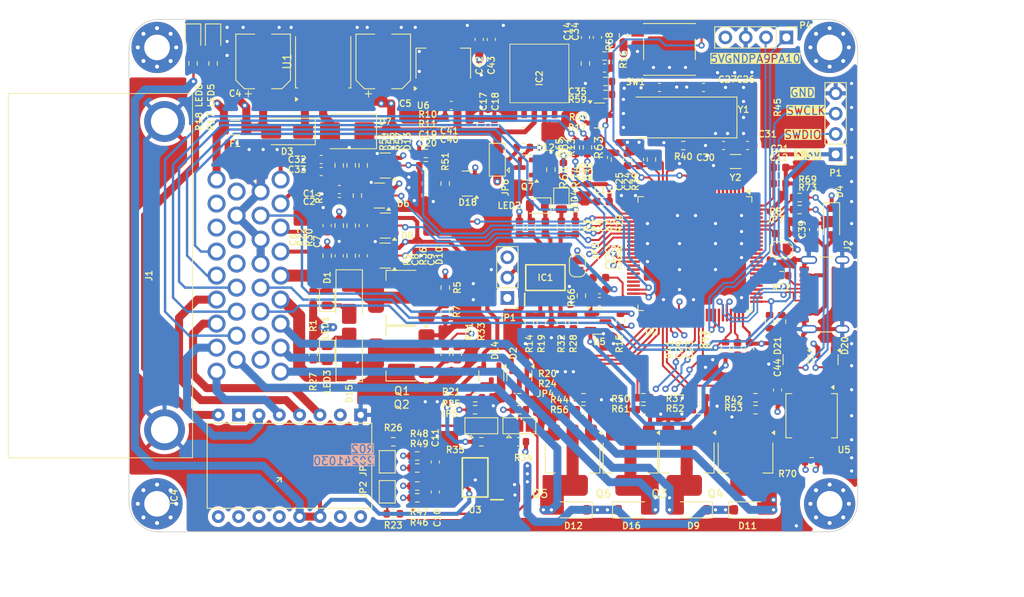
<source format=kicad_pcb>
(kicad_pcb (version 20240108) (generator "pcbnew") (generator_version "8.0")
  (title_block (title "NO2C") (date "2020-04-18") (rev "vD1") (company "WTMtronics"))
  (layers (0 "F.Cu" signal) (1 "In1.Cu" signal) (2 "In2.Cu" signal) (31 "B.Cu" signal) (34 "B.Paste" user) (35 "F.Paste" user) (36 "B.SilkS" user "B.Silkscreen") (37 "F.SilkS" user "F.Silkscreen") (38 "B.Mask" user) (39 "F.Mask" user) (44 "Edge.Cuts" user))
  (net 0 "")
  (net 1 "Earth")
  (net 2 "+5V")
  (net 3 "+12V")
  (net 9 "/PA3")
  (net 10 "Net-(IC1-VDD)")
  (net 11 "/PA4")
  (net 12 "/PA5")
  (net 13 "Net-(U3-IN1+)")
  (net 14 "Net-(U3-IN1-)")
  (net 15 "Net-(U3-IN2-)")
  (net 16 "Net-(U3-IN2+)")
  (net 20 "Net-(IC2-VOUT)")
  (net 22 "Net-(C19-Pad1)")
  (net 24 "/STEP")
  (net 25 "/DIR")
  (net 26 "/ENBL")
  (net 28 "VDA")
  (net 29 "Net-(U2-PH0)")
  (net 32 "VBUS")
  (net 33 "/TPS")
  (net 34 "/CLT")
  (net 35 "/IAT")
  (net 36 "/O2")
  (net 37 "/INJ1")
  (net 38 "/INJ2")
  (net 39 "/VR1-")
  (net 40 "/VR2-")
  (net 41 "/STP-A2")
  (net 42 "/STP-A1")
  (net 43 "/STP-B1")
  (net 44 "/STP-B2")
  (net 45 "/FUELP")
  (net 46 "/BOOST")
  (net 47 "/IDLE")
  (net 48 "/IGN2")
  (net 49 "/IGN1")
  (net 50 "/TACHO")
  (net 51 "/VVT")
  (net 52 "/LAUNCH")
  (net 53 "Net-(U2-PH1)")
  (net 54 "Net-(U2-VCAP_1)")
  (net 55 "Net-(U2-VCAP_2)")
  (net 56 "Net-(U2-PC15)")
  (net 57 "Net-(U2-PC14)")
  (net 58 "Net-(C33-Pad1)")
  (net 59 "Net-(D1-A)")
  (net 60 "Net-(D3-K)")
  (net 61 "Net-(C35-Pad1)")
  (net 62 "Net-(LED1-A)")
  (net 63 "Net-(LED2-A)")
  (net 64 "Net-(LED3-A)")
  (net 65 "Net-(LED4-A)")
  (net 66 "Net-(LED5-A)")
  (net 67 "Net-(LED6-A)")
  (net 68 "Net-(Q1-G)")
  (net 69 "Net-(Q2-G)")
  (net 70 "Net-(Q3-G)")
  (net 71 "Net-(Q4-G)")
  (net 72 "Net-(Q5-G)")
  (net 73 "Net-(Q6-G)")
  (net 74 "/PD11")
  (net 75 "Net-(D5-COM)")
  (net 76 "/PA2")
  (net 77 "/PD10")
  (net 78 "Net-(D15-A)")
  (net 79 "/PA0")
  (net 80 "/PA1")
  (net 82 "Net-(IC1-OUTA)")
  (net 83 "Net-(D20-COM)")
  (net 84 "Net-(D21-COM)")
  (net 85 "/SCL")
  (net 86 "CANL")
  (net 87 "CANH")
  (net 88 "/SDA")
  (net 90 "Net-(IC1-OUTB)")
  (net 91 "Net-(IC1-INA)")
  (net 93 "Net-(IC1-INB)")
  (net 94 "Net-(J2-SBU2)")
  (net 95 "+BATT")
  (net 97 "VR2+")
  (net 98 "Net-(J2-SBU1)")
  (net 101 "VR1+")
  (net 104 "Net-(JP2-Pad1)")
  (net 105 "Net-(JP3-Pad1)")
  (net 106 "Net-(JP4-C)")
  (net 110 "Net-(JP4-A)")
  (net 111 "Net-(JP5-C)")
  (net 112 "Net-(JP5-B)")
  (net 113 "Net-(JP6-C)")
  (net 114 "Net-(Q7-G)")
  (net 116 "/PD8")
  (net 118 "/PD14")
  (net 120 "/BOOT0")
  (net 121 "/PD13")
  (net 122 "/PD12")
  (net 123 "/BOOT1")
  (net 129 "/PD9")
  (net 131 "/PD7")
  (net 132 "Net-(U2-VREF+)")
  (net 134 "/SWDIO")
  (net 136 "Net-(U2-NRST)")
  (net 138 "/PD6")
  (net 139 "GND")
  (net 140 "/SWCLK")
  (net 141 "/PD5")
  (net 142 "/PD4")
  (net 144 "/PD3")
  (net 145 "/PD2")
  (net 147 "/F_CS")
  (net 148 "+3.3V")
  (net 150 "/PA9")
  (net 151 "/SPI1_SCK")
  (net 152 "/PA10")
  (net 153 "/PD0")
  (net 154 "/PD1")
  (net 155 "/PD15")
  (net 159 "/SPI1_MOSI")
  (net 161 "/SPI1_MISO")
  (net 166 "/PB9")
  (net 167 "/PB8")
  (net 168 "/USB_D-")
  (net 169 "/USB_D+")
  (net 178 "Net-(J1-Pad16)")
  (net 179 "Net-(J1-Pad15)")
  (footprint "Capacitor_SMD:C_0603_1608Metric" (layer "F.Cu") (at 119.75 88.275 -90)
    (property "Reference" "C9")
    (property "Value" "220nF")
  )
  (footprint "Capacitor_SMD:C_0603_1608Metric" (layer "F.Cu") (at 171.75 79.25 180)
    (property "Reference" "C12")
    (property "Value" "1nF")
  )
  (footprint "Capacitor_SMD:C_0603_1608Metric" (layer "F.Cu") (at 149.7 81.5)
    (property "Reference" "C13")
    (property "Value" "100nF")
  )
  (footprint "Capacitor_SMD:C_0603_1608Metric" (layer "F.Cu") (at 116.775 81.5 180)
    (property "Reference" "C2")
    (property "Value" "220nF")
  )
  (footprint "Capacitor_SMD:C_0603_1608Metric" (layer "F.Cu") (at 142.5 84.75 90)
    (property "Reference" "C3")
    (property "Value" "100nF")
  )
  (footprint "Capacitor_SMD:C_0603_1608Metric" (layer "F.Cu") (at 127.575 78.5 180)
    (property "Reference" "C19")
    (property "Value" "100nF")
  )
  (footprint "Capacitor_SMD:C_0603_1608Metric" (layer "F.Cu") (at 149.25 92.5)
    (property "Reference" "C15")
    (property "Value" "100nF")
  )
  (footprint "Capacitor_SMD:C_0603_1608Metric" (layer "F.Cu") (at 149.75 76 90)
    (property "Reference" "C16")
    (property "Value" "100nF")
  )
  (footprint "Capacitor_SMD:CP_Elec_6.3x7.7" (layer "F.Cu") (at 122.25 64 90)
    (property "Reference" "C5")
    (property "Value" "47u 50v")
  )
  (footprint "Capacitor_SMD:C_0603_1608Metric" (layer "F.Cu") (at 147.5 61 90)
    (property "Reference" "C14")
    (property "Value" "47pF")
  )
  (footprint "Capacitor_SMD:C_0603_1608Metric" (layer "F.Cu") (at 128.75 114.025 90)
    (property "Reference" "C11")
    (property "Value" "1nF")
  )
  (footprint "Package_TO_SOT_SMD:SOT-23" (layer "F.Cu") (at 139.25 103.25 -90)
    (property "Reference" "D2")
    (property "Value" "BAT54S")
  )
  (footprint "Diode_SMD:D_SMA" (layer "F.Cu") (at 110.25 72.75 180)
    (property "Reference" "D3")
    (property "Value" "60V 1A")
  )
  (footprint "Jumper:SolderJumper-2_P1.3mm_Open_Pad1.0x1.5mm" (layer "F.Cu") (at 122.75 117.75 90)
    (property "Reference" "JP2")
    (property "Value" "Jumper_NO_Small")
  )
  (footprint "Jumper:SolderJumper-2_P1.3mm_Open_Pad1.0x1.5mm" (layer "F.Cu") (at 122.75 114 -90)
    (property "Reference" "JP3")
    (property "Value" "Jumper_NO_Small")
  )
  (footprint "Jumper:SolderJumper-3_P1.3mm_Bridged12_Pad1.0x1.5mm" (layer "F.Cu") (at 139.25 109.5)
    (property "Reference" "JP4")
    (property "Value" "SolderJumper_3_Bridged12")
  )
  (footprint "Jumper:SolderJumper-3_P1.3mm_Bridged12_Pad1.0x1.5mm" (layer "F.Cu") (at 134.5 109.5)
    (property "Reference" "JP5")
    (property "Value" "SolderJumper_3_Bridged12")
  )
  (footprint "LED_SMD:LED_0805_2012Metric" (layer "F.Cu") (at 115.25 93.53 90)
    (property "Reference" "LED1")
    (property "Value" "RED")
  )
  (footprint "LED_SMD:LED_0805_2012Metric" (layer "F.Cu") (at 115.25 100.5 -90)
    (property "Reference" "LED3")
    (property "Value" "RED")
  )
  (footprint "LED_SMD:LED_0805_2012Metric" (layer "F.Cu") (at 141.5 82 180)
    (property "Reference" "LED2")
    (property "Value" "RED")
  )
  (footprint "LED_SMD:LED_0805_2012Metric" (layer "F.Cu") (at 144.5 81.5 -90)
    (property "Reference" "LED4")
    (property "Value" "RED")
  )
  (footprint "Package_TO_SOT_SMD:SOT-223-3_TabPin2" (layer "F.Cu") (at 124.5 93.5 180)
    (property "Reference" "Q1")
    (property "Value" "NCV8406ASTT3G")
  )
  (footprint "Package_TO_SOT_SMD:SOT-223-3_TabPin2" (layer "F.Cu") (at 124.5 100.5 180)
    (property "Reference" "Q2")
    (property "Value" "NCV8406ASTT3G")
  )
  (footprint "Package_TO_SOT_SMD:SOT-223-3_TabPin2" (layer "F.Cu") (at 145.9 113.5 -90)
    (property "Reference" "Q5")
    (property "Value" "NCV8406ASTT3G")
  )
  (footprint "Package_TO_SOT_SMD:SOT-223-3_TabPin2" (layer "F.Cu") (at 153.125 113.5 -90)
    (property "Reference" "Q6")
    (property "Value" "NCV8406ASTT3G")
  )
  (footprint "Package_TO_SOT_SMD:SOT-223-3_TabPin2" (layer "F.Cu") (at 160.15 113.5 -90)
    (property "Reference" "Q3")
    (property "Value" "NCV8406ASTT3G")
  )
  (footprint "Package_TO_SOT_SMD:SOT-223-3_TabPin2" (layer "F.Cu") (at 167.5 113.5 -90)
    (property "Reference" "Q4")
    (property "Value" "NCV8406ASTT3G")
  )
  (footprint "Package_TO_SOT_SMD:TO-252-2" (layer "F.Cu") (at 114.75 64 90)
    (property "Reference" "U1")
    (property "Value" "L7805CDT(UMW)")
  )
  (footprint "Capacitor_SMD:CP_Elec_6.3x7.7" (layer "F.Cu") (at 107.25 64 90)
    (property "Reference" "C4")
    (property "Value" "47u 50v")
  )
  (footprint "Resistor_SMD:R_0603_1608Metric" (layer "F.Cu") (at 130 95.25 -90)
    (property "Reference" "R7")
    (property "Value" "10K")
  )
  (footprint "Resistor_SMD:R_0603_1608Metric" (layer "F.Cu") (at 115.25 88.275 -90)
    (property "Reference" "R9")
    (property "Value" "2K49")
  )
  (footprint "Resistor_SMD:R_0603_1608Metric" (layer "F.Cu") (at 127.575 75.5)
    (property "Reference" "R10")
    (property "Value" "33K")
  )
  (footprint "Resistor_SMD:R_0603_1608Metric" (layer "F.Cu") (at 144.5 84.75 90)
    (property "Reference" "R6")
    (property "Value" "2K")
  )
  (footprint "Resistor_SMD:R_0603_1608Metric" (layer "F.Cu") (at 139.25 84.75 90)
    (property "Reference" "R3")
    (property "Value" "47R")
  )
  (footprint "Resistor_SMD:R_0603_1608Metric" (layer "F.Cu") (at 140.75 84.75 90)
    (property "Reference" "R2")
    (property "Value" "2K")
  )
  (footprint "Resistor_SMD:R_0603_1608Metric" (layer "F.Cu") (at 172 85.5 180)
    (property "Reference" "R8")
    (property "Value" "10K")
  )
  (footprint "Resistor_SMD:R_0603_1608Metric" (layer "F.Cu") (at 127.575 77.025 180)
    (property "Reference" "R11")
    (property "Value" "51K")
  )
  (footprint "footprnt:DRV8825" (layer "F.Cu") (at 101.65 120.848 90)
    (property "Reference" "IC4")
    (property "Value" "CONN_02X08")
  )
  (footprint "Capacitor_SMD:C_0603_1608Metric" (layer "F.Cu") (at 116.775 80 180)
    (property "Reference" "C1")
    (property "Value" "100nF")
  )
  (footprint "Resistor_SMD:R_0603_1608Metric" (layer "F.Cu") (at 113.5 93.5 -90)
    (property "Reference" "R1")
    (property "Value" "2K")
  )
  (footprint "Resistor_SMD:R_0603_1608Metric" (layer "F.Cu") (at 119.025 80.75 -90)
    (property "Reference" "R4")
    (property "Value" "470R")
  )
  (footprint "Resistor_SMD:R_0603_1608Metric" (layer "F.Cu") (at 139.75 74.75 180)
    (property "Reference" "R12")
    (property "Value" "1K")
  )
  (footprint "Resistor_SMD:R_0603_1608Metric" (layer "F.Cu") (at 144.75 77.5 -90)
    (property "Reference" "R13")
    (property "Value" "100R")
  )
  (footprint "Package_TO_SOT_SMD:SOT-23" (layer "F.Cu") (at 140.25 77.25 180)
    (property "Reference" "Q7")
    (property "Value" "AO3400A")
  )
  (footprint "Capacitor_SMD:C_0603_1608Metric" (layer "F.Cu") (at 149.25 94)
    (property "Reference" "C22")
    (property "Value" "100nF")
  )
  (footprint "Resistor_SMD:R_0603_1608Metric" (layer "F.Cu") (at 140.5 96.5 -90)
    (property "Reference" "R14")
    (property "Value" "1K")
  )
  (footprint "Capacitor_SMD:C_0603_1608Metric" (layer "F.Cu") (at 116.75 88.275 90)
    (property "Reference" "C8")
    (property "Value" "100nF")
  )
  (footprint "Capacitor_SMD:C_0603_1608Metric" (layer "F.Cu") (at 171.75 77.25 180)
    (property "Reference" "C21")
    (property "Value" "100nF")
  )
  (footprint "Capacitor_SMD:C_0603_1608Metric" (layer "F.Cu") (at 127.575 80 180)
    (property "Reference" "C20")
    (property "Value" "220nF")
  )
  (footprint "Resistor_SMD:R_0603_1608Metric" (layer "F.Cu") (at 130 92.25 90)
    (property "Reference" "R5")
    (property "Value" "100R")
  )
  (footprint "Diode_SMD:D_SMA" (layer "F.Cu") (at 118 93.53 -90)
    (property "Reference" "D1")
    (property "Value" "1N4004")
  )
  (footprint "SamacSys_Parts:SOIC127P600X175-8N" (layer "F.Cu") (at 142.5 91 90)
    (property "Reference" "IC1")
    (property "Value" "TC4424AVOA" (hide yes))
  )
  (footprint "Package_TO_SOT_SMD:SOT-23" (layer "F.Cu") (at 121.775 80.75 180)
    (property "Reference" "D6")
    (property "Value" "BAT54S")
  )
  (footprint "Package_TO_SOT_SMD:SOT-23" (layer "F.Cu") (at 149.0625 96.5)
    (property "Reference" "D5")
    (property "Value" "BAT54S")
  )
  (footprint "Resistor_SMD:R_0603_1608Metric" (layer "F.Cu") (at 151.875 96.35 90)
    (property "Reference" "R15")
    (property "Value" "1K")
  )
  (footprint "Capacitor_SMD:C_0603_1608Metric" (layer "F.Cu") (at 136.133 72.02 90)
    (property "Reference" "C18")
    (property "Value" "100nF")
  )
  (footprint "Capacitor_SMD:C_0603_1608Metric" (layer "F.Cu") (at 134.5 72 90)
    (property "Reference" "C17")
    (property "Value" "100nF")
  )
  (footprint "Capacitor_SMD:C_0603_1608Metric" (layer "F.Cu") (at 149.25 91)
    (property "Reference" "C28")
    (property "Value" "100nF")
  )
  (footprint "Resistor_SMD:R_0603_1608Metric" (layer "F.Cu") (at 139.25 111.5)
    (property "Reference" "R34")
    (property "Value" "1K")
  )
  (footprint "Package_TO_SOT_SMD:SOT-23" (layer "F.Cu") (at 122.5 84.5 180)
    (property "Reference" "D8")
    (property "Value" "BAT54S")
  )
  (footprint "Package_TO_SOT_SMD:SOT-23" (layer "F.Cu") (at 149.25 70.75)
    (property "Reference" "D17")
    (property "Value" "BAT54S")
  )
  (footprint "Package_TO_SOT_SMD:SOT-23" (layer "F.Cu") (at 177.5 101.25 -90)
    (property "Reference" "D20")
    (property "Value" "BAT54S")
  )
  (footprint "Capacitor_SMD:C_0603_1608Metric" (layer "F.Cu") (at 167.75 74.5)
    (property "Reference" "C31")
    (property "Value" "12pF")
  )
  (footprint "Resistor_SMD:R_0603_1608Metric" (layer "F.Cu") (at 131.5 100.5 90)
    (property "Reference" "R33")
    (property "Value" "10K")
  )
  (footprint "SamacSys_Parts:SOP64P602X175-16N" (layer "F.Cu") (at 133.725 115.952 180)
    (property "Reference" "U3")
    (property "Value" "MAX9926UAEE+" (hide yes))
  )
  (footprint "Package_TO_SOT_SMD:SOT-23" (layer "F.Cu") (at 132.75 79.25 180)
    (property "Reference" "D18")
    (property "Value" "BAT54S")
  )
  (footprint "SamacSys_Parts:364372850" (layer "F.Cu") (at 101.4375 78.75 -90)
    (property "Reference" "J1")
    (property "Value" "3-6437285-0" (hide yes))
  )
  (footprint "Resistor_SMD:R_0603_1608Metric" (layer "F.Cu") (at 142 96.5 -90)
    (property "Reference" "R19")
    (property "Value" "100K")
  )
  (footprint "Resistor_SMD:R_0603_1608Metric" (layer "F.Cu") (at 133.75 106)
    (property "Reference" "R21")
    (property "Value" "10K")
  )
  (footprint "Capacitor_SMD:C_0603_1608Metric" (layer "F.Cu") (at 176 85 90)
    (property "Reference" "C39")
    (property "Value" "10uF")
  )
  (footprint "Resistor_SMD:R_0603_1608Metric" (layer "F.Cu") (at 168.75 106 180)
    (property "Reference" "R42")
    (property "Value" "100R")
  )
  (footprint "Connector_PinHeader_2.54mm:PinHeader_1x04_P2.54mm_Vertical" (layer "F.Cu") (at 178.75 75.6 180)
    (property "Reference" "P1")
    (property "Value" "Conn_01x04")
  )
  (footprint "Resistor_SMD:R_0603_1608Metric" (layer "F.Cu") (at 147.75 78.5 90)
    (property "Reference" "R74")
    (property "Value" "10K")
  )
  (footprint "Resistor_SMD:R_0603_1608Metric" (layer "F.Cu") (at 147.25 106 180)
    (property "Reference" "R44")
    (property "Value" "100R")
  )
  (footprint "Resistor_SMD:R_0603_1608Metric" (layer "F.Cu") (at 147 93.25 -90)
    (property "Reference" "R66")
    (property "Value" "10K")
  )
  (footprint "Package_TO_SOT_SMD:SOT-23" (layer "F.Cu") (at 135.75 103.25 -90)
    (property "Reference" "D14")
    (property "Value" "BAT54S")
  )
  (footprint "Button_Switch_SMD:SW_Push_1P1T_NO_6x6mm_H9.5mm" (layer "F.Cu") (at 158 62.5 180)
    (property "Reference" "SW1")
    (property "Value" "SW_Push")
  )
  (footprint "Diode_SMD:D_SOD-123" (layer "F.Cu") (at 161 120 180)
    (property "Reference" "D9")
    (property "Value" "1N4007-A7")
  )
  (footprint "Resistor_SMD:R_0603_1608Metric" (layer "F.Cu") (at 150 66.5)
    (property "Reference" "R59")
    (property "Value" "4K7")
  )
  (footprint "Package_TO_SOT_SMD:SOT-23" (layer "F.Cu") (at 173.75 101.25 -90)
    (property "Reference" "D21")
    (property "Value" "BAT54S")
  )
  (footprint "Capacitor_SMD:C_0603_1608Metric" (layer "F.Cu") (at 134.24 61.25 90)
    (property "Reference" "C42")
    (property "Value" "10uF")
  )
  (footprint "Package_SO:SO-8_5.3x6.2mm_P1.27mm" (layer "F.Cu") (at 175.75 108.25 -90)
    (property "Reference" "U5")
    (property "Value" "TJA1050")
  )
  (footprint "Resistor_SMD:R_0603_1608Metric" (layer "F.Cu") (at 155.75 76.25 90)
    (property "Reference" "R39")
    (property "Value" "0R")
  )
  (footprint "Resistor_SMD:R_0603_1608Metric" (layer "F.Cu") (at 118.25 88.275 90)
    (property "Reference" "R36")
    (property "Value" "470R")
  )
  (footprint "Capacitor_SMD:C_0603_1608Metric" (layer "F.Cu") (at 130.75 71 180)
    (property "Reference" "C40")
    (property "Value" "100nF")
  )
  (footprint "Diode_SMD:D_SOD-123" (layer "F.Cu") (at 146 120 180)
    (property "Reference" "D12")
    (property "Value" "1N4007-A7")
  )
  (footprint "Jumper:SolderJumper-2_P1.3mm_Open_RoundedPad1.0x1.5mm" (layer "F.Cu") (at 172 87.5)
    (property "Reference" "JP7")
    (property "Value" "Jumper_2_Open")
  )
  (footprint "Resistor_SMD:R_0603_1608Metric" (layer "F.Cu") (at 151.25 76.25 90)
    (property "Reference" "R38")
    (property "Value" "0R")
  )
  (footprint "Fuse:Fuse_1206_3216Metric" (layer "F.Cu") (at 103.75 72.25 180)
    (property "Reference" "F1")
    (property "Value" "1A 60V")
  )
  (footprint "Capacitor_SMD:C_0603_1608Metric" (layer "F.Cu") (at 152.75 76.25 -90)
    (property "Reference" "C25")
    (property "Value" "100nF")
  )
  (footprint "Resistor_SMD:R_0603_1608Metric" (layer "F.Cu") (at 174.25 82.5)
    (property "Reference" "R73")
    (property "Value" "1K")
  )
  (footprint "Capacitor_SMD:C_0603_1608Metric" (layer "F.Cu") (at 128.75 117.775 -90)
    (property "Reference" "C10")
    (property "Value" "1nF")
  )
  (footprint "Capacitor_SMD:C_0603_1608Metric" (layer "F.Cu") (at 114.5 76.25 180)
    (property "Reference" "C32")
    (property "Value" "100nF")
  )
  (footprint "Resistor_SMD:R_0603_1608Metric" (layer "F.Cu") (at 129.99 79.25 -90)
    (property "Reference" "R51")
    (property "Value" "470R")
  )
  (footprint "Resistor_SMD:R_0603_1608Metric" (layer "F.Cu") (at 139.25 106)
    (property "Reference" "R20")
    (property "Value" "10K")
  )
  (footprint "MountingHole:MountingHole_3.2mm_M3_Pad_Via" (layer "F.Cu") (at 178 119.25)
    (property "Reference" "REF**" (hide yes))
    (property "Value" "MountingHole_3.2mm_M3_Pad_Via" (hide yes))
  )
  (footprint "LED_SMD:LED_0805_2012Metric" (layer "F.Cu") (at 98.5 61 -90)
    (property "Reference" "LED6")
    (property "Value" "RED")
  )
  (footprint "Capacitor_SMD:C_0603_1608Metric" (layer "F.Cu") (at 119.75 84.5 -90)
    (property "Reference" "C7")
    (property "Value" "220nF")
  )
  (footprint "Resistor_SMD:R_0603_1608Metric" (layer "F.Cu") (at 175.75 114)
    (property "Reference" "R70")
    (property "Value" "120R")
  )
  (footprint "Package_QFP:LQFP-100_14x14mm_P0.5mm" (layer "F.Cu") (at 161.175 88 -90)
    (property "Reference" "U2")
    (property "Value" "STM32F407VETx")
  )
  (footprint "MountingHole:MountingHole_3.2mm_M3_Pad_Via" (layer "F.Cu") (at 94 62.25)
    (property "Reference" "REF**" (hide yes))
    (property "Value" "MountingHole_3.2mm_M3_Pad_Via" (hide yes))
  )
  (footprint "Resistor_SMD:R_0603_1608Metric" (layer "F.Cu") (at 147.75 74.75 -90)
    (property "Reference" "R63")
    (property "Value" "0R")
  )
  (footprint "Resistor_SMD:R_0603_1608Metric" (layer "F.Cu") (at 146.25 84.75 90)
    (property "Reference" "R29")
    (property "Value" "47R")
  )
  (footprint "Diode_SMD:D_SOD-123" (layer "F.Cu") (at 178.25 84 -90)
    (property "Reference" "D4")
    (property "Value" "1N4007-A7")
  )
  (footprint "Resistor_SMD:R_0603_1608Metric" (layer "F.Cu") (at 161.75 107.5 180)
    (property "Reference" "R52")
    (property "Value" "10K")
  )
  (footprint "Resistor_SMD:R_0603_1608Metric" (layer "F.Cu") (at 161.75 106 180)
    (property "Reference" "R37")
    (property "Value" "100R")
  )
  (footprint "Resistor_SMD:R_0603_1608Metric" (layer "F.Cu") (at 119.75 76.975 90)
    (property "Reference" "R57")
    (property "Value" "9K1")
  )
  (footprint "Resistor_SMD:R_0603_1608Metric" (layer "F.Cu") (at 130 100.5 90)
    (property "Reference" "R31")
    (property "Value" "100R")
  )
  (footprint "Resistor_SMD:R_0603_1608Metric" (layer "F.Cu") (at 172 90.75 180)
    (property "Reference" "R72")
    (property "Value" "5.1K")
  )
  (footprint "Resistor_SMD:R_0603_1608Metric" (layer "F.Cu") (at 113.5 100.5 90)
    (property "Reference" "R27")
    (property "Value" "2K")
  )
  (footprint "Resistor_SMD:R_0603_1608Metric" (layer "F.Cu") (at 146.25 78.5 90)
    (property "Reference" "R64")
    (property "Value" "10K")
  )
  (footprint "Capacitor_SMD:C_0603_1608Metric" (layer "F.Cu") (at 149 61 90)
    (property "Reference" "C34")
    (property "Value" "100nF")
  )
  (footprint "Package_TO_SOT_SMD:SOT-23" (layer "F.Cu") (at 122.5 77 180)
    (property "Reference" "D13")
    (property "Value" "BAT54S")
  )
  (footprint "Capacitor_SMD:C_0603_1608Metric" (layer "F.Cu") (at 115.25 84.5 90)
    (property "Reference" "C6")
    (property "Value" "100nF")
  )
  (footprint "MountingHole:MountingHole_3.2mm_M3_Pad_Via" (layer "F.Cu") (at 94 119.25)
    (property "Reference" "REF**" (hide yes))
    (property "Value" "MountingHole_3.2mm_M3_Pad_Via" (hide yes))
  )
  (footprint "MountingHole:MountingHole_3.2mm_M3_Pad_Via" (layer "F.Cu") (at 178 62.25)
    (property "Reference" "REF**" (hide yes))
    (property "Value" "MountingHole_3.2mm_M3_Pad_Via" (hide yes))
  )
  (footprint "Resistor_SMD:R_0603_1608Metric" (layer "F.Cu") (at 126.5 113.275)
    (property "Reference" "R48")
    (property "Value" "10K")
  )
  (footprint "Capacitor_SMD:C_0603_1608Metric" (layer "F.Cu") (at 156.75 67.25 180)
    (property "Reference" "C27")
    (property "Value" "22pF")
  )
  (footprint "Capacitor_SMD:C_0603_1608Metric" (layer "F.Cu") (at 149.8875 64.825 180)
    (property "Reference" "C35")
    (property "Value" "220nF")
  )
  (footprint "Package_TO_SOT_SMD:SOT-23" (layer "F.Cu") (at 122.5 88.25 180)
    (property "Reference" "D10")
    (property "Value" "BAT54S")
  )
  (footprint "Capacitor_SMD:C_0603_1608Metric" (layer "F.Cu") (at 162.25 67.25)
    (property "Reference" "C26")
    (property "Value" "22pF")
  )
  (footprint "Resistor_SMD:R_0603_1608Metric" (layer "F.Cu") (at 118.25 84.5 90)
    (property "Reference" "R30")
    (property "Value" "470R")
  )
  (footprint "Resistor_SMD:R_0603_1608Metric" (layer "F.Cu") (at 154.75 107.5 180)
    (property "Reference" "R61")
    (property "Value" "10K")
  )
  (footprint "Resistor_SMD:R_0603_1608Metric" (layer "F.Cu") (at 126.5 118.5)
    (property "Reference" "R46")
    (property "Value" "10K")
  )
  (footprint "Resistor_SMD:R_0603_1608Metric" (layer "F.Cu") (at 118.25 76.975 90)
    (property "Reference" "R55")
    (property "Value" "4K7")
  )
  (footprint "Resistor_SMD:R_0603_1608Metric" (layer "F.Cu") (at 165 99.9 90)
    (property "Reference" "R41")
    (property "Value" "10K")
  )
  (footprint "Resistor_SMD:R_0603_1608Metric" (layer "F.Cu") (at 152.25 60.75 90)
    (property "Reference" "R16")
    (property "Value" "10K")
  )
  (footprint "Resistor_SMD:R_0603_1608Metric" (layer "F.Cu") (at 144.5 96.5 -90)
    (property "Reference" "R32")
    (property "Value" "100K")
  )
  (footprint "Diode_SMD:D_SOD-123" (layer "F.Cu") (at 167.75 120)
    (property "Reference" "D11")
    (property "Value" "1N4007-A7")
  )
  (footprint "Capacitor_SMD:C_0603_1608Metric" (layer "F.Cu") (at 164.75 74.5 180)
    (property "Reference" "C30")
    (property "Value" "12pF")
  )
  (footprint "Resistor_SMD:R_0603_1608Metric" (layer "F.Cu") (at 168.75 107.5 180)
    (property "Reference" "R53")
    (property "Value" "10K")
  )
  (footprint "Resistor_SMD:R_0603_1608Metric" (layer "F.Cu") (at 147.5 64.25 -90)
    (property "Reference" "R45")
    (property "Value" "51K")
  )
  (footprint "Resistor_SMD:R_0603_1608Metric" (layer "F.Cu") (at 146 96.5 -90)
    (property "Reference" "R28")
    (property "Value" "1K")
  )
  (footprint "Resistor_SMD:R_0603_1608Metric" (layer "F.Cu") (at 123.5 120.5 180)
    (property "Reference" "R23")
    (property "Value" "1K")
  )
  (footprint "Capacitor_SMD:C_0603_1608Metric" (layer "F.Cu") (at 130.75 69.5 180)
    (property "Reference" "C41")
    (property "Value" "10uF")
  )
  (footprint "Resistor_SMD:R_0603_1608Metric" (layer "F.Cu") (at 146.25 74.75 90)
    (property "Reference" "R62")
    (property "Value" "0R")
  )
  (footprint "LED_SMD:LED_0805_2012Metric" (layer "F.Cu") (at 101 61 -90)
    (property "Reference" "LED5")
    (property "Value" "RED")
  )
  (footprint "Resistor_SMD:R_0603_1608Metric" (layer "F.Cu") (at 134.5 111.5 180)
    (property "Reference" "R35")
    (property "Value" "1K")
  )
  (footprint "Resistor_SMD:R_0603_1608Metric" (layer "F.Cu") (at 133.725 107.5)
    (property "Reference" "R25")
    (property "Value" "470R")
  )
  (footprint "Capacitor_SMD:C_0603_1608Metric" (layer "F.Cu") (at 168 99.9 90)
    (property "Reference" "C23")
    (property "Value" "100nF")
  )
  (footprint "Resistor_SMD:R_0603_1608Metric" (layer "F.Cu") (at 126.5 114.775)
    (property "Reference" "R49")
    (property "Value" "10K")
  )
  (footprint "Resistor_SMD:R_0603_1608Metric" (layer "F.Cu") (at 154.75 106 180)
    (property "Reference" "R50")
    (property "Value" "100R")
  )
  (footprint "Resistor_SMD:R_0603_1608Metric" (layer "F.Cu") (at 126.5 117.025)
    (property "Reference" "R47")
    (property "Value" "10K")
  )
  (footprint "Resistor_SMD:R_0603_1608Metric" (layer "F.Cu") (at 116.75 84.5 -90)
    (property "Reference" "R22")
    (property "Value" "2K49")
  )
  (footprint "Connector_PinHeader_2.54mm:PinHeader_1x03_P2.54mm_Vertical" (layer "F.Cu") (at 137.75 93.54 180)
    (property "Reference" "JP1")
    (property "Value" "ING-VLT")
  )
  (footprint "Crystal:Crystal_SMD_HC49-SD" (layer "F.Cu") (at 159.725 71 180)
    (property "Reference" "Y1")
    (property "Value" "8Mhz")
  )
  (footprint "Crystal:Crystal_SMD_3215-2Pin_3.2x1.5mm" (layer "F.Cu") (at 166.25 76.5 180)
    (property "Reference" "Y2")
    (property "Value" "32.768Khz")
  )
  (footprint "Capacitor_SMD:C_0603_1608Metric" (layer "F.Cu") (at 154.25 76.25 -90)
    (property "Reference" "C24")
    (property "Value" "1nF")
  )
  (footprint "Resistor_SMD:R_0603_1608Metric" (layer "F.Cu") (at 159.725 74.5 180)
    (property "Reference" "R40")
    (property "Value" "1M")
  )
  (footprint "Resistor_SMD:R_0603_1608Metric" (layer "F.Cu") (at 150 68.125)
    (property "Reference" "R60")
    (property "Value" "9K1")
  )
  (footprint "Resistor_SMD:R_0603_1608Metric" (layer "F.Cu") (at 143.1875 77.5 90)
    (property "Reference" "R65")
    (property "Value" "10K")
  )
  (footprint "Resistor_SMD:R_0603_1608Metric" (layer "F.Cu") (at 101 64.25 -90)
    (property "Reference" "R17")
    (property "Value" "2K7")
  )
  (footprint "Resistor_SMD:R_0603_1608Metric" (layer "F.Cu") (at 139.25 107.5)
    (property "Reference" "R24")
    (property "Value" "470R")
  )
  (footprint "Connector_USB:USB_C_Receptacle_GCT_USB4105-xx-A_16P_TopMnt_Horizontal" (layer "F.Cu") (at 178.5 93.11 90)
    (property "Reference" "J2")
    (property "Value" "USB_C_Receptacle_USB2.0_16P")
  )
  (footprint "Package_TO_SOT_SMD:SOT-223-3_TabPin2" (layer "F.Cu") (at 129.75 64.25 90)
    (property "Reference" "U6")
    (property "Value" "AMS1117-3.3")
  )
  (footprint "Diode_SMD:D_SMA" (layer "F.Cu") (at 118 100.5 90)
    (property "Reference" "D15")
    (property "Value" "1N4004")
  )
  (footprint "Resistor_SMD:R_0603_1608Metric" (layer "F.Cu") (at 147.25 107.5 180)
    (property "Reference" "R56")
    (property "Value" "10K")
  )
  (footprint "Capacitor_SMD:C_0603_1608Metric" (layer "F.Cu") (at 166.5 99.9 90)
    (property "Reference" "C29")
    (property "Value" "100nF")
  )
  (footprint "Resistor_SMD:R_0603_1608Metric" (layer "F.Cu") (at 170.5 96.5 -90)
    (property "Reference" "R43")
    (property "Value" "10K")
  )
  (footprint "Resistor_SMD:R_0603_1608Metric" (layer "F.Cu") (at 116.75 76.975 -90)
    (property "Reference" "R54")
    (property "Value" "470R")
  )
  (footprint "Resistor_SMD:R_0603_1608Metric" (layer "F.Cu") (at 123.5 111.5 180)
    (property "Reference" "R26")
    (property "Value" "1K")
  )
  (footprint "Resistor_SMD:R_0603_1608Metric" (layer "F.Cu") (at 172 96.5 -90)
    (property "Reference" "R71")
    (property "Value" "5.1K")
  )
  (footprint "Diode_SMD:D_SOD-123" (layer "F.Cu") (at 153.25 120)
    (property "Reference" "D16")
    (property "Value" "1N4007-A7")
  )
  (footprint "Capacitor_SMD:C_0603_1608Metric" (layer "F.Cu") (at 171.5 105.025 90)
    (property "Reference" "C44")
    (property "Value" "100nF")
  )
  (footprint "Jumper:SolderJumper-2_P1.3mm_Open_RoundedPad1.0x1.5mm" (layer "F.Cu") (at 146.5 89.5 90)
    (property "Reference" "JP8")
    (property "Value" "Jumper_2_Open")
  )
  (footprint "Capacitor_SMD:C_0603_1608Metric" (layer "F.Cu") (at 114.5 77.75 180)
    (property "Reference" "C33")
    (property "Value" "220nF")
  )
  (footprint "Resistor_SMD:R_0603_1608Metric" (layer "F.Cu") (at 149.8875 63.325)
    (property "Reference" "R58")
    (property "Value" "470R")
  )
  (footprint "Capacitor_SMD:C_0603_1608Metric" (layer "F.Cu") (at 135.75 61.25 90)
    (property "Reference" "C43")
    (property "Value" "100nF")
  )
  (footprint "SamacSys_Parts:MPXH6400AC6T1" (layer "F.Cu") (at 141.75 65.5 -90)
    (property "Reference" "IC2")
    (property "Value" "MPXH6400AC6T1" (hide yes))
  )
  (footprint "Resistor_SMD:R_0603_1608Metric" (layer "F.Cu") (at 98.5 64.25 90)
    (property "Reference" "R18")
    (property "Value" "470R")
  )
  (footprint "Jumper:SolderJumper-3_P1.3mm_Bridged12_Pad1.0x1.5mm" (layer "F.Cu") (at 136.5 76.275 90)
    (property "Reference" "JP6")
    (property "Value" "SolderJumper_3_Bridged12")
  )
  (footprint "Connector_PinHeader_2.54mm:PinHeader_1x04_P2.54mm_Vertical" (layer "F.Cu") (at 172.6 61 -90)
    (property "Reference" "P4")
    (property "Value" "Conn_01x04")
  )
  (footprint "Resistor_SMD:R_0603_1608Metric" (layer "F.Cu") (at 174.25 81)
    (property "Reference" "R69")
    (property "Value" "1K")
  )
  (footprint "Diode_SMD:D_SMB" (layer "F.Cu") (at 117.75 72.75 180)
    (property "Reference" "D7")
    (property "Value" "1SMB5919BT3G")
  )
  (gr_line (start 109.508 116) (end 109 116.508) (stroke (width 0.15)) (layer "F.SilkS"))
  (gr_line (start 109.508 116) (end 109.508 116.508) (stroke (width 0.15)) (layer "F.SilkS"))
  (gr_line (start 109.508 116) (end 109 116) (stroke (width 0.15)) (layer "F.SilkS"))
  (gr_line (start 181.5 62.5) (end 181.5 119) (stroke (width 0.1)) (layer "Edge.Cuts"))
  (gr_line (start 90.5 119) (end 90.5 62.5) (stroke (width 0.1)) (layer "Edge.Cuts"))
  (gr_line (start 177.75 122.75) (end 94.25 122.75) (stroke (width 0.1)) (layer "Edge.Cuts"))
  (gr_arc (start 177.75 58.75) (mid 180.40165 59.84835) (end 181.5 62.5) (stroke (width 0.1)) (layer "Edge.Cuts"))
  (gr_arc (start 90.5 62.5) (mid 91.59835 59.84835) (end 94.25 58.75) (stroke (width 0.1)) (layer "Edge.Cuts"))
  (gr_arc (start 181.5 119) (mid 180.40165 121.65165) (end 177.75 122.75) (stroke (width 0.1)) (layer "Edge.Cuts"))
  (gr_line (start 94.25 58.75) (end 177.75 58.75) (stroke (width 0.1)) (layer "Edge.Cuts"))
  (gr_arc (start 94.25 122.75) (mid 91.59835 121.65165) (end 90.5 119) (stroke (width 0.1)) (layer "Edge.Cuts"))
  (gr_text "20241030" (at 121.25 114.5 0) (layer "B.SilkS" knockout) (effects (font (size 1 1)) (justify left bottom mirror)))
  (gr_text "R02" (at 121.25 113 0) (layer "B.SilkS" knockout) (effects (font (size 1 1)) (justify left bottom mirror)))
  (gr_text "PA9" (at 167.75 64.25 0) (layer "F.SilkS" knockout) (effects (font (size 1 1)) (justify left bottom)))
  (gr_text "SWCLK" (at 172.5 70.75 0) (layer "F.SilkS" knockout) (effects (font (size 1 1)) (justify left bottom)))
  (gr_text "3.3V" (at 173.5 76.25 0) (layer "F.SilkS" knockout) (effects (font (size 1 1)) (justify left bottom)))
  (gr_text "PA10" (at 170.5 64.25 0) (layer "F.SilkS" knockout) (effects (font (size 1 1)) (justify left bottom)))
  (gr_text "5V" (at 163 64.25 0) (layer "F.SilkS" knockout) (effects (font (size 1 1)) (justify left bottom)))
  (gr_text "SWDIO" (at 172.25 73.75 0) (layer "F.SilkS" knockout) (effects (font (size 1 1)) (justify left bottom)))
  (gr_text "GND" (at 173 68.5 0) (layer "F.SilkS" knockout) (effects (font (size 1 1)) (justify left bottom)))
  (gr_text "GND" (at 164.75 64.25 0) (layer "F.SilkS" knockout) (effects (font (size 1 1)) (justify left bottom)))
  (segment (start 178.25 82.35) (end 178.25 80.75) (width 0.5) (layer "F.Cu") (net 2))
  (segment (start 123.25 71.75) (end 122.25 72.75) (width 1) (layer "F.Cu") (net 2))
  (segment (start 111.81 120.848) (end 114.35 120.848) (width 1) (layer "F.Cu") (net 2))
  (segment (start 171.5 106.75) (end 171.5 107.1) (width 0.5) (layer "F.Cu") (net 2))
  (segment (start 141.115 71.635) (end 141.115 70.49) (width 0.6) (layer "F.Cu") (net 2))
  (segment (start 123.25 71.5) (end 123.25 72.75) (width 1) (layer "F.Cu") (net 2))
  (segment (start 122.75 114.65) (end 122.75 115.9) (width 0.5) (layer "F.Cu") (net 2))
  (segment (start 122.25 69) (end 122.25 66.7) (width 1) (layer "F.Cu") (net 2))
  (segment (start 174.5 106.75) (end 172.1 106.75) (width 0.5) (layer "F.Cu") (net 2))
  (segment (start 122.75 115.9) (end 122.75 117.1) (width 0.5) (layer "F.Cu") (net 2))
  (segment (start 131.525 72.775) (end 132.04 72.775) (width 0.5) (layer "F.Cu") (net 2))
  (segment (start 133 117.5) (end 132.404 116.904) (width 0.4) (layer "F.Cu") (net 2))
  (segment (start 172.1 106.75) (end 171.85 106.75) (width 0.5) (layer "F.Cu") (net 2))
  (segment (start 123.25 71.75) (end 124.25 72.75) (width 1) (layer "F.Cu") (net 2))
  (segment (start 122.75 115.9) (end 116.05 115.9) (width 0.5) (layer "F.Cu") (net 2))
  (segment (start 123.25 69.25) (end 122 69.25) (width 1) (layer "F.Cu") (net 2))
  (segment (start 122 69.25) (end 122 66.95) (width 1) (layer "F.Cu") (net 2))
  (segment (start 132.05 67.4) (end 132.05 68.975) (width 1) (layer "F.Cu") (net 2))
  (segment (start 136.5 73.162) (end 136.133 72.795) (width 0.5) (layer "F.Cu") (net 2))
  (segment (start 132.05 68.975) (end 131.525 69.5) (width 1) (layer "F.Cu") (net 2))
  (segment (start 123.25 71.5) (end 123.25 71.75) (width 1) (layer "F.Cu") (net 2))
  (segment (start 136.73 72.775) (end 136.75 72.795) (width 1) (layer "F.Cu") (net 2))
  (segment (start 171.85 106.75) (end 171.5 106.4) (width 0.5) (layer "F.Cu") (net 2))
  (segment (start 131.525 72.775) (end 131.525 71) (width 1) (layer "F.Cu") (net 2))
  (segment (start 132.404 116.904) (end 131 116.904) (width 0.4) (layer "F.Cu") (net 2))
  (segment (start 121.79 69.04) (end 122 69.25) (width 1) (layer "F.Cu") (net 2))
  (segment (start 122 66.95) (end 122.25 66.7) (width 1) (layer "F.Cu") (net 2))
  (segment (start 131.5 72.75) (end 124.25 72.75) (width 1) (layer "F.Cu") (net 2))
  (segment (start 136.133 72.795) (end 139.955 72.795) (width 0.6) (layer "F.Cu") (net 2))
  (segment (start 175.115 106.135) (end 174.5 106.75) (width 0.5) (layer "F.Cu") (net 2))
  (segment (start 139.955 72.795) (end 141.115 71.635) (width 0.6) (layer "F.Cu") (net 2))
  (segment (start 131.525 71) (end 131.525 69.5) (width 1) (layer "F.Cu") (net 2))
  (segment (start 133 118) (end 133 117.5) (width 0.4) (layer "F.Cu") (net 2))
  (segment (start 171.5 107.1) (end 171.5 107.75) (width 0.5) (layer "F.Cu") (net 2))
  (segment (start 171.85 106.75) (end 171.5 107.1) (width 0.5) (layer "F.Cu") (net 2))
  (segment (start 98.55 65.125) (end 98.5 65.075) (width 0.3) (layer "F.Cu") (net 2))
  (segment (start 122 69.25) (end 122.25 69) (width 1) (layer "F.Cu") (net 2))
  (segment (start 134.5 72.775) (end 131.525 72.775) (width 1) (layer "F.Cu") (net 2))
  (segment (start 171.5 106.75) (end 171.5 106.4) (width 0.5) (layer "F.Cu") (net 2))
  (segment (start 124.25 72.75) (end 119.9 72.75) (width 1) (layer "F.Cu") (net 2))
  (segment (start 98.55 66.5) (end 98.55 65.125) (width 0.3) (layer "F.Cu") (net 2))
  (segment (start 175.115 104.75) (end 175.115 106.135) (width 0.5) (layer "F.Cu") (net 2))
  (segment (start 116.05 115.9) (end 114.35 117.6) (width 0.5) (layer "F.Cu") (net 2))
  (segment (start 114.35 117.6) (end 114.35 120.848) (width 0.5) (layer "F.Cu") (net 2))
  (segment (start 117.03 69.04) (end 121.79 69.04) (width 1) (layer "F.Cu") (net 2))
  (segment (start 136.5 74.975) (end 136.5 73.162) (width 1) (layer "F.Cu") (net 2))
  (segment (start 122.25 72.75) (end 119.9 72.75) (width 1) (layer "F.Cu") (net 2))
  (segment (start 171.5 106.4) (end 171.5 105.8) (width 0.5) (layer "F.Cu") (net 2))
  (segment (start 131.525 72.775) (end 131.5 72.75) (width 1) (layer "F.Cu") (net 2))
  (segment (start 123.25 69.25) (end 123.25 71.5) (width 1) (layer "F.Cu") (net 2))
  (segment (start 172.1 106.75) (end 171.5 106.75) (width 0.5) (layer "F.Cu") (net 2))
  (segment (start 123.25 72.75) (end 122.25 72.75) (width 1) (layer "F.Cu") (net 2))
  (segment (start 134.5 72.775) (end 136.73 72.775) (width 1) (layer "F.Cu") (net 2))
  (via (at 123.25 69.25) (size 0.8) (drill 0.4) (layers "F.Cu" "B.Cu") (net 2))
  (via (at 178.25 80.75) (size 0.8) (drill 0.4) (layers "F.Cu" "B.Cu") (net 2))
  (via (at 122 69.25) (size 0.8) (drill 0.4) (layers "F.Cu" "B.Cu") (net 2))
  (via (at 171.5 107.75) (size 0.8) (drill 0.4) (layers "F.Cu" "B.Cu") (net 2))
  (via (at 133 118) (size 0.8) (drill 0.4) (layers "F.Cu" "B.Cu") (net 2))
  (via (at 98.55 66.5) (size 0.8) (drill 0.4) (layers "F.Cu" "B.Cu") (net 2))
  (segment (start 111.81 119.06) (end 107.25 114.5) (width 1) (layer "B.Cu") (net 2))
  (segment (start 91.25 112.25) (end 91.25 68.75) (width 1) (layer "B.Cu") (net 2))
  (segment (start 121.75 120.5) (end 120 118.75) (width 0.5) (layer "B.Cu") (net 2))
  (segment (start 115.75 118.75) (end 114.35 120.15) (width 0.5) (layer "B.Cu") (net 2))
  (segment (start 111.81 120.848) (end 111.81 119.06) (width 1) (layer "B.Cu") (net 2))
  (segment (start 93.5 114.5) (end 91.25 112.25) (width 1) (layer "B.Cu") (net 2))
  (segment (start 97.55 67.5) (end 98.55 66.5) (width 1) (layer "B.Cu") (net 2))
  (segment (start 133 118) (end 133 119) (width 0.5) (layer "B.Cu") (net 2))
  (segment (start 114.35 120.15) (end 114.35 120.848) (width 0.5) (layer "B.Cu") (net 2))
  (segment (start 92.5 67.5) (end 97.55 67.5) (width 1) (layer "B.Cu") (net 2))
  (segment (start 131.5 120.5) (end 121.75 120.5) (width 0.5) (layer "B.Cu") (net 2))
  (segment (start 107.25 114.5) (end 93.5 114.5) (width 1) (layer "B.Cu") (net 2))
  (segment (start 133 119) (end 131.5 120.5) (width 0.5) (layer "B.Cu") (net 2))
  (segment (start 91.25 68.75) (end 92.5 67.5) (width 1) (layer "B.Cu") (net 2))
  (segment (start 120 118.75) (end 115.75 118.75) (width 0.5) (layer "B.Cu") (net 2))
  (segment (start 113.5 94.325) (end 113.5 96.25) (width 1) (layer "F.Cu") (net 3))
  (segment (start 163.75 120) (end 166.1 120) (width 1) (layer "F.Cu") (net 3))
  (segment (start 163.75 120) (end 162.65 120) (width 1) (layer "F.Cu") (net 3))
  (segment (start 107.75 72.25) (end 108.25 72.75) (width 1) (layer "F.Cu") (net 3))
  (segment (start 101 65.075) (end 103.825 65.075) (width 1) (layer "F.Cu") (net 3))
  (segment (start 113.75 96.25) (end 114.7 97.2) (width 1) (layer "F.Cu") (net 3))
  (segment (start 107.25 71.75) (end 106.75 72.25) (width 1) (layer "F.Cu") (net 3))
  (segment (start 113.55 97.2) (end 113.5 97.25) (width 1) (layer "F.Cu") (net 3))
  (segment (start 92.5 83.25) (end 92.5 102.25) (width 1) (layer "F.Cu") (net 3))
  (segment (start 151.6 120) (end 151.5 120.1) (width 1) (layer "F.Cu") (net 3))
  (segment (start 99.75 67.5) (end 98.75 68.5) (width 1) (layer "F.Cu") (net 3))
  (segment (start 136.5 77.575) (end 136.5 79) (width 1) (layer "F.Cu") (net 3))
  (segment (start 107.25 66.7) (end 107.25 71.75) (width 1) (layer "F.Cu") (net 3))
  (segment (start 114.7 97.2) (end 113.55 97.2) (width 1) (layer "F.Cu") (net 3))
  (segment (start 140.25 116.5) (end 140.25 114.5) (width 1) (layer "F.Cu") (net 3))
  (segment (start 105.45 66.7) (end 107.25 66.7) (width 1) (layer "F.Cu") (net 3))
  (segment (start 98.75 68.5) (end 98.75 77) (width 1) (layer "F.Cu") (net 3))
  (segment (start 113.5 98.5) (end 113.5 99.675) (width 1) (layer "F.Cu") (net 3))
  (segment (start 149 120) (end 147.65 120) (width 1) (layer "F.Cu") (net 3))
  (segment (start 98.75 77) (end 92.5 83.25) (width 1) (layer "F.Cu") (net 3))
  (segment (start 113.5 96.25) (end 113.5 97.25) (width 1) (layer "F.Cu") (net 3))
  (segment (start 114.7 97.2) (end 114.7 97.3) (width 1) (layer "F.Cu") (net 3))
  (segment (start 105.15 69.7) (end 105.15 72.25) (width 1) (layer "F.Cu") (net 3))
  (segment (start 104.95 69.5) (end 105.15 69.7) (width 1) (layer "F.Cu") (net 3))
  (segment (start 98.398 108.148) (end 101.65 108.148) (width 1) (layer "F.Cu") (net 3))
  (segment (start 92.5 102.25) (end 98.398 108.148) (width 1) (layer "F.Cu") (net 3))
  (segment (start 114.7 97.2) (end 116 97.2) (width 1) (layer "F.Cu") (net 3))
  (segment (start 113.5 96.25) (end 113.75 96.25) (width 1) (layer "F.Cu") (net 3))
  (segment (start 105.15 72.25) (end 106.75 72.25) (width 1) (layer "F.Cu") (net 3))
  (segment (start 114.7 97.3) (end 113.5 98.5) (width 1) (layer "F.Cu") (net 3))
  (segment (start 106.75 72.25) (end 107.75 72.25) (width 1) (layer "F.Cu") (net 3))
  (segment (start 149 120) (end 151.6 120) (width 1) (layer "F.Cu") (net 3))
  (segment (start 104.95 69.5) (end 102.95 67.5) (width 1) (layer "F.Cu") (net 3))
  (segment (start 113.5 97.25) (end 113.5 98.5) (width 1) (layer "F.Cu") (net 3))
  (segment (start 102.95 67.5) (end 99.75 67.5) (width 1) (layer "F.Cu") (net 3))
  (segment (start 103.825 65.075) (end 105.45 66.7) (width 1) (layer "F.Cu") (net 3))
  (via (at 116 97.2) (size 0.8) (drill 0.4) (layers "F.Cu" "B.Cu") (net 3))
  (via (at 104.95 69.5) (size 0.8) (drill 0.4) (layers "F.Cu" "B.Cu") (net 3))
  (via (at 140.25 115.5) (size 0.8) (drill 0.4) (layers "F.Cu" "B.Cu") (net 3))
  (via (at 149 120) (size 0.8) (drill 0.4) (layers "F.Cu" "B.Cu") (net 3))
  (via (at 136.5 79) (size 0.8) (drill 0.4) (layers "F.Cu" "B.Cu") (net 3))
  (via (at 140.25 116.5) (size 0.8) (drill 0.4) (layers "F.Cu" "B.Cu") (net 3))
  (via (at 140.25 114.5) (size 0.8) (drill 0.4) (layers "F.Cu" "B.Cu") (net 3))
  (via (at 114.7 97.2) (size 0.8) (drill 0.4) (layers "F.Cu" "B.Cu") (net 3))
  (via (at 165 120) (size 0.8) (drill 0.4) (layers "F.Cu" "B.Cu") (net 3))
  (via (at 163.75 120) (size 0.8) (drill 0.4) (layers "F.Cu" "B.Cu") (net 3))
  (via (at 150.25 120) (size 0.8) (drill 0.4) (layers "F.Cu" "B.Cu") (net 3))
  (segment (start 144.25 121.5) (end 141.25 121.5) (width 1) (layer "B.Cu") (net 3))
  (segment (start 151.5 120) (end 149 120) (width 1) (layer "B.Cu") (net 3))
  (segment (start 140.25 116.5) (end 140.25 114.5) (width 1) (layer "B.Cu") (net 3))
  (segment (start 163.75 120) (end 165 120) (width 1) (layer "B.Cu") (net 3))
  (segment (start 141.25 121.5) (end 140.25 120.5) (width 1) (layer "B.Cu") (net 3))
  (segment (start 160.625 121.75) (end 153.25 121.75) (width 1) (layer "B.Cu") (net 3))
  (segment (start 149 120) (end 145.75 120) (width 1) (layer "B.Cu") (net 3))
  (segment (start 162.375 120) (end 160.625 121.75) (width 1) (layer "B.Cu") (net 3))
  (segment (start 140.25 120.5) (end 140.25 116.5) (width 1) (layer "B.Cu") (net 3))
  (segment (start 163.75 120) (end 162.375 120) (width 1) (layer "B.Cu") (net 3))
  (segment (start 145.75 120) (end 144.25 121.5) (width 1) (layer "B.Cu") (net 3))
  (segment (start 153.25 121.75) (end 151.5 120) (width 1) (layer "B.Cu") (net 3))
  (segment (start 114.7 97.2) (end 116 97.2) (width 1) (layer "B.Cu") (net 3))
  (segment (start 150.2 84.5) (end 153.5 84.5) (width 0.25) (layer "F.Cu") (net 9))
  (segment (start 124.45 80.75) (end 120.8375 80.75) (width 0.25) (layer "F.Cu") (net 9))
  (segment (start 149.25 85.45) (end 150.2 84.5) (width 0.25) (layer "F.Cu") (net 9))
  (segment (start 124.5 80.8) (end 124.45 80.75) (width 0.25) (layer "F.Cu") (net 9))
  (segment (start 148.5 85.45) (end 149.25 85.45) (width 0.25) (layer "F.Cu") (net 9))
  (segment (start 120.8375 80.75) (end 119.85 80.75) (width 0.25) (layer "F.Cu") (net 9))
  (segment (start 119.025 81.575) (end 117.625 81.575) (width 0.25) (layer "F.Cu") (net 9))
  (segment (start 119.85 80.75) (end 119.025 81.575) (width 0.25) (layer "F.Cu") (net 9))
  (segment (start 117.625 81.575) (end 117.55 81.5) (width 0.25) (layer "F.Cu") (net 9))
  (via (at 148.5 85.45) (size 0.8) (drill 0.4) (layers "F.Cu" "B.Cu") (net 9))
  (via (at 124.5 80.8) (size 0.8) (drill 0.4) (layers "F.Cu" "B.Cu") (net 9))
  (segment (start 148.5 85.45) (end 148.45 85.4) (width 0.25) (layer "B.Cu") (net 9))
  (segment (start 136 85) (end 135 86) (width 0.25) (layer "B.Cu") (net 9))
  (segment (start 135 86) (end 129.25 86) (width 0.25) (layer "B.Cu") (net 9))
  (segment (start 147.25 85) (end 136 85) (width 0.25) (layer "B.Cu") (net 9))
  (segment (start 124.5 81.25) (end 124.5 80.8) (width 0.25) (layer "B.Cu") (net 9))
  (segment (start 147.65 85.4) (end 147.25 85) (width 0.25) (layer "B.Cu") (net 9))
  (segment (start 148.45 85.4) (end 147.65 85.4) (width 0.25) (layer "B.Cu") (net 9))
  (segment (start 129.25 86) (end 124.5 81.25) (width 0.25) (layer "B.Cu") (net 9))
  (segment (start 143.135 88.288) (end 143.135 86.16) (width 0.5) (layer "F.Cu") (net 10))
  (segment (start 138.75 90) (end 142.5 90) (width 0.5) (layer "F.Cu") (net 10))
  (segment (start 137.75 91) (end 138.75 90) (width 0.5) (layer "F.Cu") (net 10))
  (segment (start 143.135 89.365) (end 143.135 88.288) (width 0.5) (layer "F.Cu") (net 10))
  (segment (start 142.5 90) (end 143.135 89.365) (width 0.5) (layer "F.Cu") (net 10))
  (segment (start 143.135 86.16) (end 142.5 85.525) (width 0.5) (layer "F.Cu") (net 10))
  (segment (start 121.5625 84.5) (end 124.8 84.5) (width 0.25) (layer "F.Cu") (net 11))
  (segment (start 147.85 86.3) (end 149.15 86.3) (width 0.25) (layer "F.Cu") (net 11))
  (segment (start 118.3 83.725) (end 118.25 83.675) (width 0.25) (layer "F.Cu") (net 11))
  (segment (start 150.45 85) (end 153.5 85) (width 0.25) (layer "F.Cu") (net 11))
  (segment (start 119.75 83.725) (end 118.3 83.725) (width 0.25) (layer "F.Cu") (net 11))
  (segment (start 120.7875 83.725) (end 121.5625 84.5) (width 0.25) (layer "F.Cu") (net 11))
  (segment (start 119.75 83.725) (end 120.7875 83.725) (width 0.25) (layer "F.Cu") (net 11))
  (segment (start 124.8 84.5) (end 125 84.7) (width 0.25) (layer "F.Cu") (net 11))
  (segment (start 149.15 86.3) (end 150.45 85) (width 0.25) (layer "F.Cu") (net 11))
  (via (at 125 84.7) (size 0.8) (drill 0.4) (layers "F.Cu" "B.Cu") (net 11))
  (via (at 147.85 86.3) (size 0.8) (drill 0.4) (layers "F.Cu" "B.Cu") (net 11))
  (segment (start 127.2 84.7) (end 129 86.5) (width 0.25) (layer "B.Cu") (net 11))
  (segment (start 136.25 85.5) (end 146.75 85.5) (width 0.25) (layer "B.Cu") (net 11))
  (segment (start 129 86.5) (end 135.25 86.5) (width 0.25) (layer "B.Cu") (net 11))
  (segment (start 135.25 86.5) (end 136.25 85.5) (width 0.25) (layer "B.Cu") (net 11))
  (segment (start 146.75 85.5) (end 147.55 86.3) (width 0.25) (layer "B.Cu") (net 11))
  (segment (start 125 84.7) (end 127.2 84.7) (width 0.25) (layer "B.Cu") (net 11))
  (segment (start 147.55 86.3) (end 147.85 86.3) (width 0.25) (layer "B.Cu") (net 11))
  (segment (start 149.1 87.1) (end 150.7 85.5) (width 0.25) (layer "F.Cu") (net 12))
  (segment (start 121.475 88.25) (end 120.75 87.525) (width 0.25) (layer "F.Cu") (net 12))
  (segment (start 148.6 87.1) (end 149.1 87.1) (width 0.25) (layer "F.Cu") (net 12))
  (segment (start 150.7 85.5) (end 153.5 85.5) (width 0.25) (layer "F.Cu") (net 12))
  (segment (start 120.75 87.525) (end 118.325 87.525) (width 0.25) (layer "F.Cu") (net 12))
  (segment (start 121.5625 88.25) (end 121.475 88.25) (width 0.25) (layer "F.Cu") (net 12))
  (segment (start 124.975 88.25) (end 125 88.275) (width 0.25) (layer "F.Cu") (net 12))
  (segment (start 118.325 87.525) (end 118.25 87.45) (width 0.25) (layer "F.Cu") (net 12))
  (segment (start 121.5625 88.25) (end 124.975 88.25) (width 0.25) (layer "F.Cu") (net 12))
  (via (at 148.6 87.1) (size 0.8) (drill 0.4) (layers "F.Cu" "B.Cu") (net 12))
  (via (at 125 88.275) (size 0.8) (drill 0.4) (layers "F.Cu" "B.Cu") (net 12))
  (segment (start 148.6 87.1) (end 148.45 87.25) (width 0.25) (layer "B.Cu") (net 12))
  (segment (start 146.25 86) (end 136.5 86) (width 0.25) (layer "B.Cu") (net 12))
  (segment (start 135.5 87) (end 126.275 87) (width 0.25) (layer "B.Cu") (net 12))
  (segment (start 136.5 86) (end 135.5 87) (width 0.25) (layer "B.Cu") (net 12))
  (segment (start 126.275 87) (end 125 88.275) (width 0.25) (layer "B.Cu") (net 12))
  (segment (start 147.5 87.25) (end 146.25 86) (width 0.25) (layer "B.Cu") (net 12))
  (segment (start 148.45 87.25) (end 147.5 87.25) (width 0.25) (layer "B.Cu") (net 12))
  (segment (start 127.375 118.55) (end 127.325 118.5) (width 0.3) (layer "F.Cu") (net 13))
  (segment (start 128.75 118.55) (end 127.375 118.55) (width 0.3) (layer "F.Cu") (net 13))
  (segment (start 129.126 118.174) (end 128.75 118.55) (width 0.3) (layer "F.Cu") (net 13))
  (segment (start 131 118.174) (end 129.126 118.174) (width 0.3) (layer "F.Cu") (net 13))
  (segment (start 127.325 117.025) (end 128.725 117.025) (width 0.3) (layer "F.Cu") (net 14))
  (segment (start 129.29 117.54) (end 128.75 117) (width 0.3) (layer "F.Cu") (net 14))
  (segment (start 128.725 117.025) (end 128.75 117) (width 0.3) (layer "F.Cu") (net 14))
  (segment (start 131 117.54) (end 129.29 117.54) (width 0.3) (layer "F.Cu") (net 14))
  (segment (start 127.325 114.775) (end 128.725 114.775) (width 0.3) (layer "F.Cu") (net 15))
  (segment (start 131 114.364) (end 129.186 114.364) (width 0.3) (layer "F.Cu") (net 15))
  (segment (start 128.725 114.775) (end 128.75 114.8) (width 0.3) (layer "F.Cu") (net 15))
  (segment (start 129.186 114.364) (end 128.75 114.8) (width 0.3) (layer "F.Cu") (net 15))
  (segment (start 131 113.73) (end 129.23 113.73) (width 0.3) (layer "F.Cu") (net 16))
  (segment (start 128.725 113.275) (end 128.75 113.25) (width 0.3) (layer "F.Cu") (net 16))
  (segment (start 127.325 113.275) (end 128.725 113.275) (width 0.3) (layer "F.Cu") (net 16))
  (segment (start 129.23 113.73) (end 128.75 113.25) (width 0.3) (layer "F.Cu") (net 16))
  (segment (start 149 61.775) (end 149 63.2625) (width 0.25) (layer "F.Cu") (net 20))
  (segment (start 145.5 64.25) (end 146.325 63.425) (width 0.25) (layer "F.Cu") (net 20))
  (segment (start 149 63.2625) (end 149.0625 63.325) (width 0.25) (layer "F.Cu") (net 20))
  (segment (start 147.5 63.425) (end 148.9625 63.425) (width 0.25) (layer "F.Cu") (net 20))
  (segment (start 148.9625 63.425) (end 149.0625 63.325) (width 0.25) (layer "F.Cu") (net 20))
  (segment (start 147.5 63.425) (end 147.5 61.775) (width 0.25) (layer "F.Cu") (net 20))
  (segment (start 146.325 63.425) (end 147.5 63.425) (width 0.25) (layer "F.Cu") (net 20))
  (segment (start 145.5 68.57) (end 145.5 64.25) (width 0.25) (layer "F.Cu") (net 20))
  (segment (start 143.655 70.415) (end 145.5 68.57) (width 0.25) (layer "F.Cu") (net 20))
  (segment (start 128.4 77.025) (end 128.4 78.45) (width 0.25) (layer "F.Cu") (net 22))
  (segment (start 129.915 78.5) (end 129.99 78.425) (width 0.25) (layer "F.Cu") (net 22))
  (segment (start 128.4 78.45) (end 128.35 78.5) (width 0.25) (layer "F.Cu") (net 22))
  (segment (start 128.4 75.5) (end 128.4 77.025) (width 0.25) (layer "F.Cu") (net 22))
  (segment (start 128.35 78.5) (end 129.915 78.5) (width 0.25) (layer "F.Cu") (net 22))
  (segment (start 161.675 95.675) (end 161.675 99.825) (width 0.25) (layer "F.Cu") (net 24))
  (segment (start 161.675 99.825) (end 160.25 101.25) (width 0.25) (layer "F.Cu") (net 24))
  (via (at 157.5 104.9) (size 0.8) (drill 0.4) (layers "F.Cu" "B.Cu") (net 24))
  (via (at 160.25 101.25) (size 0.8) (drill 0.4) (layers "F.Cu" "B.Cu") (net 24))
  (segment (start 157.5 104.9) (end 159.5 102.9) (width 0.25) (layer "B.Cu") (net 24))
  (segment (start 159.5 102) (end 160.25 101.25) (width 0.25) (layer "B.Cu") (net 24))
  (segment (start 159.5 102.9) (end 159.5 102) (width 0.25) (layer "B.Cu") (net 24))
  (segment (start 162.175 100.825) (end 160.5 102.5) (width 0.25) (layer "F.Cu") (net 25))
  (segment (start 162.175 95.675) (end 162.175 100.825) (width 0.25) (layer "F.Cu") (net 25))
  (via (at 160.5 102.5) (size 0.8) (drill 0.4) (layers "F.Cu" "B.Cu") (net 25))
  (via (at 158.65 104.9) (size 0.8) (drill 0.4) (layers "F.Cu" "B.Cu") (net 25))
  (segment (start 160.5 103.05) (end 160.5 102.5) (width 0.25) (layer "B.Cu") (net 25))
  (segment (start 158.65 104.9) (end 160.5 103.05) (width 0.25) (layer "B.Cu") (net 25))
  (segment (start 158.8 101.55) (end 158.8 101.2) (width 0.25) (layer "F.Cu") (net 26))
  (segment (start 158.8 101.2) (end 161.175 98.825) (width 0.25) (layer "F.Cu") (net 26))
  (segment (start 161.175 98.825) (end 161.175 95.675) (width 0.25) (layer "F.Cu") (net 26))
  (via (at 156.3 104.9) (size 0.8) (drill 0.4) (layers "F.Cu" "B.Cu") (net 26))
  (via (at 158.8 101.55) (size 0.8) (drill 0.4) (layers "F.Cu" "B.Cu") (net 26))
  (segment (start 158.8 102.4) (end 156.3 104.9) (width 0.25) (layer "B.Cu") (net 26))
  (segment (start 158.8 101.55) (end 158.8 102.4) (width 0.25) (layer "B.Cu") (net 26))
  (segment (start 151.25 77.075) (end 155.75 77.075) (width 0.25) (layer "F.Cu") (net 28))
  (segment (start 156.675 80.325) (end 156.675 78) (width 0.25) (layer "F.Cu") (net 28))
  (segment (start 156.675 78) (end 155.75 77.075) (width 0.25) (layer "F.Cu") (net 28))
  (segment (start 160.55 71.45) (end 161 71) (width 0.25) (layer "F.Cu") (net 29))
  (segment (start 163.025 70.05) (end 163.975 71) (width 0.25) (layer "F.Cu") (net 29))
  (segment (start 161.675 76.425) (end 160.55 75.3) (width 0.25) (layer "F.Cu") (net 29))
  (segment (start 163.025 67.25) (end 163.025 70.05) (width 0.25) (layer "F.Cu") (net 29))
  (segment (start 160.55 74.5) (end 160.55 71.45) (width 0.25) (layer "F.Cu") (net 29))
  (segment (start 161 71) (end 163.975 71) (width 0.25) (layer "F.Cu") (net 29))
  (segment (start 160.55 75.3) (end 160.55 74.5) (width 0.25) (layer "F.Cu") (net 29))
  (segment (start 161.675 80.325) (end 161.675 76.425) (width 0.25) (layer "F.Cu") (net 29))
  (segment (start 178.25 85.65) (end 178.25 86.5) (width 0.5) (layer "F.Cu") (net 32))
  (segment (start 177.5 87.25) (end 177.475 87.25) (width 0.5) (layer "F.Cu") (net 32))
  (segment (start 177.5 94.5) (end 177.5 89.75) (width 0.5) (layer "F.Cu") (net 32))
  (segment (start 174.82 95.51) (end 176.49 95.51) (width 0.5) (layer "F.Cu") (net 32))
  (segment (start 177.5 90.75) (end 177.5 89.75) (width 0.5) (layer "F.Cu") (net 32))
  (segment (start 176.49 95.51) (end 177.5 94.5) (width 0.5) (layer "F.Cu") (net 32))
  (segment (start 177.5 89.75) (end 177.5 87.25) (width 0.5) (layer "F.Cu") (net 32))
  (segment (start 178.25 86.5) (end 177.5 87.25) (width 0.5) (layer "F.Cu") (net 32))
  (segment (start 177.475 87.25) (end 176 85.775) (width 0.5) (layer "F.Cu") (net 32))
  (segment (start 174.82 90.71) (end 177.46 90.71) (width 0.5) (layer "F.Cu") (net 32))
  (segment (start 177.46 90.71) (end 177.5 90.75) (width 0.5) (layer "F.Cu") (net 32))
  (segment (start 116.8375 78.75) (end 117.55 79.4625) (width 0.5) (layer "F.Cu") (net 33))
  (segment (start 118.95 80) (end 119.025 79.925) (width 0.5) (layer "F.Cu") (net 33))
  (segment (start 109.4375 81.75) (end 111.9875 79.2) (width 0.5) (layer "F.Cu") (net 33))
  (segment (start 114.4 79.2) (end 114.85 78.75) (width 0.5) (layer "F.Cu") (net 33))
  (segment (start 117.55 80) (end 118.95 80) (width 0.5) (layer "F.Cu") (net 33))
  (segment (start 114.85 78.75) (end 116.8375 78.75) (width 0.5) (layer "F.Cu") (net 33))
  (segment (start 117.55 79.4625) (end 117.55 80) (width 0.5) (layer "F.Cu") (net 33))
  (segment (start 111.9875 79.2) (end 114.4 79.2) (width 0.5) (layer "F.Cu") (net 33))
  (segment (start 109.9625 85.275) (end 109.4375 84.75) (width 0.5) (layer "F.Cu") (net 34))
  (segment (start 115.25 85.275) (end 109.9625 85.275) (width 0.5) (layer "F.Cu") (net 34))
  (segment (start 115.3 85.325) (end 115.25 85.275) (width 0.5) (layer "F.Cu") (net 34))
  (segment (start 116.75 85.325) (end 115.3 85.325) (width 0.5) (layer "F.Cu") (net 34))
  (segment (start 118.25 85.325) (end 116.75 85.325) (width 0.5) (layer "F.Cu") (net 34))
  (segment (start 115.3 89.05) (end 115.25 89.1) (width 0.5) (layer "F.Cu") (net 35))
  (segment (start 115.25 89.1) (end 114.35 89.1) (width 0.5) (layer "F.Cu") (net 35))
  (segment (start 116.75 89.05) (end 115.3 89.05) (width 0.5) (layer "F.Cu") (net 35))
  (segment (start 114.35 89.1) (end 113 87.75) (width 0.5) (layer "F.Cu") (net 35))
  (segment (start 118.25 89.1) (end 116.8 89.1) (width 0.5) (layer "F.Cu") (net 35))
  (segment (start 116.8 89.1) (end 116.75 89.05) (width 0.5) (layer "F.Cu") (net 35))
  (segment (start 113 87.75) (end 109.4375 87.75) (width 0.5) (layer "F.Cu") (net 35))
  (segment (start 109.4375 76.5625) (end 109.4375 78.75) (width 0.5) (layer "F.Cu") (net 36))
  (segment (start 114.5 75) (end 111 75) (width 0.5) (layer "F.Cu") (net 36))
  (segment (start 111 75) (end 109.4375 76.5625) (width 0.5) (layer "F.Cu") (net 36))
  (segment (start 115.275 75.775) (end 114.5 75) (width 0.5) (layer "F.Cu") (net 36))
  (segment (start 115.375 76.15) (end 115.275 76.25) (width 0.25) (layer "F.Cu") (net 36))
  (segment (start 116.75 76.15) (end 115.375 76.15) (width 0.5) (layer "F.Cu") (net 36))
  (segment (start 115.275 76.25) (end 115.275 75.775) (width 0.5) (layer "F.Cu") (net 36))
  (segment (start 117.75 90.75) (end 109.4375 90.75) (width 1.5) (layer "F.Cu") (net 37))
  (segment (start 120.5 93.5) (end 117.75 90.75) (width 1.5) (layer "F.Cu") (net 37))
  (segment (start 127.65 93.5) (end 120.5 93.5) (width 1.5) (layer "F.Cu") (net 37))
  (segment (start 121.35 100.5) (end 119.35 102.5) (width 1.5) (layer "F.Cu") (net 38))
  (segment (start 111.75 95.75) (end 109.75 93.75) (width 1.5) (layer "F.Cu") (net 38))
  (segment (start 117.25 103.25) (end 112.75 103.25) (width 1.5) (layer "F.Cu") (net 38))
  (segment (start 127.65 100.5) (end 121.35 100.5) (width 1.5) (layer "F.Cu") (net 38))
  (segment (start 112.75 103.25) (end 111.75 102.25) (width 1.5) (layer "F.Cu") (net 38))
  (segment (start 119.35 102.5) (end 118 102.5) (width 1.5) (layer "F.Cu") (net 38))
  (segment (start 111.75 102.25) (end 111.75 95.75) (width 1.5) (layer "F.Cu") (net 38))
  (segment (start 109.75 93.75) (end 109.4375 93.75) (width 1.5) (layer "F.Cu") (net 38))
  (segment (start 118 102.5) (end 117.25 103.25) (width 1.5) (layer "F.Cu") (net 38))
  (segment (start 125.675 117.025) (end 124.775 117.025) (width 0.3) (layer "F.Cu") (net 39))
  (segment (start 124.775 117.025) (end 124.75 117) (width 0.3) (layer "F.Cu") (net 39))
  (via (at 124.75 117) (size 0.8) (drill 0.4) (layers "F.Cu" "B.Cu") (net 39))
  (segment (start 124.775 114.775) (end 124.75 114.75) (width 0.3) (layer "F.Cu") (net 40))
  (segment (start 125.675 114.775) (end 124.775 114.775) (width 0.3) (layer "F.Cu") (net 40))
  (via (at 124.75 114.75) (size 0.8) (drill 0.4) (layers "F.Cu" "B.Cu") (net 40))
  (segment (start 114.35 108.15) (end 114.35 108.148) (width 1) (layer "F.Cu") (net 41))
  (segment (start 101.4375 96.75) (end 99.75 96.75) (width 1) (layer "F.Cu") (net 41))
  (segment (start 111 104.8) (end 114.35 108.15) (width 1) (layer "F.Cu") (net 41))
  (segment (start 100.2 104.8) (end 111 104.8) (width 1) (layer "F.Cu") (net 41))
  (segment (start 98.5 103.1) (end 100.2 104.8) (width 1) (layer "F.Cu") (net 41))
  (segment (start 99.75 96.75) (end 98.5 98) (width 1) (layer "F.Cu") (net 41))
  (segment (start 98.5 98) (end 98.5 103.1) (width 1) (layer "F.Cu") (net 41))
  (segment (start 101.4375 93.75) (end 99 93.75) (width 1) (layer "F.Cu") (net 42))
  (segment (start 96.75 96) (end 96.75 103.575) (width 1) (layer "F.Cu") (net 42))
  (segment (start 110.1 106.3) (end 111.81 108.01) (width 1) (layer "F.Cu") (net 42))
  (segment (start 99 93.75) (end 96.75 96) (width 1) (layer "F.Cu") (net 42))
  (segment (start 96.75 103.575) (end 99.475 106.3) (width 1) (layer "F.Cu") (net 42))
  (segment (start 111.81 108.01) (end 111.81 108.148) (width 1) (layer "F.Cu") (net 42))
  (segment (start 99.475 106.3) (end 110.1 106.3) (width 1) (layer "F.Cu") (net 42))
  (segment (start 109.27 108.148) (end 109.27 108.02) (width 1) (layer "B.Cu") (net 43))
  (segment (start 102.5 106.25) (end 101.4375 105.1875) (width 1) (layer "B.Cu") (net 43))
  (segment (start 109.27 108.02) (end 107.5 106.25) (width 1) (layer "B.Cu") (net 43))
  (segment (start 107.5 106.25) (end 102.5 106.25) (width 1) (layer "B.Cu") (net 43))
  (segment (start 101.4375 105.1875) (end 101.4375 102.75) (width 1) (layer "B.Cu") (net 43))
  (segment (start 106.73 109.52) (end 105.5 110.75) (width 1) (layer "B.Cu") (net 44))
  (segment (start 99 99.75) (end 101.4375 99.75) (width 1) (layer "B.Cu") (net 44))
  (segment (start 97.75 107.5) (end 97.75 101) (width 1) (layer "B.Cu") (net 44))
  (segment (start 105.5 110.75) (end 101 110.75) (width 1) (layer "B.Cu") (net 44))
  (segment (start 106.73 108.148) (end 106.73 109.52) (width 1) (layer "B.Cu") (net 44))
  (segment (start 101 110.75) (end 97.75 107.5) (width 1) (layer "B.Cu") (net 44))
  (segment (start 97.75 101) (end 99 99.75) (width 1) (layer "B.Cu") (net 44))
  (segment (start 153.125 110.35) (end 153.125 116.65) (width 1.5) (layer "F.Cu") (net 45))
  (via (at 156.25 118.5) (size 0.8) (drill 0.4) (layers "F.Cu" "B.Cu") (net 45))
  (via (at 156.25 120) (size 0.8) (drill 0.4) (layers "F.Cu" "B.Cu") (net 45))
  (segment (start 156.25 118.5) (end 154.3 116.55) (width 1) (layer "B.Cu") (net 45))
  (segment (start 136.7 102.75) (end 109.4375 102.75) (width 1) (layer "B.Cu") (net 45))
  (segment (start 150.5 116.55) (end 136.7 102.75) (width 1) (layer "B.Cu") (net 45))
  (segment (start 154.3 116.55) (end 150.5 116.55) (width 1) (layer "B.Cu") (net 45))
  (segment (start 156.25 120) (end 156.25 118.5) (width 1) (layer "B.Cu") (net 45))
  (segment (start 160.15 110.35) (end 160.15 114.76) (width 1.5) (layer "F.Cu") (net 46))
  (segment (start 160.15 114.76) (end 160.15 114.91) (width 1.5) (layer "F.Cu") (net 46))
  (segment (start 160.15 114.76) (end 160.15 116.65) (width 1.5) (layer "F.Cu") (net 46))
  (via (at 158 118.5) (size 0.8) (drill 0.4) (layers "F.Cu" "B.Cu") (net 46))
  (via (at 158 120) (size 0.8) (drill 0.4) (layers "F.Cu" "B.Cu") (net 46))
  (segment (start 137.15 101) (end 110.6875 101) (width 1) (layer "B.Cu") (net 46))
  (segment (start 110.6875 101) (end 109.4375 99.75) (width 1) (layer "B.Cu") (net 46))
  (segment (start 155.45 114.75) (end 150.9 114.75) (width 1) (layer "B.Cu") (net 46))
  (segment (start 158 120) (end 158 117.3) (width 1) (layer "B.Cu") (net 46))
  (segment (start 150.9 114.75) (end 137.15 101) (width 1) (layer "B.Cu") (net 46))
  (segment (start 158 117.3) (end 155.45 114.75) (width 1) (layer "B.Cu") (net 46))
  (segment (start 145.9 110.35) (end 145.9 116.65) (width 1.5) (layer "F.Cu") (net 47))
  (via (at 142.25 120) (size 0.8) (drill 0.4) (layers "F.Cu" "B.Cu") (net 47))
  (via (at 143.25 120) (size 0.8) (drill 0.4) (layers "F.Cu" "B.Cu") (net 47))
  (segment (start 143.25 120) (end 144 119.25) (width 1) (layer "B.Cu") (net 47))
  (segment (start 136.4 104.75) (end 107.5 104.75) (width 1) (layer "B.Cu") (net 47))
  (segment (start 104 101.25) (end 103.9375 101.25) (width 1) (layer "B.Cu") (net 47))
  (segment (start 142.25 120) (end 143.25 120) (width 1) (layer "B.Cu") (net 47))
  (segment (start 144 112.35) (end 136.4 104.75) (width 1) (layer "B.Cu") (net 47))
  (segment (start 144 119.25) (end 144 112.35) (width 1) (layer "B.Cu") (net 47))
  (segment (start 142.75 120) (end 142.25 120) (width 1) (layer "B.Cu") (net 47))
  (segment (start 107.5 104.75) (end 104 101.25) (width 1) (layer "B.Cu") (net 47))
  (segment (start 146.25 83.925) (end 146.25 82.5) (width 0.5) (layer "F.Cu") (net 48))
  (via (at 146.25 82.5) (size 0.8) (drill 0.4) (layers "F.Cu" "B.Cu") (net 48))
  (segment (start 140.25 81) (end 140.25 76.5) (width 0.3) (layer "B.Cu") (net 48))
  (segment (start 101.4375 90.75) (end 100.25 90.75) (width 0.3) (layer "B.Cu") (net 48))
  (segment (start 97.75 88.25) (end 97.75 77.75) (width 0.3) (layer "B.Cu") (net 48))
  (segment (start 97.75 77.75) (end 103 72.5) (width 0.3) (layer "B.Cu") (net 48))
  (segment (start 103 72.5) (end 136.25 72.5) (width 0.3) (layer "B.Cu") (net 48))
  (segment (start 141.75 82.5) (end 140.25 81) (width 0.3) (layer "B.Cu") (net 48))
  (segment (start 100.25 90.75) (end 97.75 88.25) (width 0.3) (layer "B.Cu") (net 48))
  (segment (start 146.25 82.5) (end 141.75 82.5) (width 0.3) (layer "B.Cu") (net 48))
  (segment (start 136.25 72.5) (end 140.25 76.5) (width 0.3) (layer "B.Cu") (net 48))
  (segment (start 139.25 83.925) (end 139.25 82.75) (width 0.5) (layer "F.Cu") (net 49))
  (via (at 139.25 82.75) (size 0.8) (drill 0.4) (layers "F.Cu" "B.Cu") (net 49))
  (segment (start 103.6 73.05) (end 135.55 73.05) (width 0.3) (layer "B.Cu") (net 49))
  (segment (start 135.55 73.05) (end 139.25 76.75) (width 0.3) (layer "B.Cu") (net 49))
  (segment (start 139.25 76.75) (end 139.25 82.75) (width 0.3) (layer "B.Cu") (net 49))
  (segment (start 98.75 77.9) (end 103.6 73.05) (width 0.3) (layer "B.Cu") (net 49))
  (segment (start 98.75 87) (end 98.75 77.9) (width 0.3) (layer "B.Cu") (net 49))
  (segment (start 101.4375 87.75) (end 99.5 87.75) (width 0.3) (layer "B.Cu") (net 49))
  (segment (start 99.5 87.75) (end 98.75 87) (width 0.3) (layer "B.Cu") (net 49))
  (segment (start 140.575 74.898052) (end 139.3125 76.160552) (width 0.5) (layer "F.Cu") (net 50))
  (segment (start 139.3125 76.160552) (end 139.3125 77.25) (width 0.5) (layer "F.Cu") (net 50))
  (segment (start 141.75 74.75) (end 140.575 74.75) (width 0.3) (layer "F.Cu") (net 50))
  (segment (start 140.575 74.75) (end 140.575 74.898052) (width 0.5) (layer "F.Cu") (net 50))
  (via (at 141.75 74.75) (size 0.8) (drill 0.4) (layers "F.Cu" "B.Cu") (net 50))
  (segment (start 96.75 77.25) (end 102.05 71.95) (width 0.3) (layer "B.Cu") (net 50))
  (segment (start 103.9375 92.25) (end 97.5 92.25) (width 0.3) (layer "B.Cu") (net 50))
  (segment (start 136.7 71.95) (end 139.5 74.75) (width 0.3) (layer "B.Cu") (net 50))
  (segment (start 102.05 71.95) (end 136.7 71.95) (width 0.3) (layer "B.Cu") (net 50))
  (segment (start 96.75 91.5) (end 96.75 77.25) (width 0.3) (layer "B.Cu") (net 50))
  (segment (start 97.5 92.25) (end 96.75 91.5) (width 0.3) (layer "B.Cu") (net 50))
  (segment (start 139.5 74.75) (end 141.75 74.75) (width 0.3) (layer "B.Cu") (net 50))
  (segment (start 167.5 110.35) (end 167.5 114.76) (width 1.5) (layer "F.Cu") (net 51))
  (segment (start 167.5 114.76) (end 167.5 116.65) (width 1.5) (layer "F.Cu") (net 51))
  (segment (start 167.5 116.65) (end 167.525 116.625) (width 1.5) (layer "F.Cu") (net 51))
  (segment (start 167.525 114.785) (end 167.5 114.76) (width 1.5) (layer "F.Cu") (net 51))
  (segment (start 167.525 116.625) (end 167.525 114.785) (width 1.5) (layer "F.Cu") (net 51))
  (via (at 171 118.75) (size 0.8) (drill 0.4) (layers "F.Cu" "B.Cu") (net 51))
  (via (at 171 120) (size 0.8) (drill 0.4) (layers "F.Cu" "B.Cu") (net 51))
  (segment (start 151.4 113) (end 137.65 99.25) (width 1) (layer "B.Cu") (net 51))
  (segment (start 161 113) (end 151.4 113) (width 1) (layer "B.Cu") (net 51))
  (segment (start 171 120) (end 168 120) (width 1) (layer "B.Cu") (net 51))
  (segment (start 137.65 99.25) (end 111.9375 99.25) (width 1) (layer "B.Cu") (net 51))
  (segment (start 168 120) (end 161 113) (width 1) (layer "B.Cu") (net 51))
  (segment (start 111.9375 99.25) (end 109.4375 96.75) (width 1) (layer "B.Cu") (net 51))
  (segment (start 153.225 95.525) (end 153.25 95.5) (width 0.25) (layer "F.Cu") (net 52))
  (segment (start 151.875 95.525) (end 153.225 95.525) (width 0.25) (layer "F.Cu") (net 52))
  (via (at 153.25 95.5) (size 0.8) (drill 0.4) (layers "F.Cu" "B.Cu") (net 52))
  (segment (start 106.9375 83.25) (end 111.35 83.25) (width 0.3) (layer "B.Cu") (net 52))
  (segment (start 112.1 92.1) (end 113 93) (width 0.3) (layer "B.Cu") (net 52))
  (segment (start 113 93) (end 123.5 93) (width 0.3) (layer "B.Cu") (net 52))
  (segment (start 111.35 83.25) (end 112.1 84) (width 0.3) (layer "B.Cu") (net 52))
  (segment (start 153 95.25) (end 153.25 95.5) (width 0.3) (layer "B.Cu") (net 52))
  (segment (start 125.75 95.25) (end 153 95.25) (width 0.3) (layer "B.Cu") (net 52))
  (segment (start 112.1 84) (end 112.1 92.1) (width 0.3) (layer "B.Cu") (net 52))
  (segment (start 123.5 93) (end 125.75 95.25) (width 0.3) (layer "B.Cu") (net 52))
  (segment (start 155.975 67.25) (end 155.975 70.5) (width 0.25) (layer "F.Cu") (net 53))
  (segment (start 158.9 71.65) (end 158.25 71) (width 0.25) (layer "F.Cu") (net 53))
  (segment (start 161.175 80.325) (end 161.175 76.675) (width 0.25) (layer "F.Cu") (net 53))
  (segment (start 159 74.5) (end 158.9 74.5) (width 0.25) (layer "F.Cu") (net 53))
  (segment (start 158.25 71) (end 155.475 71) (width 0.25) (layer "F.Cu") (net 53))
  (segment (start 158.9 74.5) (end 158.9 71.65) (width 0.25) (layer "F.Cu") (net 53))
  (segment (start 155.975 70.5) (end 155.475 71) (width 0.25) (layer "F.Cu") (net 53))
  (segment (start 161.175 76.675) (end 159 74.5) (width 0.25) (layer "F.Cu") (net 53))
  (segment (start 151.5 91) (end 150.025 91) (width 0.25) (layer "F.Cu") (net 54))
  (segment (start 152.15 93.2) (end 152.15 91.65) (width 0.25) (layer "F.Cu") (net 54))
  (segment (start 152.15 91.65) (end 151.5 91) (width 0.25) (layer "F.Cu") (net 54))
  (segment (start 152.45 93.5) (end 152.15 93.2) (width 0.25) (layer "F.Cu") (net 54))
  (segment (start 153.5 93.5) (end 152.45 93.5) (width 0.25) (layer "F.Cu") (net 54))
  (segment (start 166.175 95.675) (end 166.175 97.925) (width 0.25) (layer "F.Cu") (net 55))
  (segment (start 166.5 98.25) (end 166.5 99.125) (width 0.25) (layer "F.Cu") (net 55))
  (segment (start 166.175 97.925) (end 166.5 98.25) (width 0.25) (layer "F.Cu") (net 55))
  (segment (start 165 76.5) (end 163.975 75.475) (width 0.25) (layer "F.Cu") (net 56))
  (segment (start 163.175 79.075) (end 165 77.25) (width 0.25) (layer "F.Cu") (net 56))
  (segment (start 163.975 75.475) (end 163.975 74.5) (width 0.25) (layer "F.Cu") (net 56))
  (segment (start 163.175 80.325) (end 163.175 79.075) (width 0.25) (layer "F.Cu") (net 56))
  (segment (start 165 77.25) (end 165 76.5) (width 0.25) (layer "F.Cu") (net 56))
  (segment (start 168.525 75.725) (end 168.525 74.5) (width 0.25) (layer "F.Cu") (net 57))
  (segment (start 167.75 76.5) (end 168.525 75.725) (width 0.25) (layer "F.Cu") (net 57))
  (segment (start 167.5 76.5) (end 167.75 76.5) (width 0.25) (layer "F.Cu") (net 57))
  (segment (start 163.675 79.325) (end 163.675 80.325) (width 0.25) (layer "F.Cu") (net 57))
  (segment (start 167.5 76.5) (end 167.5 77.5) (width 0.25) (layer "F.Cu") (net 57))
  (segment (start 164.75 78.25) (end 163.675 79.325) (width 0.25) (layer "F.Cu") (net 57))
  (segment (start 166.75 78.25) (end 164.75 78.25) (width 0.25) (layer "F.Cu") (net 57))
  (segment (start 167.5 77.5) (end 166.75 78.25) (width 0.25) (layer "F.Cu") (net 57))
  (segment (start 116.75 77.8) (end 115.325 77.8) (width 0.25) (layer "F.Cu") (net 58))
  (segment (start 116.75 77.8) (end 118.25 77.8) (width 0.25) (layer "F.Cu") (net 58))
  (segment (start 115.325 77.8) (end 115.275 77.75) (width 0.25) (layer "F.Cu") (net 58))
  (segment (start 116.9375 94.4675) (end 118 95.53) (width 0.5) (layer "F.Cu") (net 59))
  (segment (start 115.25 94.4675) (end 116.9375 94.4675) (width 0.5) (layer "F.Cu") (net 59))
  (segment (start 112.47 72.53) (end 112.25 72.75) (width 1) (layer "F.Cu") (net 60))
  (segment (start 112.47 69.04) (end 112.47 72.53) (width 1) (layer "F.Cu") (net 60))
  (segment (start 150.6625 65.0125) (end 149.175 66.5) (width 0.25) (layer "F.Cu") (net 61))
  (segment (start 150.7125 64.775) (end 150.6625 64.825) (width 0.25) (layer "F.Cu") (net 61))
  (segment (start 150.7125 63.325) (end 150.7125 64.775) (width 0.25) (layer "F.Cu") (net 61))
  (segment (start 150.6625 64.825) (end 150.6625 65.0125) (width 0.25) (layer "F.Cu") (net 61))
  (segment (start 113.5 92.675) (end 115.1675 92.675) (width 0.5) (layer "F.Cu") (net 62))
  (segment (start 115.1675 92.675) (end 115.25 92.5925) (width 0.5) (layer "F.Cu") (net 62))
  (segment (start 140.5625 83.7375) (end 140.75 83.925) (width 0.5) (layer "F.Cu") (net 63))
  (segment (start 140.5625 82) (end 140.5625 83.7375) (width 0.5) (layer "F.Cu") (net 63))
  (segment (start 115.1375 101.325) (end 115.25 101.4375) (width 0.5) (layer "F.Cu") (net 64))
  (segment (start 113.5 101.325) (end 115.1375 101.325) (width 0.5) (layer "F.Cu") (net 64))
  (segment (start 144.5 82.4375) (end 144.5 83.925) (width 0.5) (layer "F.Cu") (net 65))
  (segment (start 101 63.425) (end 101 61.9375) (width 0.25) (layer "F.Cu") (net 66))
  (segment (start 98.5 61.9375) (end 98.5 63.425) (width 0.25) (layer "F.Cu") (net 67))
  (segment (start 130 93.075) (end 130 94.425) (width 0.5) (layer "F.Cu") (net 68))
  (segment (start 129.7 94.425) (end 130 94.425) (width 0.5) (layer "F.Cu") (net 68))
  (segment (start 128.325 95.8) (end 129.7 94.425) (width 0.5) (layer "F.Cu") (net 68))
  (segment (start 127.65 95.8) (end 128.325 95.8) (width 0.5) (layer "F.Cu") (net 68))
  (segment (start 131.5 101.325) (end 130 101.325) (width 0.5) (layer "F.Cu") (net 69))
  (segment (start 127.67 102.78) (end 127.65 102.8) (width 0.5) (layer "F.Cu") (net 69))
  (segment (start 128.525 102.8) (end 130 101.325) (width 0.5) (layer "F.Cu") (net 69))
  (segment (start 127.65 102.8) (end 128.525 102.8) (width 0.5) (layer "F.Cu") (net 69))
  (segment (start 162.575 110.225) (end 162.45 110.35) (width 0.5) (layer "F.Cu") (net 70))
  (segment (start 162.575 106) (end 162.575 107.5) (width 0.5) (layer "F.Cu") (net 70))
  (segment (start 162.575 107.5) (end 162.575 110.225) (width 0.5) (layer "F.Cu") (net 70))
  (segment (start 169.575 110.125) (end 169.8 110.35) (width 0.5) (layer "F.Cu") (net 71))
  (segment (start 169.575 107.5) (end 169.575 110.125) (width 0.5) (layer "F.Cu") (net 71))
  (segment (start 169.575 106) (end 169.575 107.5) (width 0.5) (layer "F.Cu") (net 71))
  (segment (start 148.075 110.225) (end 148.2 110.35) (width 0.5) (layer "F.Cu") (net 72))
  (segment (start 148.075 107.5) (end 148.075 110.225) (width 0.5) (layer "F.Cu") (net 72))
  (segment (start 148.075 106) (end 148.075 107.5) (width 0.5) (layer "F.Cu") (net 72))
  (segment (start 155.575 107.5) (end 155.575 110.2) (width 0.5) (layer "F.Cu") (net 73))
  (segment (start 155.575 106) (end 155.575 107.5) (width 0.5) (layer "F.Cu") (net 73))
  (segment (start 155.575 110.2) (end 155.425 110.35) (width 0.5) (layer "F.Cu") (net 73))
  (segment (start 159.85 98.2) (end 158.675 97.025) (width 0.25) (layer "F.Cu") (net 74))
  (segment (start 138.425 107.5) (end 138.425 105.0125) (width 0.25) (layer "F.Cu") (net 74))
  (segment (start 137.25 107.5) (end 138.425 107.5) (width 0.3) (layer "F.Cu") (net 74))
  (segment (start 138.425 105.0125) (end 139.25 104.1875) (width 0.25) (layer "F.Cu") (net 74))
  (segment (start 158.675 97.025) (end 158.675 95.675) (width 0.25) (layer "F.Cu") (net 74))
  (via (at 159.85 98.2) (size 0.8) (drill 0.4) (layers "F.Cu" "B.Cu") (net 74))
  (via (at 137.25 107.5) (size 0.8) (drill 0.4) (layers "F.Cu" "B.Cu") (net 74))
  (segment (start 151.875 97.175) (end 150.675 97.175) (width 0.25) (layer "F.Cu") (net 75))
  (segment (start 150.675 97.175) (end 150 96.5) (width 0.25) (layer "F.Cu") (net 75))
  (segment (start 159.175 94.075) (end 159.25 94) (width 0.25) (layer "F.Cu") (net 75))
  (segment (start 151.875 97.175) (end 153.075 97.175) (width 0.25) (layer "F.Cu") (net 75))
  (segment (start 159.175 95.675) (end 159.175 94.075) (width 0.25) (layer "F.Cu") (net 75))
  (segment (start 153.075 97.175) (end 153.25 97) (width 0.25) (layer "F.Cu") (net 75))
  (via (at 159.25 94) (size 0.8) (drill 0.4) (layers "F.Cu" "B.Cu") (net 75))
  (via (at 153.25 97) (size 0.8) (drill 0.4) (layers "F.Cu" "B.Cu") (net 75))
  (segment (start 125.35 77) (end 125.4 76.95) (width 0.25) (layer "F.Cu") (net 76))
  (segment (start 119.65 76.15) (end 119.5 76) (width 0.25) (layer "F.Cu") (net 76))
  (segment (start 121.5625 77) (end 125.35 77) (width 0.25) (layer "F.Cu") (net 76))
  (segment (start 147.9 84.55) (end 149.3 84.55) (width 0.25) (layer "F.Cu") (net 76))
  (segment (start 118.4 76) (end 118.25 76.15) (width 0.25) (layer "F.Cu") (net 76))
  (segment (start 149.3 84.55) (end 149.85 84) (width 0.25) (layer "F.Cu") (net 76))
  (segment (start 120.6 77) (end 119.75 76.15) (width 0.25) (layer "F.Cu") (net 76))
  (segment (start 121.5625 77) (end 120.6 77) (width 0.25) (layer "F.Cu") (net 76))
  (segment (start 119.5 76) (end 118.4 76) (width 0.25) (layer "F.Cu") (net 76))
  (segment (start 149.85 84) (end 153.5 84) (width 0.25) (layer "F.Cu") (net 76))
  (segment (start 119.75 76.15) (end 119.65 76.15) (width 0.25) (layer "F.Cu") (net 76))
  (via (at 125.4 76.95) (size 0.8) (drill 0.4) (layers "F.Cu" "B.Cu") (net 76))
  (via (at 147.9 84.55) (size 0.8) (drill 0.4) (layers "F.Cu" "B.Cu") (net 76))
  (segment (start 147.85 84.5) (end 147.9 84.55) (width 0.25) (layer "B.Cu") (net 76))
  (segment (start 129.5 85.5) (end 134.75 85.5) (width 0.25) (layer "B.Cu") (net 76))
  (segment (start 127.25 83.25) (end 129.5 85.5) (width 0.25) (layer "B.Cu") (net 76))
  (segment (start 127.25 77.75) (end 127.25 83.25) (width 0.25) (layer "B.Cu") (net 76))
  (segment (start 125.4 76.95) (end 126.45 76.95) (width 0.25) (layer "B.Cu") (net 76))
  (segment (start 134.75 85.5) (end 135.75 84.5) (width 0.25) (layer "B.Cu") (net 76))
  (segment (start 126.45 76.95) (end 127.25 77.75) (width 0.25) (layer "B.Cu") (net 76))
  (segment (start 135.75 84.5) (end 147.85 84.5) (width 0.25) (layer "B.Cu") (net 76))
  (segment (start 132.9 107.5) (end 132.9 106.35) (width 0.3) (layer "F.Cu") (net 77))
  (segment (start 134.5625 104.1875) (end 132.925 105.825) (width 0.25) (layer "F.Cu") (net 77))
  (segment (start 158.175 97.625) (end 158.175 95.675) (width 0.25) (layer "F.Cu") (net 77))
  (segment (start 135.75 104.1875) (end 134.5625 104.1875) (width 0.25) (layer "F.Cu") (net 77))
  (segment (start 132.925 106.325) (end 132.925 106) (width 0.3) (layer "F.Cu") (net 77))
  (segment (start 132.9 106.35) (end 132.925 106.325) (width 0.3) (layer "F.Cu") (net 77))
  (segment (start 158.7 98.15) (end 158.175 97.625) (width 0.25) (layer "F.Cu") (net 77))
  (segment (start 132.925 105.825) (end 132.925 106) (width 0.25) (layer "F.Cu") (net 77))
  (segment (start 132.9 107.5) (end 131.75 107.5) (width 0.3) (layer "F.Cu") (net 77))
  (via (at 158.7 98.15) (size 0.8) (drill 0.4) (layers "F.Cu" "B.Cu") (net 77))
  (via (at 131.75 107.5) (size 0.8) (drill 0.4) (layers "F.Cu" "B.Cu") (net 77))
  (segment (start 116.3125 98.5) (end 115.25 99.5625) (width 0.5) (layer "F.Cu") (net 78))
  (segment (start 118 98.5) (end 116.3125 98.5) (width 0.5) (layer "F.Cu") (net 78))
  (segment (start 155.5 78.5) (end 156.175 79.175) (width 0.25) (layer "F.Cu") (net 79))
  (segment (start 154.5 78.5) (end 155.5 78.5) (width 0.25) (layer "F.Cu") (net 79))
  (segment (start 150.825 70.1125) (end 150.1875 70.75) (width 0.25) (layer "F.Cu") (net 79))
  (segment (start 150.825 66.5) (end 150.825 68.125) (width 0.25) (layer "F.Cu") (net 79))
  (segment (start 156.175 79.175) (end 156.175 80.325) (width 0.25) (layer "F.Cu") (net 79))
  (segment (start 150.1875 71.8125) (end 150.1875 70.75) (width 0.25) (layer "F.Cu") (net 79))
  (segment (start 150 72) (end 150.1875 71.8125) (width 0.25) (layer "F.Cu") (net 79))
  (segment (start 150.825 68.125) (end 150.825 70.1125) (width 0.25) (layer "F.Cu") (net 79))
  (via (at 154.5 78.5) (size 0.8) (drill 0.4) (layers "F.Cu" "B.Cu") (net 79))
  (via (at 150 72) (size 0.8) (drill 0.4) (layers "F.Cu" "B.Cu") (net 79))
  (segment (start 154.5 78.4) (end 154.5 78.5) (width 0.25) (layer "B.Cu") (net 79))
  (segment (start 150 73.9) (end 154.5 78.4) (width 0.25) (layer "B.Cu") (net 79))
  (segment (start 150 72) (end 150 73.9) (width 0.25) (layer "B.Cu") (net 79))
  (segment (start 129.99 80.075) (end 130.815 79.25) (width 0.25) (layer "F.Cu") (net 80))
  (segment (start 129.915 80) (end 129.99 80.075) (width 0.25) (layer "F.Cu") (net 80))
  (segment (start 134 84) (end 132.75 84) (width 0.25) (layer "F.Cu") (net 80))
  (segment (start 148.35 83.6) (end 148.45 83.5) (width 0.25) (layer "F.Cu") (net 80))
  (segment (start 128.35 80) (end 129.915 80) (width 0.25) (layer "F.Cu") (net 80))
  (segment (start 148.45 83.5) (end 153.5 83.5) (width 0.25) (layer "F.Cu") (net 80))
  (segment (start 130.815 79.25) (end 131.8125 79.25) (width 0.25) (layer "F.Cu") (net 80))
  (segment (start 131.8125 83.0625) (end 131.8125 79.25) (width 0.25) (layer "F.Cu") (net 80))
  (segment (start 132.75 84) (end 131.8125 83.0625) (width 0.25) (layer "F.Cu") (net 80))
  (via (at 148.35 83.6) (size 0.8) (drill 0.4) (layers "F.Cu" "B.Cu") (net 80))
  (via (at 134 84) (size 0.8) (drill 0.4) (layers "F.Cu" "B.Cu") (net 80))
  (segment (start 134 84) (end 147.2 84) (width 0.25) (layer "B.Cu") (net 80))
  (segment (start 147.6 83.6) (end 148.35 83.6) (width 0.25) (layer "B.Cu") (net 80))
  (segment (start 147.2 84) (end 147.6 83.6) (width 0.25) (layer "B.Cu") (net 80))
  (segment (start 141.865 86.69) (end 140.75 85.575) (width 0.5) (layer "F.Cu") (net 82))
  (segment (start 139.25 85.575) (end 140.75 85.575) (width 0.5) (layer "F.Cu") (net 82))
  (segment (start 141.865 88.288) (end 141.865 86.69) (width 0.5) (layer "F.Cu") (net 82))
  (segment (start 176.3125 102.1875) (end 176.25 102.25) (width 0.25) (layer "F.Cu") (net 83))
  (segment (start 177.5 102.1875) (end 176.3125 102.1875) (width 0.25) (layer "F.Cu") (net 83))
  (segment (start 177.655 104.75) (end 177.655 102.3425) (width 0.25) (layer "F.Cu") (net 83))
  (segment (start 177.655 102.3425) (end 177.5 102.1875) (width 0.25) (layer "F.Cu") (net 83))
  (segment (start 175.075 81) (end 176.25 81) (width 0.25) (layer "F.Cu") (net 83))
  (via (at 176.25 81) (size 0.8) (drill 0.4) (layers "F.Cu" "B.Cu") (net 83))
  (via (at 176.25 102.25) (size 0.8) (drill 0.4) (layers "F.Cu" "B.Cu") (net 83))
  (segment (start 177.75 82.5) (end 177.75 100) (width 0.25) (layer "B.Cu") (net 83))
  (segment (start 177.75 100) (end 176.25 101.5) (width 0.25) (layer "B.Cu") (net 83))
  (segment (start 176.25 81) (end 177.75 82.5) (width 0.25) (layer "B.Cu") (net 83))
  (segment (start 176.25 101.5) (end 176.25 102.25) (width 0.25) (layer "B.Cu") (net 83))
  (segment (start 173.75 102.1875) (end 173.8125 102.25) (width 0.25) (layer "F.Cu") (net 84))
  (segment (start 173.845 102.2825) (end 173.75 102.1875) (width 0.25) (layer "F.Cu") (net 84))
  (segment (start 175.075 82.5) (end 176.25 82.5) (width 0.25) (layer "F.Cu") (net 84))
  (segment (start 173.845 104.75) (end 173.845 102.2825) (width 0.25) (layer "F.Cu") (net 84))
  (segment (start 173.8125 102.25) (end 175 102.25) (width 0.25) (layer "F.Cu") (net 84))
  (via (at 175 102.25) (size 0.8) (drill 0.4) (layers "F.Cu" "B.Cu") (net 84))
  (via (at 176.25 82.5) (size 0.8) (drill 0.4) (layers "F.Cu" "B.Cu") (net 84))
  (segment (start 177.25 99.75) (end 177.25 83.5) (width 0.25) (layer "B.Cu") (net 84))
  (segment (start 177.25 83.5) (end 176.25 82.5) (width 0.25) (layer "B.Cu") (net 84))
  (segment (start 175 102) (end 177.25 99.75) (width 0.25) (layer "B.Cu") (net 84))
  (segment (start 175 102.25) (end 175 102) (width 0.25) (layer "B.Cu") (net 84))
  (segment (start 155.4 92.25) (end 155.15 92.5) (width 0.25) (layer "F.Cu") (net 85))
  (segment (start 155.15 92.5) (end 153.5 92.5) (width 0.25) (layer "F.Cu") (net 85))
  (segment (start 146.25 76.5) (end 146.25 77.675) (width 0.25) (layer "F.Cu") (net 85))
  (segment (start 146.25 75.575) (end 146.25 76.5) (width 0.25) (layer "F.Cu") (net 85))
  (via (at 155.4 92.25) (size 0.8) (drill 0.4) (layers "F.Cu" "B.Cu") (net 85))
  (via (at 146.25 76.5) (size 0.8) (drill 0.4) (layers "F.Cu" "B.Cu") (net 85))
  (segment (start 146.25 78.5) (end 152.3 84.55) (width 0.3) (layer "B.Cu") (net 85))
  (segment (start 152.3 89.15) (end 155.4 92.25) (width 0.3) (layer "B.Cu") (net 85))
  (segment (start 152.3 84.55) (end 152.3 89.15) (width 0.3) (layer "B.Cu") (net 85))
  (segment (start 146.25 76.5) (end 146.25 78.5) (width 0.3) (layer "B.Cu") (net 85))
  (segment (start 175.115 113.81) (end 174.925 114) (width 0.25) (layer "F.Cu") (net 86))
  (segment (start 175.115 111.75) (end 175.115 113.81) (width 0.25) (layer "F.Cu") (net 86))
  (segment (start 175 115) (end 174.925 114.925) (width 0.25) (layer "F.Cu") (net 86))
  (segment (start 174.925 114.925) (end 174.925 114) (width 0.25) (layer "F.Cu") (net 86))
  (via (at 175 115) (size 0.8) (drill 0.4) (layers "F.Cu" "B.Cu") (net 86))
  (segment (start 176.385 113.81) (end 176.575 114) (width 0.25) (layer "F.Cu") (net 87))
  (segment (start 176.25 115) (end 176.575 114.675) (width 0.25) (layer "F.Cu") (net 87))
  (segment (start 176.575 114.675) (end 176.575 114) (width 0.25) (layer "F.Cu") (net 87))
  (segment (start 176.385 111.75) (end 176.385 113.81) (width 0.25) (layer "F.Cu") (net 87))
  (via (at 176.25 115) (size 0.8) (drill 0.4) (layers "F.Cu" "B.Cu") (net 87))
  (segment (start 155.4 93.45) (end 154.95 93) (width 0.25) (layer "F.Cu") (net 88))
  (segment (start 147.75 77.675) (end 147.75 76.5) (width 0.25) (layer "F.Cu") (net 88))
  (segment (start 154.95 93) (end 153.5 93) (width 0.25) (layer "F.Cu") (net 88))
  (segment (start 147.75 76.5) (end 147.75 75.575) (width 0.25) (layer "F.Cu") (net 88))
  (via (at 155.4 93.45) (size 0.8) (drill 0.4) (layers "F.Cu" "B.Cu") (net 88))
  (via (at 147.75 76.5) (size 0.8) (drill 0.4) (layers "F.Cu" "B.Cu") (net 88))
  (segment (start 152.95 84.2) (end 152.95 88.5) (width 0.3) (layer "B.Cu") (net 88))
  (segment (start 156.2 91.75) (end 156.2 92.65) (width 0.3) (layer "B.Cu") (net 88))
  (segment (start 147.75 76.5) (end 147.75 79) (width 0.3) (layer "B.Cu") (net 88))
  (segment (start 156.2 92.65) (end 155.4 93.45) (width 0.3) (layer "B.Cu") (net 88))
  (segment (start 152.95 88.5) (end 156.2 91.75) (width 0.3) (layer "B.Cu") (net 88))
  (segment (start 147.75 79) (end 152.95 84.2) (width 0.3) (layer "B.Cu") (net 88))
  (segment (start 146.25 85.575) (end 144.5 85.575) (width 0.5) (layer "F.Cu") (net 90))
  (segment (start 144.405 88.288) (end 144.405 85.67) (width 0.5) (layer "F.Cu") (net 90))
  (segment (start 144.405 85.67) (end 144.5 85.575) (width 0.5) (layer "F.Cu") (net 90))
  (segment (start 141.865 95.54) (end 142 95.675) (width 0.5) (layer "F.Cu") (net 91))
  (segment (start 142 95.675) (end 140.5 95.675) (width 0.5) (layer "F.Cu") (net 91))
  (segment (start 141.865 93.712) (end 141.865 95.54) (width 0.5) (layer "F.Cu") (net 91))
  (segment (start 144.405 93.712) (end 144.405 95.58) (width 0.5) (layer "F.Cu") (net 93))
  (segment (start 144.405 95.58) (end 144.5 95.675) (width 0.5) (layer "F.Cu") (net 93))
  (segment (start 144.5 95.675) (end 146 95.675) (width 0.5) (layer "F.Cu") (net 93))
  (segment (start 174.82 94.86) (end 173.64 94.86) (width 0.25) (layer "F.Cu") (net 94))
  (segment (start 172.825 95.675) (end 172 95.675) (width 0.25) (layer "F.Cu") (net 94))
  (segment (start 173.64 94.86) (end 172.825 95.675) (width 0.25) (layer "F.Cu") (net 94))
  (segment (start 102.35 70.1) (end 101.5 69.25) (width 1) (layer "F.Cu") (net 95))
  (segment (start 126.75 75.5) (end 126.75 74.25) (width 0.5) (layer "F.Cu") (net 95))
  (segment (start 102.35 72.25) (end 102.35 70.1) (width 1) (layer "F.Cu") (net 95))
  (segment (start 101.4375 73.1625) (end 102.35 72.25) (width 1) (layer "F.Cu") (net 95))
  (segment (start 101.4375 78.75) (end 101.4375 73.1625) (width 1) (layer "F.Cu") (net 95))
  (via (at 126.75 74.25) (size 0.8) (drill 0.4) (layers "F.Cu" "B.Cu") (net 95))
  (via (at 101.5 69.25) (size 0.8) (drill 0.4) (layers "F.Cu" "B.Cu") (net 95))
  (segment (start 133.2 109.5) (end 126.7 109.5) (width 0.3) (layer "F.Cu") (net 97))
  (segment (start 124.775 113.275) (end 124.75 113.25) (width 0.3) (layer "F.Cu") (net 97))
  (segment (start 125.675 110.525) (end 125.675 111.5) (width 0.3) (layer "F.Cu") (net 97))
  (segment (start 125.675 113.275) (end 125.675 111.5) (width 0.3) (layer "F.Cu") (net 97))
  (segment (start 125.675 113.275) (end 124.775 113.275) (width 0.3) (layer "F.Cu") (net 97))
  (segment (start 125.675 111.5) (end 124.325 111.5) (width 0.3) (layer "F.Cu") (net 97))
  (segment (start 126.7 109.5) (end 125.675 110.525) (width 0.3) (layer "F.Cu") (net 97))
  (via (at 124.75 113.25) (size 0.8) (drill 0.4) (layers "F.Cu" "B.Cu") (net 97))
  (segment (start 173.61 91.86) (end 172.825 91.075) (width 0.25) (layer "F.Cu") (net 98))
  (segment (start 172.825 91.075) (end 172.825 90.75) (width 0.25) (layer "F.Cu") (net 98))
  (segment (start 174.82 91.86) (end 173.61 91.86) (width 0.25) (layer "F.Cu") (net 98))
  (segment (start 138.75 120.5) (end 141.5 117.75) (width 0.3) (layer "F.Cu") (net 101))
  (segment (start 125.9 120.5) (end 125.9 118.725) (width 0.3) (layer "F.Cu") (net 101))
  (segment (start 125.675 118.5) (end 124.75 118.5) (width 0.3) (layer "F.Cu") (net 101))
  (segment (start 141.5 117.75) (end 141.5 110.85) (width 0.3) (layer "F.Cu") (net 101))
  (segment (start 125.9 120.5) (end 124.325 120.5) (width 0.3) (layer "F.Cu") (net 101))
  (segment (start 125.9 120.5) (end 138.75 120.5) (width 0.3) (layer "F.Cu") (net 101))
  (segment (start 141.5 110.85) (end 140.55 109.9) (width 0.3) (layer "F.Cu") (net 101))
  (segment (start 140.55 109.9) (end 140.55 109.5) (width 0.3) (layer "F.Cu") (net 101))
  (segment (start 125.9 118.725) (end 125.675 118.5) (width 0.3) (layer "F.Cu") (net 101))
  (via (at 124.75 118.5) (size 0.8) (drill 0.4) (layers "F.Cu" "B.Cu") (net 101))
  (segment (start 122.75 120.425) (end 122.675 120.5) (width 0.3) (layer "F.Cu") (net 104))
  (segment (start 122.75 118.4) (end 122.75 120.425) (width 0.3) (layer "F.Cu") (net 104))
  (segment (start 122.75 111.575) (end 122.75 113.35) (width 0.3) (layer "F.Cu") (net 105))
  (segment (start 122.675 111.5) (end 122.75 111.575) (width 0.3) (layer "F.Cu") (net 105))
  (segment (start 139.25 108.325) (end 139.25 109.5) (width 0.3) (layer "F.Cu") (net 106))
  (segment (start 140.075 107.5) (end 139.25 108.325) (width 0.3) (layer "F.Cu") (net 106))
  (segment (start 136.45 116.27) (end 137.6415 116.27) (width 0.3) (layer "F.Cu") (net 110))
  (segment (start 137.95 109.5) (end 137.95 111.025) (width 0.3) (layer "F.Cu") (net 110))
  (segment (start 138.55 111.625) (end 138.425 111.5) (width 0.3) (layer "F.Cu") (net 110))
  (segment (start 137.6415 116.27) (end 138.55 115.3615) (width 0.3) (layer "F.Cu") (net 110))
  (segment (start 137.95 111.025) (end 138.425 111.5) (width 0.3) (layer "F.Cu") (net 110))
  (segment (start 138.55 115.3615) (end 138.55 111.625) (width 0.3) (layer "F.Cu") (net 110))
  (segment (start 134.55 107.5) (end 134.55 109.45) (width 0.3) (layer "F.Cu") (net 111))
  (segment (start 134.55 109.45) (end 134.5 109.5) (width 0.3) (layer "F.Cu") (net 111))
  (segment (start 135.8 109.5) (end 135.8 111.025) (width 0.3) (layer "F.Cu") (net 112))
  (segment (start 137.491 115.634) (end 138 115.125) (width 0.3) (layer "F.Cu") (net 112))
  (segment (start 136.575 112.75) (end 135.325 111.5) (width 0.3) (layer "F.Cu") (net 112))
  (segment (start 136.45 115.634) (end 137.491 115.634) (width 0.3) (layer "F.Cu") (net 112))
  (segment (start 137.5 112.75) (end 136.575 112.75) (width 0.3) (layer "F.Cu") (net 112))
  (segment (start 138 115.125) (end 138 113.25) (width 0.3) (layer "F.Cu") (net 112))
  (segment (start 135.8 111.025) (end 135.325 111.5) (width 0.3) (layer "F.Cu") (net 112))
  (segment (start 138 113.25) (end 137.5 112.75) (width 0.3) (layer "F.Cu") (net 112))
  (segment (start 138.925 75.2625) (end 138.925 74.75) (width 0.5) (layer "F.Cu") (net 113))
  (segment (start 136.5 76.275) (end 137.9125 76.275) (width 0.5) (layer "F.Cu") (net 113))
  (segment (start 137.9125 76.275) (end 138.925 75.2625) (width 0.5) (layer "F.Cu") (net 113))
  (segment (start 144.75 78.325) (end 143.1875 78.325) (width 0.5) (layer "F.Cu") (net 114))
  (segment (start 143.1875 78.325) (end 141.3125 78.325) (width 0.5) (layer "F.Cu") (net 114))
  (segment (start 141.3125 78.325) (end 141.1875 78.2) (width 0.5) (layer "F.Cu") (net 114))
  (segment (start 130 90.25) (end 130 91.425) (width 0.5) (layer "F.Cu") (net 116))
  (segment (start 153.5 88.5) (end 151.5 88.5) (width 0.25) (layer "F.Cu") (net 116))
  (segment (start 151.5 88.5) (end 151 88) (width 0.25) (layer "F.Cu") (net 116))
  (via (at 151 88) (size 0.8) (drill 0.4) (layers "F.Cu" "B.Cu") (net 116))
  (via (at 130 90.25) (size 0.8) (drill 0.4) (layers "F.Cu" "B.Cu") (net 116))
  (segment (start 153.5 86) (end 151 86) (width 0.25) (layer "F.Cu") (net 118))
  (segment (start 151 86) (end 148.95 88.05) (width 0.25) (layer "F.Cu") (net 118))
  (segment (start 144.75 76.675) (end 144.75 75.75) (width 0.5) (layer "F.Cu") (net 118))
  (segment (start 148.95 88.05) (end 148 88.05) (width 0.25) (layer "F.Cu") (net 118))
  (via (at 148 88.05) (size 0.8) (drill 0.4) (layers "F.Cu" "B.Cu") (net 118))
  (via (at 144.75 75.75) (size 0.8) (drill 0.4) (layers "F.Cu" "B.Cu") (net 118))
  (segment (start 148 88.05) (end 149.4 88.05) (width 0.25) (layer "B.Cu") (net 118))
  (segment (start 149.4 88.05) (end 149.85 87.6) (width 0.25) (layer "B.Cu") (net 118))
  (segment (start 149.85 87.6) (end 149.85 83.025) (width 0.25) (layer "B.Cu") (net 118))
  (segment (start 144.75 77.925) (end 144.75 75.75) (width 0.25) (layer "B.Cu") (net 118))
  (segment (start 149.85 83.025) (end 144.75 77.925) (width 0.25) (layer "B.Cu") (net 118))
  (segment (start 170.675 85) (end 171.175 85.5) (width 0.25) (layer "F.Cu") (net 120))
  (segment (start 171.175 85.5) (end 171.175 87.325) (width 0.25) (layer "F.Cu") (net 120))
  (segment (start 168.85 85) (end 170.675 85) (width 0.25) (layer "F.Cu") (net 120))
  (segment (start 171.175 87.325) (end 171.35 87.5) (width 0.25) (layer "F.Cu") (net 120))
  (segment (start 151.7 101.25) (end 155.675 97.275) (width 0.25) (layer "F.Cu") (net 121))
  (segment (start 143.5 101.25) (end 151.7 101.25) (width 0.25) (layer "F.Cu") (net 121))
  (segment (start 140.5 98.25) (end 143.5 101.25) (width 0.25) (layer "F.Cu") (net 121))
  (segment (start 155.675 97.275) (end 155.675 95.675) (width 0.25) (layer "F.Cu") (net 121))
  (segment (start 140.5 97.325) (end 140.5 98.25) (width 0.25) (layer "F.Cu") (net 121))
  (segment (start 155.175 95.675) (end 155.175 96.925) (width 0.25) (layer "F.Cu") (net 122))
  (segment (start 155.175 96.925) (end 151.35 100.75) (width 0.25) (layer "F.Cu") (net 122))
  (segment (start 147.25 100.75) (end 146 99.5) (width 0.25) (layer "F.Cu") (net 122))
  (segment (start 151.35 100.75) (end 147.25 100.75) (width 0.25) (layer "F.Cu") (net 122))
  (segment (start 146 99.5) (end 146 97.325) (width 0.25) (layer "F.Cu") (net 122))
  (segment (start 150.65 87.1) (end 147.6 90.15) (width 0.25) (layer "F.Cu") (net 123))
  (segment (start 153.5 87.5) (end 151.95 87.5) (width 0.25) (layer "F.Cu") (net 123))
  (segment (start 146.5 90.15) (end 147 90.65) (width 0.25) (layer "F.Cu") (net 123))
  (segment (start 147.6 90.15) (end 146.5 90.15) (width 0.25) (layer "F.Cu") (net 123))
  (segment (start 151.95 87.5) (end 151.55 87.1) (width 0.25) (layer "F.Cu") (net 123))
  (segment (start 151.55 87.1) (end 150.65 87.1) (width 0.25) (layer "F.Cu") (net 123))
  (segment (start 147 90.65) (end 147 92.425) (width 0.25) (layer "F.Cu") (net 123))
  (segment (start 131.5 98) (end 130 99.5) (width 0.25) (layer "F.Cu") (net 129))
  (segment (start 151.5 89) (end 151 89.5) (width 0.25) (layer "F.Cu") (net 129))
  (segment (start 153.5 89) (end 151.5 89) (width 0.25) (layer "F.Cu") (net 129))
  (segment (start 133.25 98) (end 131.5 98) (width 0.25) (layer "F.Cu") (net 129))
  (segment (start 130 99.5) (end 130 99.675) (width 0.25) (layer "F.Cu") (net 129))
  (via (at 133.25 98) (size 0.8) (drill 0.4) (layers "F.Cu" "B.Cu") (net 129))
  (via (at 151 89.5) (size 0.8) (drill 0.4) (layers "F.Cu" "B.Cu") (net 129))
  (segment (start 157.175 102) (end 157.175 95.675) (width 0.25) (layer "F.Cu") (net 131))
  (segment (start 160.925 105.75) (end 157.175 102) (width 0.25) (layer "F.Cu") (net 131))
  (segment (start 160.925 106) (end 160.925 105.75) (width 0.25) (layer "F.Cu") (net 131))
  (segment (start 155.925 75.425) (end 155.75 75.425) (width 0.25) (layer "F.Cu") (net 132))
  (segment (start 157.175 80.325) (end 157.175 76.675) (width 0.25) (layer "F.Cu") (net 132))
  (segment (start 157.175 76.675) (end 155.925 75.425) (width 0.25) (layer "F.Cu") (net 132))
  (segment (start 164.425 99.075) (end 165 99.075) (width 0.25) (layer "F.Cu") (net 134))
  (segment (start 165 98.5) (end 165 99.075) (width 0.25) (layer "F.Cu") (net 134))
  (segment (start 163.75 99.75) (end 164.425 99.075) (width 0.25) (layer "F.Cu") (net 134))
  (segment (start 165.675 95.675) (end 165.675 97.825) (width 0.25) (layer "F.Cu") (net 134))
  (segment (start 165.675 97.825) (end 165 98.5) (width 0.25) (layer "F.Cu") (net 134))
  (via (at 163.75 99.75) (size 0.8) (drill 0.4) (layers "F.Cu" "B.Cu") (net 134))
  (segment (start 173.7 89.5) (end 171.65 87.45) (width 0.25) (layer "B.Cu") (net 134))
  (segment (start 163.5 100) (end 153.95 100) (width 0.3) (layer "B.Cu") (net 134))
  (segment (start 111.75 94.5) (end 111 95.25) (width 0.3) (layer "B.Cu") (net 134))
  (segment (start 111 95.25) (end 106.9375 95.25) (width 0.3) (layer "B.Cu") (net 134))
  (segment (start 167.550431 99.75) (end 173.7 93.600431) (width 0.25) (layer "B.Cu") (net 134))
  (segment (start 163.75 99.75) (end 167.550431 99.75) (width 0.25) (layer "B.Cu") (net 134))
  (segment (start 172.34 73.06) (end 178.75 73.06) (width 0.25) (layer "B.Cu") (net 134))
  (segment (start 173.7 93.600431) (end 173.7 89.5) (width 0.25) (layer "B.Cu") (net 134))
  (segment (start 153.95 100) (end 150.6 96.65) (width 0.3) (layer "B.Cu") (net 134))
  (segment (start 171.65 73.75) (end 172.34 73.06) (width 0.25) (layer "B.Cu") (net 134))
  (segment (start 171.65 87.45) (end 171.65 73.75) (width 0.25) (layer "B.Cu") (net 134))
  (segment (start 150.6 96.65) (end 125.15 96.65) (width 0.3) (layer "B.Cu") (net 134))
  (segment (start 123 94.5) (end 111.75 94.5) (width 0.3) (layer "B.Cu") (net 134))
  (segment (start 163.75 99.75) (end 163.5 100) (width 0.3) (layer "B.Cu") (net 134))
  (segment (start 125.15 96.65) (end 123 94.5) (width 0.3) (layer "B.Cu") (net 134))
  (segment (start 160 78.25) (end 160.675 78.925) (width 0.25) (layer "F.Cu") (net 136))
  (segment (start 153.7 59.925) (end 154.025 60.25) (width 0.25) (layer "F.Cu") (net 136))
  (segment (start 159.25 78.25) (end 160 78.25) (width 0.25) (layer "F.Cu") (net 136))
  (segment (start 162 62) (end 162 60.275) (width 0.25) (layer "F.Cu") (net 136))
  (segment (start 154.025 60.25) (end 161.975 60.25) (width 0.25) (layer "F.Cu") (net 136))
  (segment (start 160.675 78.925) (end 160.675 80.325) (width 0.25) (layer "F.Cu") (net 136))
  (segment (start 152.25 59.925) (end 153.7 59.925) (width 0.25) (layer "F.Cu") (net 136))
  (segment (start 162 60.275) (end 161.975 60.25) (width 0.25) (layer "F.Cu") (net 136))
  (via (at 159.25 78.25) (size 0.8) (drill 0.4) (layers "F.Cu" "B.Cu") (net 136))
  (via (at 162 62) (size 0.8) (drill 0.4) (layers "F.Cu" "B.Cu") (net 136))
  (segment (start 151 62.75) (end 152.5 61.25) (width 0.25) (layer "B.Cu") (net 136))
  (segment (start 151 73.85) (end 151 62.75) (width 0.25) (layer "B.Cu") (net 136))
  (segment (start 157.5 62) (end 162 62) (width 0.25) (layer "B.Cu") (net 136))
  (segment (start 152.5 61.25) (end 156.75 61.25) (width 0.25) (layer "B.Cu") (net 136))
  (segment (start 156.75 61.25) (end 157.5 62) (width 0.25) (layer "B.Cu") (net 136))
  (segment (start 159.25 78.25) (end 155.4 78.25) (width 0.25) (layer "B.Cu") (net 136))
  (segment (start 155.4 78.25) (end 151 73.85) (width 0.25) (layer "B.Cu") (net 136))
  (segment (start 167.925 106) (end 165.3 106) (width 0.25) (layer "F.Cu") (net 138))
  (segment (start 165.3 106) (end 163.8 104.5) (width 0.25) (layer "F.Cu") (net 138))
  (segment (start 160.6 104.5) (end 157.675 101.575) (width 0.25) (layer "F.Cu") (net 138))
  (segment (start 157.675 101.575) (end 157.675 95.675) (width 0.25) (layer "F.Cu") (net 138))
  (segment (start 163.8 104.5) (end 160.6 104.5) (width 0.25) (layer "F.Cu") (net 138))
  (segment (start 157.675 77.825) (end 158.5 77) (width 0.25) (layer "F.Cu") (net 139))
  (segment (start 123.1125 89.525) (end 120.225 89.525) (width 0.5) (layer "F.Cu") (net 139))
  (segment (start 125.7 89.5) (end 126.95 88.25) (width 0.5) (layer "F.Cu") (net 139))
  (segment (start 148.4 94.075) (end 148.475 94) (width 0.5) (layer "F.Cu") (net 139))
  (segment (start 116 80) (end 115.15 80) (width 0.5) (layer "F.Cu") (net 139))
  (segment (start 174.7 98.125) (end 175.395 97.43) (width 0.5) (layer "F.Cu") (net 139))
  (segment (start 123.4375 77.95) (end 123.05 77.95) (width 0.5) (layer "F.Cu") (net 139))
  (segment (start 147 94.075) (end 145.725 94.075) (width 0.5) (layer "F.Cu") (net 139))
  (segment (start 152.25 82.5) (end 152 82.25) (width 0.25) (layer "F.Cu") (net 139))
  (segment (start 153.5 82.5) (end 152.25 82.5) (width 0.25) (layer "F.Cu") (net 139))
  (segment (start 124.8 78.15) (end 125.15 78.15) (width 0.5) (layer "F.Cu") (net 139))
  (segment (start 162.675 80.325) (end 162.675 77.825) (width 0.25) (layer "F.Cu") (net 139))
  (segment (start 150.825 110.35) (end 150.845 110.37) (width 1) (layer "F.Cu") (net 139))
  (segment (start 115.6 72.75) (end 115.6 71.6) (width 1) (layer "F.Cu") (net 139))
  (segment (start 113.725 76.25) (end 112.25 76.25) (width 0.5) (layer "F.Cu") (net 139))
  (segment (start 107.25 60) (end 105.05 60) (width 0.5) (layer "F.Cu") (net 139))
  (segment (start 126.8 78.5) (end 126.8 77.075) (width 0.5) (layer "F.Cu") (net 139))
  (segment (start 148.3 69.8) (end 147.25 68.75) (width 0.5) (layer "F.Cu") (net 139))
  (segment (start 148.125 95.55) (end 148.125 94.35) (width 0.5) (layer "F.Cu") (net 139))
  (segment (start 148.475 91) (end 148.475 92.5) (width 0.5) (layer "F.Cu") (net 139))
  (segment (start 123.4375 77.95) (end 124.6 77.95) (width 0.5) (layer "F.Cu") (net 139))
  (segment (start 166.675 95.675) (end 166.675 94.075) (width 0.25) (layer "F.Cu") (net 139))
  (segment (start 122.55 59.75) (end 124.75 59.75) (width 0.5) (layer "F.Cu") (net 139))
  (segment (start 142.5 82.0625) (end 142.4375 82) (width 0.5) (layer "F.Cu") (net 139))
  (segment (start 106.9375 80.25) (end 103.9375 83.25) (width 1) (layer "F.Cu") (net 139))
  (segment (start 147.75 64.825) (end 147.5 65.075) (width 1) (layer "F.Cu") (net 139))
  (segment (start 119.95 78) (end 119.75 77.8) (width 0.5) (layer "F.Cu") (net 139))
  (segment (start 121.25 85.45) (end 119.925 85.45) (width 0.5) (layer "F.Cu") (net 139))
  (segment (start 123.4375 85.45) (end 121.25 85.45) (width 0.5) (layer "F.Cu") (net 139))
  (segment (start 123.55 82.05) (end 125.7 82.05) (width 0.5) (layer "F.Cu") (net 139))
  (segment (start 178.45 100.3125) (end 178.45 101.85) (width 0.5) (layer "F.Cu") (net 139))
  (segment (start 131 116.27) (end 133.75 116.27) (width 0.4) (layer "F.Cu") (net 139))
  (segment (start 119.925 85.45) (end 119.75 85.275) (width 0.5) (layer "F.Cu") (net 139))
  (segment (start 113.725 76.25) (end 113.725 77.75) (width 0.5) (layer "F.Cu") (net 139))
  (segment (start 168.85 82.5) (end 166.95 82.5) (width 0.25) (layer "F.Cu") (net 139))
  (segment (start 170.75 82.5) (end 172.25 81) (width 0.25) (layer "F.Cu") (net 139))
  (segment (start 162.75 82.5) (end 162.675 82.425) (width 0.25) (layer "F.Cu") (net 139))
  (segment (start 142.5 83.975) (end 142.5 82.0625) (width 0.5) (layer "F.Cu") (net 139))
  (segment (start 168.85 82.5) (end 170.75 82.5) (width 0.25) (layer "F.Cu") (net 139))
  (segment (start 125.5 78.5) (end 125.45 78.45) (width 0.5) (layer "F.Cu") (net 139))
  (segment (start 157.675 80.325) (end 157.675 77.825) (width 0.25) (layer "F.Cu") (net 139))
  (segment (start 142.8125 76.3) (end 143.1875 76.675) (width 0.5) (layer "F.Cu") (net 139))
  (segment (start 136.45 116.904) (end 134.5 116.904) (width 0.4) (layer "F.Cu") (net 139))
  (segment (start 106.9375 76.9375) (end 106.75 76.75) (width 1) (layer "F.Cu") (net 139))
  (segment (start 126.8 78.5) (end 126.8 80) (width 0.5) (layer "F.Cu") (net 139))
  (segment (start 126.8 78.5) (end 125.5 78.5) (width 0.5) (layer "F.Cu") (net 139))
  (segment (start 136.45 113.73) (end 133.7 113.73) (width 0.4) (layer "F.Cu") (net 139))
  (segment (start 107 62.75) (end 104.8 62.75) (width 0.5) (layer "F.Cu") (net 139))
  (segment (start 166.675 94.075) (end 166.65 94.05) (width 0.25) (layer "F.Cu") (net 139))
  (segment (start 157.675 81.725) (end 157.3 82.1) (width 0.25) (layer "F.Cu") (net 139))
  (segment (start 107.5 62.75) (end 109.7 62.75) (width 0.5) (layer "F.Cu") (net 139))
  (segment (start 125.7 80) (end 125.45 79.75) (width 0.5) (layer "F.Cu") (net 139))
  (segment (start 123.4375 89.2) (end 123.1125 89.525) (width 0.5) (layer "F.Cu") (net 139))
  (segment (start 123.7375 89.5) (end 125.7 89.5) (width 0.5) (layer "F.Cu") (net 139))
  (segment (start 172.25 79.525) (end 172.525 79.25) (width 0.25) (layer "F.Cu") (net 139))
  (segment (start 119.8 62.75) (end 122 62.75) (width 0.5) (layer "F.Cu") (net 139))
  (segment (start 107.25 60) (end 109.45 60) (width 0.5) (layer "F.Cu") (net 139))
  (segment (start 147 94.075) (end 148.4 94.075) (width 0.5) (layer "F.Cu") (net 139))
  (segment (start 123.4375 89.2) (end 123.7375 89.5) (width 0.5) (layer "F.Cu") (net 139))
  (segment (start 122.7125 81.7) (end 123.2 81.7) (width 0.5) (layer "F.Cu") (net 139))
  (segment (start 125.15 78.15) (end 125.45 78.45) (width 0.5) (layer "F.Cu") (net 139))
  (segment (start 174.7 100.3125) (end 174.7 98.125) (width 0.5) (layer "F.Cu") (net 139))
  (segment (start 120.35 59.75) (end 122.55 59.75) (width 0.5) (layer "F.Cu") (net 139))
  (segment (start 157.9 110.5) (end 157.87 110.47) (width 0.5) (layer "F.Cu") (net 139))
  (segment (start 136.45 118.174) (end 134.5 118.174) (width 0.4) (layer "F.Cu") (net 139))
  (segment (start 162.675 80.325) (end 162.675 82.425) (width 0.25) (layer "F.Cu") (net 139))
  (segment (start 124.6 77.95) (end 124.8 78.15) (width 0.5) (layer "F.Cu") (net 139))
  (segment (start 115.6 71.6) (end 114.75 70.75) (width 1) (layer "F.Cu") (net 139))
  (segment (start 136.45 115) (end 133.7 115) (width 0.4) (layer "F.Cu") (net 139))
  (segment (start 114.75 70.75) (end 114.75 69.04) (width 1) (layer "F.Cu") (net 139))
  (segment (start 120.225 89.525) (end 119.75 89.05) (width 0.5) (layer "F.Cu") (net 139))
  (segment (start 140.2 102.3125) (end 140.2 105.7) (width 0.5) (layer "F.Cu") (net 139))
  (segment (start 152 82.25) (end 152 80.75) (width 0.25) (layer "F.Cu") (net 139))
  (segment (start 174.82 96.855) (end 175.395 97.43) (width 0.5) (layer "F.Cu") (net 139))
  (segment (start 106.9375 80.25) (end 106.9375 76.9375) (width 1) (layer "F.Cu") (net 139))
  (segment (start 115.15 80) (end 114.6 80.55) (width 0.5) (layer "F.Cu") (net 139))
  (segment (start 174.82 96.31) (end 174.82 96.855) (width 0.5) (layer "F.Cu") (net 139))
  (segment (start 149.1125 64.825) (end 147.75 64.825) (width 1) (layer "F.Cu") (net 139))
  (segment (start 106.9375 86.25) (end 106.9375 89.25) (width 1) (layer "F.Cu") (net 139))
  (segment (start 174.82 89.365) (end 175.395 88.79) (width 0.5) (layer "F.Cu") (net 139))
  (segment (start 145.725 94.075) (end 145.7 94.05) (width 0.5) (layer "F.Cu") (net 139))
  (segment (start 119.75 77.8) (end 119.75 78.75) (width 0.5) (layer "F.Cu") (net 139))
  (segment (start 112.75 59.75) (end 110.55 59.75) (width 0.5) (layer "F.Cu") (net 139))
  (segment (start 155.35 82.1) (end 154.25 81) (width 0.25) (layer "F.Cu") (net 139))
  (segment (start 178.45 101.85) (end 178.8 102.2) (width 0.5) (layer "F.Cu") (net 139))
  (segment (start 148.3125 69.8) (end 148.3 69.8) (width 0.5) (layer "F.Cu") (net 139))
  (segment (start 126.8 80) (end 125.7 80) (width 0.5) (layer "F.Cu") (net 139))
  (segment (start 148.475 92.5) (end 148.475 94) (width 0.5) (layer "F.Cu") (net 139))
  (segment (start 174.82 89.91) (end 174.82 89.365) (width 0.5) (layer "F.Cu") (net 139))
  (segment (start 123.2 81.7) (end 123.55 82.05) (width 0.5) (layer "F.Cu") (net 139))
  (segment (start 131 115) (end 133.75 115) (width 0.4) (layer "F.Cu") (net 139))
  (segment (start 123.05 77.95) (end 123 78) (width 0.5) (layer "F.Cu") (net 139))
  (segment (start 172.25 81) (end 172.25 79.525) (width 0.25) (layer "F.Cu") (net 139))
  (segment (start 148.125 94.35) (end 148.475 94) (width 0.5) (layer "F.Cu") (net 139))
  (segment (start 123 78) (end 119.95 78) (width 0.5) (layer "F.Cu") (net 139))
  (segment (start 103.9375 83.25) (end 106.9375 86.25) (width 1) (layer "F.Cu") (net 139))
  (segment (start 150.845 106.345) (end 150.75 106.25) (width 0.5) (layer "F.Cu") (net 139))
  (segment (start 117.25 59.75) (end 119.45 59.75) (width 0.5) (layer "F.Cu") (net 139))
  (segment (start 126.8 77.075) (end 126.75 77.025) (width 0.5) (layer "F.Cu") (net 139))
  (segment (start 136.7 102.3125) (end 136.7 105.8) (width 0.5) (layer "F.Cu") (net 139))
  (segment (start 116.75 87.5) (end 116.75 86.475) (width 0.5) (layer "F.Cu") (net 139))
  (segment (start 157.675 80.325) (end 157.675 81.725) (width 0.25) (layer "F.Cu") (net 139))
  (segment (start 170.5 97.325) (end 172 97.325) (width 0.5) (layer "F.Cu") (net 139))
  (segment (start 162.675 77.825) (end 163.5 77) (width 0.25) (layer "F.Cu") (net 139))
  (segment (start 98.5 60.0625) (end 101 60.0625) (width 0.5) (layer "F.Cu") (net 139))
  (segment (start 122.55 62.75) (end 124.75 62.75) (width 0.5) (layer "F.Cu") (net 139))
  (segment (start 141.1875 76.3) (end 142.8125 76.3) (width 0.5) (layer "F.Cu") (net 139))
  (via (at 114.6 80.55) (size 0.8) (drill 0.4) (layers "F.Cu" "B.Cu") (net 139))
  (via (at 163.75 86.75) (size 0.8) (drill 0.4) (layers "F.Cu" "B.Cu") (net 139))
  (via (at 124.5 59.75) (size 0.8) (drill 0.4) (layers "F.Cu" "B.Cu") (net 139))
  (via (at 180.75 99.25) (size 0.8) (drill 0.4) (layers "F.Cu" "B.Cu") (net 139))
  (via (at 180.75 111.25) (size 0.8) (drill 0.4) (layers "F.Cu" "B.Cu") (net 139))
  (via (at 180.75 76) (size 0.8) (drill 0.4) (layers "F.Cu" "B.Cu") (net 139))
  (via (at 152.25 68.75) (size 0.8) (drill 0.4) (layers "F.Cu" "B.Cu") (net 139))
  (via (at 155.25 84.25) (size 0.8) (drill 0.4) (layers "F.Cu" "B.Cu") (net 139))
  (via (at 162.5 102.2) (size 0.8) (drill 0.4) (layers "F.Cu" "B.Cu") (net 139))
  (via (at 161 93.75) (size 0.8) (drill 0.4) (layers "F.Cu" "B.Cu") (net 139))
  (via (at 129 110.75) (size 0.8) (drill 0.4) (layers "F.Cu" "B.Cu") (net 139))
  (via (at 159.25 90) (size 0.8) (drill 0.4) (layers "F.Cu" "B.Cu") (net 139))
  (via (at 120.25 59.75) (size 0.8) (drill 0.4) (layers "F.Cu" "B.Cu") (net 139))
  (via (at 102.75 61.5) (size 0.8) (drill 0.4) (layers "F.Cu" "B.Cu") (net 139))
  (via (at 180.75 102) (size 0.8) (drill 0.4) (layers "F.Cu" "B.Cu") (net 139))
  (via (at 125.45 78.45) (size 0.8) (drill 0.4) (layers "F.Cu" "B.Cu") (net 139))
  (via (at 146 102.75) (size 0.8) (drill 0.4) (layers "F.Cu" "B.Cu") (net 139))
  (via (at 154.2 74.1) (size 0.8) (drill 0.4) (layers "F.Cu" "B.Cu") (net 139))
  (via (at 102.75 63.25) (size 0.8) (drill 0.4) (layers "F.Cu" "B.Cu") (net 139))
  (via (at 153.75 80.75) (size 0.8) (drill 0.4) (layers "F.Cu" "B.Cu") (net 139))
  (via (at 120.75 79.1) (size 0.8) (drill 0.4) (layers "F.Cu" "B.Cu") (net 139))
  (via (at 159.55 108.05) (size 0.8) (drill 0.4) (layers "F.Cu" "B.Cu") (net 139))
  (via (at 167 86.75) (size 0.8) (drill 0.4) (layers "F.Cu" "B.Cu") (net 139))
  (via (at 162.75 75.75) (size 0.8) (drill 0.4) (layers "F.Cu" "B.Cu") (net 139))
  (via (at 164 65.4) (size 0.8) (drill 0.4) (layers "F.Cu" "B.Cu") (net 139))
  (via (at 163.95 107.05) (size 0.8) (drill 0.4) (layers "F.Cu" "B.Cu") (net 139))
  (via (at 159.25 92.5) (size 0.8) (drill 0.4) (layers "F.Cu" "B.Cu") (net 139))
  (via (at 137.25 59.5) (size 0.8) (drill 0.4) (layers "F.Cu" "B.Cu") (net 139))
  (via (at 171.15 89.3) (size 0.8) (drill 0.4) (layers "F.Cu" "B.Cu") (net 139))
  (via (at 134.5 65.7) (size 0.8) (drill 0.4) (layers "F.Cu" "B.Cu") (net 139))
  (via (at 152.25 70.5) (size 0.8) (drill 0.4) (layers "F.Cu" "B.Cu") (net 139))
  (via (at 143.2 75.35) (size 0.8) (drill 0.4) (layers "F.Cu" "B.Cu") (net 139))
  (via (at 170.4 101.8) (size 0.8) (drill 0.4) (layers "F.Cu" "B.Cu") (net 139))
  (via (at 167 88.5) (size 0.8) (drill 0.4) (layers "F.Cu" "B.Cu") (net 139))
  (via (at 104 74.25) (size 0.8) (drill 0.4) (layers "F.Cu" "B.Cu") (net 139))
  (via (at 158 64.75) (size 0.8) (drill 0.4) (layers "F.Cu" "B.Cu") (net 139))
  (via (at 160.15 67.2) (size 0.8) (drill 0.4) (layers "F.Cu" "B.Cu") (net 139))
  (via (at 166.15 65.4) (size 0.8) (drill 0.4) (layers "F.Cu" "B.Cu") (net 139))
  (via (at 167.25 71) (size 0.8) (drill 0.4) (layers "F.Cu" "B.Cu") (net 139))
  (via (at 123.5 74.75) (size 0.8) (drill 0.4) (layers "F.Cu" "B.Cu") (net 139))
  (via (at 150.5 61.75) (size 0.8) (drill 0.4) (layers "F.Cu" "B.Cu") (net 139))
  (via (at 121.25 86.5) (size 0.8) (drill 0.4) (layers "F.Cu" "B.Cu") (net 139))
  (via (at 133.5 91.75) (size 0.8) (drill 0.4) (layers "F.Cu" "B.Cu") (net 139))
  (via (at 152.75 74.1) (size 0.8) (drill 0.4) (layers "F.Cu" "B.Cu") (net 139))
  (via (at 165.25 73) (size 0.8) (drill 0.4) (layers "F.Cu" "B.Cu") (net 139))
  (via (at 121.5 75.5) (size 0.8) (drill 0.4) (layers "F.Cu" "B.Cu") (net 139))
  (via (at 146.25 81) (size 0.8) (drill 0.4) (layers "F.Cu" "B.Cu") (net 139))
  (via (at 114.75 82.25) (size 0.8) (drill 0.4) (layers "F.Cu" "B.Cu") (net 139))
  (via (at 180.75 66.75) (size 0.8) (drill 0.4) (layers "F.Cu" "B.Cu") (net 139))
  (via (at 109.25 59.75) (size 0.8) (drill 0.4) (layers "F.Cu" "B.Cu") (net 139))
  (via (at 138.65 116.85) (size 0.8) (drill 0.4) (layers "F.Cu" "B.Cu") (net 139))
  (via (at 112.25 76.25) (size 0.8) (drill 0.4) (layers "F.Cu" "B.Cu") (net 139))
  (via (at 159.25 86.75) (size 0.8) (drill 0.4) (layers "F.Cu" "B.Cu") (net 139))
  (via (at 112.25 77.5) (size 0.8) (drill 0.4) (layers "F.Cu" "B.Cu") (net 139))
  (via (at 145 102.75) (size 0.8) (drill 0.4) (layers "F.Cu" "B.Cu") (net 139))
  (via (at 126.75 62.75) (size 0.8) (drill 0.4) (layers "F.Cu" "B.Cu") (net 139))
  (via (at 133.5 93.75) (size 0.8) (drill 0.4) (layers "F.Cu" "B.Cu") (net 139))
  (via (at 145.5 92.1) (size 0.8) (drill 0.4) (layers "F.Cu" "B.Cu") (net 139))
  (via (at 155.25 86.75) (size 0.8) (drill 0.4) (layers "F.Cu" "B.Cu") (net 139))
  (via (at 119 59.75) (size 0.8) (drill 0.4) (layers "F.Cu" "B.Cu") (net 139))
  (via (at 180.75 115.15) (size 0.8) (drill 0.4) (layers "F.Cu" "B.Cu") (net 139))
  (via (at 125.45 79.75) (size 0.8) (drill 0.4) (layers "F.Cu" "B.Cu") (net 139))
  (via (at 154.45 67.3) (size 0.8) (drill 0.4) (layers "F.Cu" "B.Cu") (net 139))
  (via (at 165 67.25) (size 0.8) (drill 0.4) (layers "F.Cu" "B.Cu") (net 139))
  (via (at 163.75 90) (size 0.8) (drill 0.4) (layers "F.Cu" "B.Cu") (net 139))
  (via (at 157.25 93.75) (size 0.8) (drill 0.4) (layers "F.Cu" "B.Cu") (net 139))
  (via (at 149.75 98) (size 0.8) (drill 0.4) (layers "F.Cu" "B.Cu") (net 139))
  (via (at 167 83.25) (size 0.8) (drill 0.4) (layers "F.Cu" "B.Cu") (net 139))
  (via (at 167 85.25) (size 0.8) (drill 0.4) (layers "F.Cu" "B.Cu") (net 139))
  (via (at 152 80.75) (size 0.8) (drill 0.4) (layers "F.Cu" "B.Cu") (net 139))
  (via (at 163.5 77) (size 0.8) (drill 0.4) (layers "F.Cu" "B.Cu") (net 139))
  (via (at 167 93.5) (size 0.8) (drill 0.4) (layers "F.Cu" "B.Cu") (net 139))
  (via (at 109 75) (size 0.8) (drill 0.4) (layers "F.Cu" "B.Cu") (net 139))
  (via (at 126.125 81.375) (size 0.8) (drill 0.4) (layers "F.Cu" "B.Cu") (net 139))
  (via (at 159.25 76.75) (size 0.8) (drill 0.4) (layers "F.Cu" "B.Cu") (net 139))
  (via (at 107.25 75) (size 0.8) (drill 0.4) (layers "F.Cu" "B.Cu") (net 139))
  (via (at 174.4 86) (size 0.8) (drill 0.4) (layers "F.Cu" "B.Cu") (net 139))
  (via (at 152.25 72.25) (size 0.8) (drill 0.4) (layers "F.Cu" "B.Cu") (net 139))
  (via (at 152.35 67.35) (size 0.8) (drill 0.4) (layers "F.Cu" "B.Cu") (net 139))
  (via (at 102.75 59.75) (size 0.8) (drill 0.4) (layers "F.Cu" "B.Cu") (net 139))
  (via (at 165.8 108.4) (size 0.8) (drill 0.4) (layers "F.Cu" "B.Cu") (net 139))
  (via (at 156 64.75) (size 0.8) (drill 0.4) (layers "F.Cu" "B.Cu") (net 139))
  (via (at 159.6 106.05) (size 0.8) (drill 0.4) (layers "F.Cu" "B.Cu") (net 139))
  (via (at 145.7 94.05) (size 0.8) (drill 0.4) (layers "F.Cu" "B.Cu") (net 139))
  (via (at 126.25 59.75) (size 0.8) (drill 0.4) (layers "F.Cu" "B.Cu") (net 139))
  (via (at 143.25 98.5) (size 0.8) (drill 0.4) (layers "F.Cu" "B.Cu") (net 139))
  (via (at 159 83.25) (size 0.8) (drill 0.4) (layers "F.Cu" "B.Cu") (net 139))
  (via (at 150.75 106.25) (size 0.8) (drill 0.4) (layers "F.Cu" "B.Cu") (net 139))
  (via (at 173.85 122) (size 0.8) (drill 0.4) (layers "F.Cu" "B.Cu") (net 139))
  (via (at 167.25 73) (size 0.8) (drill 0.4) (layers "F.Cu" "B.Cu") (net 139))
  (via (at 127.5 106.5) (size 0.8) (drill 0.4) (layers "F.Cu" "B.Cu") (net 139))
  (via (at 156.9 108.05) (size 0.8) (drill 0.4) (layers "F.Cu" "B.Cu") (net 139))
  (via (at 128.5 81.5) (size 0.8) (drill 0.4) (layers "F.Cu" "B.Cu") (net 139))
  (via (at 161.25 83.25) (size 0.8) (drill 0.4) (layers "F.Cu" "B.Cu") (net 139))
  (via (at 135.75 90) (size 0.8) (drill 0.4) (layers "F.Cu" "B.Cu") (net 139))
  (via (at 154 62.75) (size 0.8) (drill 0.4) (layers "F.Cu" "B.Cu") (net 139))
  (via (at 180.75 108.25) (size 0.8) (drill 0.4) (layers "F.Cu" "B.Cu") (net 139))
  (via (at 138.7 118.15) (size 0.8) (drill 0.4) (layers "F.Cu" "B.Cu") (net 139))
  (via (at 180.75 79) (size 0.8) (drill 0.4) (layers "F.Cu" "B.Cu") (net 139))
  (via (at 134.5 69.75) (size 0.8) (drill 0.4) (layers "F.Cu" "B.Cu") (net 139))
  (via (at 149.5 106.25) (size 0.8) (drill 0.4) (layers "F.Cu" "B.Cu") (net 139))
  (via (at 132.75 59.5) (size 0.8) (drill 0.4) (layers "F.Cu" "B.Cu") (net 139))
  (via (at 136 107) (size 0.8) (drill 0.4) (layers "F.Cu" "B.Cu") (net 139))
  (via (at 163.75 73) (size 0.8) (drill 0.4) (layers "F.Cu" "B.Cu") (net 139))
  (via (at 180.75 113.5) (size 0.8) (drill 0.4) (layers "F.Cu" "B.Cu") (net 139))
  (via (at 152 106.25) (size 0.8) (drill 0.4) (layers "F.Cu" "B.Cu") (net 139))
  (via (at 129 106.5) (size 0.8) (drill 0.4) (layers "F.Cu" "B.Cu") (net 139))
  (via (at 110.75 59.75) (size 0.8) (drill 0.4) (layers "F.Cu" "B.Cu") (net 139))
  (via (at 144.5 98.5) (size 0.8) (drill 0.4) (layers "F.Cu" "B.Cu") (net 139))
  (via (at 162.5 74.5) (size 0.8) (drill 0.4) (layers "F.Cu" "B.Cu") (net 139))
  (via (at 180.75 72.5) (size 0.8) (drill 0.4) (layers "F.Cu" "B.Cu") (net 139))
  (via (at 180.75 69.75) (size 0.8) (drill 0.4) (layers "F.Cu" "B.Cu") (net 139))
  (via (at 180.75 84.25) (size 0.8) (drill 0.4) (layers "F.Cu" "B.Cu") (net 139))
  (via (at 126.75 65.25) (size 0.8) (drill 0.4) (layers "F.Cu" "B.Cu") (net 139))
  (via (at 157.3 74.15) (size 0.8) (drill 0.4) (layers "F.Cu" "B.Cu") (net 139))
  (via (at 144 102.75) (size 0.8) (drill 0.4) (layers "F.Cu" "B.Cu") (net 139))
  (via (at 126.95 88.25) (size 0.8) (drill 0.4) (layers "F.Cu" "B.Cu") (net 139))
  (via (at 140 99.25) (size 0.8) (drill 0.4) (layers "F.Cu" "B.Cu") (net 139))
  (via (at 160 64.75) (size 0.8) (drill 0.4) (layers "F.Cu" "B.Cu") (net 139))
  (via (at 163.4 101.25) (size 0.8) (drill 0.4) (layers "F.Cu" "B.Cu") (net 139))
  (via (at 167.25 69) (size 0.8) (drill 0.4) (layers "F.Cu" "B.Cu") (net 139))
  (via (at 180.75 105) (size 0.8) (drill 0.4) (layers "F.Cu" "B.Cu") (net 139))
  (via (at 180.75 86.75) (size 0.8) (drill 0.4) (layers "F.Cu" "B.Cu") (net 139))
  (via (at 118 74.75) (size 0.8) (drill 0.4) (layers "F.Cu" "B.Cu") (net 139))
  (via (at 155.25 89) (size 0.8) (drill 0.4) (layers "F.Cu" "B.Cu") (net 139))
  (via (at 147.5 66.75) (size 0.8) (drill 0.4) (layers "F.Cu" "B.Cu") (net 139))
  (via (at 167.25 67.25) (size 0.8) (drill 0.4) (layers "F.Cu" "B.Cu") (net 139))
  (via (at 151 99.25) (size 0.8) (drill 0.4) (layers "F.Cu" "B.Cu") (net 139))
  (via (at 174.4 84.05) (size 0.8) (drill 0.4) (layers "F.Cu" "B.Cu") (net 139))
  (via (at 116.75 86.475) (size 0.8) (drill 0.4) (layers "F.Cu" "B.Cu") (net 139))
  (via (at 158.9 67.2) (size 0.8) (drill 0.4) (layers "F.Cu" "B.Cu") (net 139))
  (via (at 105.5 75) (size 0.8) (drill 0.4) (layers "F.Cu" "B.Cu") (net 139))
  (via (at 180.75 81.5) (size 0.8) (drill 0.4) (layers "F.Cu" "B.Cu") (net 139))
  (via (at 163.75 84.25) (size 0.8) (drill 0.4) (layers "F.Cu" "B.Cu") (net 139))
  (via (at 133.75 116.27) (size 0.8) (drill 0.4) (layers "F.Cu" "B.Cu") (net 139))
  (via (at 104.75 59.75) (size 0.8) (drill 0.4) (layers "F.Cu" "B.Cu") (net 139))
  (via (at 168.3 65.35) (size 0.8) (drill 0.4) (layers "F.Cu" "B.Cu") (net 139))
  (segment (start 106.9375 80.25) (end 107 80.1875) (width 0.5) (layer "B.Cu") (net 139))
  (segment (start 103.9375 83.25) (end 106.9375 80.25) (width 1) (layer "B.Cu") (net 139))
  (segment (start 106.9375 86.25) (end 103.9375 83.25) (width 1) (layer "B.Cu") (net 139))
  (segment (start 107 78.0625) (end 106.9375 78) (width 0.5) (layer "B.Cu") (net 139))
  (segment (start 107 80.1875) (end 107 78.0625) (width 1) (layer "B.Cu") (net 139))
  (segment (start 94.9375 105.3125) (end 95 105.25) (width 0.5) (layer "B.Cu") (net 139))
  (segment (start 94.9375 110) (end 94.9375 105.3125) (width 0.5) (layer "B.Cu") (net 139))
  (segment (start 106.9375 89.25) (end 106.9375 86.25) (width 1) (layer "B.Cu") (net 139))
  (segment (start 170.7 95.475) (end 170.5 95.675) (width 0.25) (layer "F.Cu") (net 140))
  (segment (start 170.65 94) (end 168.85 94) (width 0.25) (layer "F.Cu") (net 140))
  (segment (start 170.7 93.95) (end 170.65 94) (width 0.25) (layer "F.Cu") (net 140))
  (segment (start 170.7 93.95) (end 170.7 95.475) (width 0.25) (layer "F.Cu") (net 140))
  (via (at 170.7 93.95) (size 0.8) (drill 0.4) (layers "F.Cu" "B.Cu") (net 140))
  (segment (start 110.75 92.25) (end 106.9375 92.25) (width 0.3) (layer "B.Cu") (net 140))
  (segment (start 163.4 98.95) (end 162.9 99.45) (width 0.3) (layer "B.Cu") (net 140))
  (segment (start 173.025 93.456016) (end 173.025 89.575) (width 0.25) (layer "B.Cu") (net 140))
  (segment (start 123.25 93.75) (end 112.25 93.75) (width 0.3) (layer "B.Cu") (net 140))
  (segment (start 170.7 93.95) (end 170.7 95.8) (width 0.3) (layer "B.Cu") (net 140))
  (segment (start 112.25 93.75) (end 110.75 92.25) (width 0.3) (layer "B.Cu") (net 140))
  (segment (start 154.35 99.45) (end 150.9 96) (width 0.3) (layer "B.Cu") (net 140))
  (segment (start 125.5 96) (end 123.25 93.75) (width 0.3) (layer "B.Cu") (net 140))
  (segment (start 171.1 87.65) (end 171.1 71.8) (width 0.25) (layer "B.Cu") (net 140))
  (segment (start 150.9 96) (end 125.5 96) (width 0.3) (layer "B.Cu") (net 140))
  (segment (start 172.38 70.52) (end 178.75 70.52) (width 0.25) (layer "B.Cu") (net 140))
  (segment (start 170.7 93.95) (end 172.531016 93.95) (width 0.25) (layer "B.Cu") (net 140))
  (segment (start 171.1 71.8) (end 172.38 70.52) (width 0.25) (layer "B.Cu") (net 140))
  (segment (start 167.55 98.95) (end 163.4 98.95) (width 0.3) (layer "B.Cu") (net 140))
  (segment (start 172.531016 93.95) (end 173.025 93.456016) (width 0.25) (layer "B.Cu") (net 140))
  (segment (start 170.7 95.8) (end 167.55 98.95) (width 0.3) (layer "B.Cu") (net 140))
  (segment (start 173.025 89.575) (end 171.1 87.65) (width 0.25) (layer "B.Cu") (net 140))
  (segment (start 162.9 99.45) (end 154.35 99.45) (width 0.3) (layer "B.Cu") (net 140))
  (segment (start 146.425 104.075) (end 148.75 101.75) (width 0.25) (layer "F.Cu") (net 141))
  (segment (start 152.15 101.75) (end 156.175 97.725) (width 0.25) (layer "F.Cu") (net 141))
  (segment (start 146.425 106) (end 146.425 104.075) (width 0.25) (layer "F.Cu") (net 141))
  (segment (start 156.175 97.725) (end 156.175 95.675) (width 0.25) (layer "F.Cu") (net 141))
  (segment (start 148.75 101.75) (end 152.15 101.75) (width 0.25) (layer "F.Cu") (net 141))
  (segment (start 154 100.65) (end 156.675 97.975) (width 0.25) (layer "F.Cu") (net 142))
  (segment (start 156.675 97.975) (end 156.675 95.675) (width 0.25) (layer "F.Cu") (net 142))
  (segment (start 154 105.925) (end 154 100.65) (width 0.25) (layer "F.Cu") (net 142))
  (segment (start 153.925 106) (end 154 105.925) (width 0.25) (layer "F.Cu") (net 142))
  (segment (start 150.475 81.5) (end 150.5 81.475) (width 0.5) (layer "F.Cu") (net 148))
  (segment (start 133.675 111.5) (end 132.5 111.5) (width 0.5) (layer "F.Cu") (net 148))
  (segment (start 148.3125 71.7) (end 148.3125 72.3125) (width 0.5) (layer "F.Cu") (net 148))
  (segment (start 149.85 75.425) (end 149.775 75.5) (width 0.25) (layer "F.Cu") (net 148))
  (segment (start 125.95 86.525) (end 125 86.525) (width 0.5) (layer "F.Cu") (net 148))
  (segment (start 126.5 86.525) (end 126.5 85.65) (width 0.5) (layer "F.Cu") (net 148))
  (segment (start 136.5 99.25) (end 136.5 96.25) (width 0.5) (layer "F.Cu") (net 148))
  (segment (start 135.5 99.75) (end 136 99.75) (width 0.5) (layer "F.Cu") (net 148))
  (segment (start 149.75 73.75) (end 149.75 75.225) (width 0.5) (layer "F.Cu") (net 148))
  (segment (start 151.975 83) (end 150.475 81.5) (width 0.25) (layer "F.Cu") (net 148))
  (segment (start 115.25 87.45) (end 115.25 86.5) (width 0.5) (layer "F.Cu") (net 148))
  (segment (start 130.525 86.525) (end 127.075 86.525) (width 0.5) (layer "F.Cu") (net 148))
  (segment (start 137.5 99.75) (end 138.3 100.55) (width 0.5) (layer "F.Cu") (net 148))
  (segment (start 151.05 75.225) (end 151.25 75.425) (width 0.5) (layer "F.Cu") (net 148))
  (segment (start 126.5 85.65) (end 126.5 85.975) (width 0.5) (layer "F.Cu") (net 148))
  (segment (start 124.45 76.05) (end 123.4375 76.05) (width 0.5) (layer "F.Cu") (net 148))
  (segment (start 126.5 85.65) (end 126.5 85.95) (width 0.5) (layer "F.Cu") (net 148))
  (segment (start 134.8 100.45) (end 135.5 99.75) (width 0.5) (layer "F.Cu") (net 148))
  (segment (start 135.75 62.025) (end 134.24 62.025) (width 1) (layer "F.Cu") (net 148))
  (segment (start 138.3 100.55) (end 138.3 102.3125) (width 0.5) (layer "F.Cu") (net 148))
  (segment (start 167.175 95.675) (end 167.175 97.075) (width 0.25) (layer "F.Cu") (net 148))
  (segment (start 135.25 95) (end 135.25 91.25) (width 0.5) (layer "F.Cu") (net 148))
  (segment (start 133.6875 77.3125) (end 133.75 77.25) (width 0.5) (layer "F.Cu") (net 148))
  (segment (start 126.5 85.65) (end 126.5 84.05) (width 0.5) (layer "F.Cu") (net 148))
  (segment (start 153.5 83) (end 157.4 83) (width 0.25) (layer "F.Cu") (net 148))
  (segment (start 140.075 111.5) (end 140.075 112.675) (width 0.5) (layer "F.Cu") (net 148))
  (segment (start 157.75 83) (end 157.4 83) (width 0.25) (layer "F.Cu") (net 148))
  (segment (start 170.975 81.025) (end 170.975 79.25) (width 0.25) (layer "F.Cu") (net 148))
  (segment (start 152.25 61.575) (end 152.25 63) (width 1) (layer "F.Cu") (net 148))
  (segment (start 124.75 75.75) (end 124.45 76.05) (width 0.5) (layer "F.Cu") (net 148))
  (segment (start 150.475 80.775) (end 150.5 80.75) (width 0.25) (layer "F.Cu") (net 148))
  (segment (start 133.6875 78.3) (end 133.6875 77.3125) (width 0.5) (layer "F.Cu") (net 148))
  (segment (start 158.175 82.575) (end 157.75 83) (width 0.25) (layer "F.Cu") (net 148))
  (segment (start 170 82) (end 170.975 81.025) (width 0.25) (layer "F.Cu") (net 148))
  (segment (start 172.65 87.5) (end 174 87.5) (width 0.5) (layer "F.Cu") (net 148))
  (segment (start 134.1875 102.3125) (end 130.25 106.25) (width 0.5) (layer "F.Cu") (net 148))
  (segment (start 137 99.75) (end 137.5 99.75) (width 0.5) (layer "F.Cu") (net 148))
  (segment (start 127.075 86.525) (end 126.5 86.525) (width 0.5) (layer "F.Cu") (net 148))
  (segment (start 172.45 99.2) (end 172.8 99.55) (width 0.5) (layer "F.Cu") (net 148))
  (segment (start 151.05 92.5) (end 151.1 92.45) (width 0.25) (layer "F.Cu") (net 148))
  (segment (start 161.5 82) (end 162.175 81.325) (width 0.25) (layer "F.Cu") (net 148))
  (segment (start 146.25 79.325) (end 147.75 79.325) (width 0.5) (layer "F.Cu") (net 148))
  (segment (start 126.5 86.525) (end 125.95 86.525) (width 0.5) (layer "F.Cu") (net 148))
  (segment (start 136.5 99.75) (end 136.5 99.25) (width 0.5) (layer "F.Cu") (net 148))
  (segment (start 170.975 77.25) (end 170.975 79.25) (width 0.5) (layer "F.Cu") (net 148))
  (segment (start 123.4375 87.3) (end 124.225 87.3) (width 0.5) (layer "F.Cu") (net 148))
  (segment (start 158.5 82) (end 158.425 82) (width 0.25) (layer "F.Cu") (net 148))
  (segment (start 126.5 85.95) (end 127.075 86.525) (width 0.5) (layer "F.Cu") (net 148))
  (segment (start 158.175 81.7) (end 158.175 82.25) (width 0.25) (layer "F.Cu") (net 148))
  (segment (start 150.5 81.475) (end 150.5 79.75) (width 0.5) (layer "F.Cu") (net 148))
  (segment (start 153.5 83) (end 151.975 83) (width 0.25) (layer "F.Cu") (net 148))
  (segment (start 130.675 62.025) (end 129.75 61.1) (width 1) (layer "F.Cu") (net 148))
  (segment (start 158.175 81.7) (end 158.2 81.7) (width 0.25) (layer "F.Cu") (net 148))
  (segment (start 136.5 99.25) (end 136 99.75) (width 0.5) (layer "F.Cu") (net 148))
  (segment (start 170.975 77.25) (end 170.975 76.275) (width 0.5) (layer "F.Cu") (net 148))
  (segment (start 126 83.55) (end 123.4375 83.55) (width 0.5) (layer "F.Cu") (net 148))
  (segment (start 158.175 81.7) (end 158.175 80.325) (width 0.25) (layer "F.Cu") (net 148))
  (segment (start 136 99.75) (end 136.5 99.75) (width 0.5) (layer "F.Cu") (net 148))
  (segment (start 123.7 79.8) (end 122.7125 79.8) (width 0.5) (layer "F.Cu") (net 148))
  (segment (start 167.175 97.075) (end 168 97.9) (width 0.3) (layer "F.Cu") (net 148))
  (segment (start 170.975 76.275) (end 171.65 75.6) (width 0.5) (layer "F.Cu") (net 148))
  (segment (start 158.5 82) (end 161.5 82) (width 0.25) (layer "F.Cu") (net 148))
  (segment (start 129.75 61.1) (end 129.75 67.4) (width 1) (layer "F.Cu") (net 148))
  (segment (start 169.55 99.2) (end 172.45 99.2) (width 0.5) (layer "F.Cu") (net 148))
  (segment (start 169.5 99.25) (end 169.55 99.2) (width 0.5) (layer "F.Cu") (net 148))
  (segment (start 176 99.25) (end 176.55 99.8) (width 0.5) (layer "F.Cu") (net 148))
  (segment (start 157.4 83) (end 157.55 83) (width 0.25) (layer "F.Cu") (net 148))
  (segment (start 124.225 87.3) (end 125 86.525) (width 0.5) (layer "F.Cu") (net 148))
  (segment (start 169.5 99.25) (end 168.125 99.25) (width 0.5) (layer "F.Cu") (net 148))
  (segment (start 172.8 99.55) (end 172.8 100.3125) (width 0.5) (layer "F.Cu") (net 148))
  (segment (start 124.25 79.25) (end 123.7 79.8) (width 0.5) (layer "F.Cu") (net 148))
  (segment (start 140.075 112.675) (end 140 112.75) (width 0.5) (layer "F.Cu") (net 148))
  (segment (start 153.5 94) (end 150.025 94) (width 0.25) (layer "F.Cu") (net 148))
  (segment (start 126.5 85.975) (end 125.95 86.525) (width 0.5) (layer "F.Cu") (net 148))
  (segment (start 134.8 102.3125) (end 134.8 100.45) (width 0.5) (layer "F.Cu") (net 148))
  (segment (start 146.5 88.85) (end 146.5 87.625) (width 0.5) (layer "F.Cu") (net 148))
  (segment (start 134.24 62.025) (end 130.675 62.025) (width 1) (layer "F.Cu") (net 148))
  (segment (start 168.125 99.25) (end 168 99.125) (width 0.5) (layer "F.Cu") (net 148))
  (segment (start 134.24 63.74) (end 134.25 63.75) (width 1) (layer "F.Cu") (net 148))
  (segment (start 158.425 82) (end 158.175 82.25) (width 0.25) (layer "F.Cu") (net 148))
  (segment (start 147.125 71.125) (end 147.7 71.7) (width 0.5) (layer "F.Cu") (net 148))
  (segment (start 148.3125 72.3125) (end 149.75 73.75) (width 0.5) (layer "F.Cu") (net 148))
  (segment (start 158.175 82) (end 158.5 82) (width 0.25) (layer "F.Cu") (net 148))
  (segment (start 158.175 82.25) (end 158.175 82.575) (width 0.25) (layer "F.Cu") (net 148))
  (segment (start 165 101.95) (end 165 100.725) (width 0.5) (layer "F.Cu") (net 148))
  (segment (start 136.5 96.25) (end 135.25 95) (width 0.5) (layer "F.Cu") (net 148))
  (segment (start 158.2 81.7) (end 158.5 82) (width 0.25) (layer "F.Cu") (net 148))
  (segment (start 168 97.9) (end 168 99.125) (width 0.3) (layer "F.Cu") (net 148))
  (segment (start 116.75 82.75) (end 116.75 83.675) (width 0.5) (layer "F.Cu") (net 148))
  (segment (start 150.5 80.75) (end 150.5 79.75) (width 0.25) (layer "F.Cu") (net 148))
  (segment (start 126.5 84.05) (end 126 83.55) (width 0.5) (layer "F.Cu") (net 148))
  (segment (start 168.85 82) (end 170 82) (width 0.25) (layer "F.Cu") (net 148))
  (segment (start 171.65 75.6) (end 178.75 75.6) (width 0.5) (layer "F.Cu") (net 148))
  (segment (start 135.25 91.25) (end 130.525 86.525) (width 0.5) (layer "F.Cu") (net 148))
  (segment (start 147.75 79.325) (end 150.075 79.325) (width 0.5) (layer "F.Cu") (net 148))
  (segment (start 150.025 92.5) (end 151.05 92.5) (width 0.5) (layer "F.Cu") (net 148))
  (segment (start 134.8 102.3125) (end 134.1875 102.3125) (width 0.5) (layer "F.Cu") (net 148))
  (segment (start 130.25 106.25) (end 130.25 107.25) (width 0.5) (layer "F.Cu") (net 148))
  (segment (start 158.175 82) (end 158.175 81.7) (width 0.25) (layer "F.Cu") (net 148))
  (segment (start 136.5 99.75) (end 137 99.75) (width 0.5) (layer "F.Cu") (net 148))
  (segment (start 147.7 71.7) (end 148.3125 71.7) (width 0.5) (layer "F.Cu") (net 148))
  (segment (start 148.125 99) (end 148.125 97.45) (width 0.5) (layer "F.Cu") (net 148))
  (segment (start 149.75 75.225) (end 151.05 75.225) (width 0.5) (layer "F.Cu") (net 148))
  (segment (start 136.5 99.25) (end 137 99.75) (width 0.5) (layer "F.Cu") (net 148))
  (segment (start 150.025 92.5) (end 150.025 94) (width 0.5) (layer "F.Cu") (net 148))
  (segment (start 176.55 99.8) (end 176.55 100.3125) (width 0.5) (layer "F.Cu") (net 148))
  (segment (start 150.075 79.325) (end 150.5 79.75) (width 0.5) (layer "F.Cu") (net 148))
  (segment (start 134.24 62.025) (end 134.24 63.74) (width 1) (layer "F.Cu") (net 148))
  (segment (start 162.175 81.325) (end 162.175 80.325) (width 0.25) (layer "F.Cu") (net 148))
  (via (at 152.25 63) (size 0.8) (drill 0.4) (layers "F.Cu" "B.Cu") (net 148))
  (via (at 140 112.75) (size 0.8) (drill 0.4) (layers "F.Cu" "B.Cu") (net 148))
  (via (at 148.125 99) (size 0.8) (drill 0.4) (layers "F.Cu" "B.Cu") (net 148))
  (via (at 151.1 92.45) (size 0.8) (drill 0.4) (layers "F.Cu" "B.Cu") (net 148))
  (via (at 147.125 71.125) (size 0.8) (drill 0.4) (layers "F.Cu" "B.Cu") (net 148))
  (via (at 150.5 79.75) (size 0.8) (drill 0.4) (layers "F.Cu" "B.Cu") (net 148))
  (via (at 124.25 79.25) (size 0.8) (drill 0.4) (layers "F.Cu" "B.Cu") (net 148))
  (via (at 133.75 77.25) (size 0.8) (drill 0.4) (layers "F.Cu" "B.Cu") (net 148))
  (via (at 174 87.5) (size 0.8) (drill 0.4) (layers "F.Cu" "B.Cu") (net 148))
  (via (at 116.75 82.75) (size 0.8) (drill 0.4) (layers "F.Cu" "B.Cu") (net 148))
  (via (at 146.5 87.625) (size 0.8) (drill 0.4) (layers "F.Cu" "B.Cu") (net 148))
  (via (at 132.5 111.5) (size 0.8) (drill 0.4) (layers "F.Cu" "B.Cu") (net 148))
  (via (at 115.25 86.5) (size 0.8) (drill 0.4) (layers "F.Cu" "B.Cu") (net 148))
  (via (at 124.75 75.75) (size 0.8) (drill 0.4) (layers "F.Cu" "B.Cu") (net 148))
  (via (at 176 99.25) (size 0.8) (drill 0.4) (layers "F.Cu" "B.Cu") (net 148))
  (via (at 130.25 107.25) (size 0.8) (drill 0.4) (layers "F.Cu" "B.Cu") (net 148))
  (via (at 134.25 63.75) (size 0.8) (drill 0.4) (layers "F.Cu" "B.Cu") (net 148))
  (via (at 169.5 99.25) (size 0.8) (drill 0.4) (layers "F.Cu" "B.Cu") (net 148))
  (via (at 165 101.95) (size 0.8) (drill 0.4) (layers "F.Cu" "B.Cu") (net 148))
  (via (at 125 86.525) (size 0.8) (drill 0.4) (layers "F.Cu" "B.Cu") (net 148))
  (segment (start 162.25 104.6) (end 162.25 107.5) (width 0.5) (layer "B.Cu") (net 148))
  (segment (start 160.5 109.25) (end 155 109.25) (width 0.5) (layer "B.Cu") (net 148))
  (segment (start 164.9 101.95) (end 162.25 104.6) (width 0.5) (layer "B.Cu") (net 148))
  (segment (start 146.5 87.625) (end 146.5 88.25) (width 0.5) (layer "B.Cu") (net 148))
  (segment (start 172.6 78.65) (end 175.65 75.6) (width 0.5) (layer "B.Cu") (net 148))
  (segment (start 146.5 88.25) (end 150.7 92.45) (width 0.5) (layer "B.Cu") (net 148))
  (segment (start 155 109.25) (end 153.5 107.75) (width 0.5) (layer "B.Cu") (net 148))
  (segment (start 162.25 107.5) (end 160.5 109.25) (width 0.5) (layer "B.Cu") (net 148))
  (segment (start 172.6 86.1) (end 172.6 78.65) (width 0.5) (layer "B.Cu") (net 148))
  (segment (start 132.5 111.5) (end 131.25 111.5) (width 0.5) (layer "B.Cu") (net 148))
  (segment (start 175.65 75.6) (end 178.75 75.6) (width 0.5) (layer "B.Cu") (net 148))
  (segment (start 153.5 104.35) (end 148.15 99) (width 0.5) (layer "B.Cu") (net 148))
  (segment (start 148.15 99) (end 148.125 99) (width 0.5) (layer "B.Cu") (net 148))
  (segment (start 165 101.95) (end 164.9 101.95) (width 0.5) (layer "B.Cu") (net 148))
  (segment (start 174 87.5) (end 172.6 86.1) (width 0.5) (layer "B.Cu") (net 148))
  (segment (start 131.25 111.5) (end 130.25 110.5) (width 0.5) (layer "B.Cu") (net 148))
  (segment (start 153.5 107.75) (end 153.5 104.35) (width 0.5) (layer "B.Cu") (net 148))
  (segment (start 130.25 110.5) (end 130.25 107.25) (width 0.5) (layer "B.Cu") (net 148))
  (segment (start 150.7 92.45) (end 151.1 92.45) (width 0.5) (layer "B.Cu") (net 148))
  (segment (start 163.675 95.675) (end 163.675 97.075) (width 0.25) (layer "F.Cu") (net 150))
  (segment (start 163.675 97.075) (end 163.25 97.5) (width 0.25) (layer "F.Cu") (net 150))
  (via (at 163.25 97.5) (size 0.8) (drill 0.4) (layers "F.Cu" "B.Cu") (net 150))
  (segment (start 165.9 91.65) (end 170 87.55) (width 0.25) (layer "B.Cu") (net 150))
  (segment (start 162.975 93.471877) (end 164.796877 91.65) (width 0.25) (layer "B.Cu") (net 150))
  (segment (start 170 61.06) (end 170.06 61) (width 0.25) (layer "B.Cu") (net 150))
  (segment (start 164.796877 91.65) (end 165.9 91.65) (width 0.25) (layer "B.Cu") (net 150))
  (segment (start 170 87.55) (end 170 61.06) (width 0.25) (layer "B.Cu") (net 150))
  (segment (start 162.975 97.225) (end 162.975 93.471877) (width 0.25) (layer "B.Cu") (net 150))
  (segment (start 163.25 97.5) (end 162.975 97.225) (width 0.25) (layer "B.Cu") (net 150))
  (segment (start 164.175 95.675) (end 164.175 97.175) (width 0.25) (layer "F.Cu") (net 152))
  (segment (start 164.175 97.175) (end 164.5 97.5) (width 0.25) (layer "F.Cu") (net 152))
  (via (at 164.5 97.5) (size 0.8) (drill 0.4) (layers "F.Cu" "B.Cu") (net 152))
  (segment (start 163.475 93.678984) (end 165.003984 92.15) (width 0.25) (layer "B.Cu") (net 152))
  (segment (start 163.475 96.475) (end 163.475 93.678984) (width 0.25) (layer "B.Cu") (net 152))
  (segment (start 166.15 92.15) (end 170.56 87.74) (width 0.25) (layer "B.Cu") (net 152))
  (segment (start 164.5 97.5) (end 163.475 96.475) (width 0.25) (layer "B.Cu") (net 152))
  (segment (start 170.56 87.74) (end 170.56 63.04) (width 0.25) (layer "B.Cu") (net 152))
  (segment (start 165.003984 92.15) (end 166.15 92.15) (width 0.25) (layer "B.Cu") (net 152))
  (segment (start 170.56 63.04) (end 172.6 61) (width 0.25) (layer "B.Cu") (net 152))
  (segment (start 168.85 84) (end 170.5 84) (width 0.25) (layer "F.Cu") (net 166))
  (segment (start 170.5 84) (end 173.425 81.075) (width 0.25) (layer "F.Cu") (net 166))
  (segment (start 173.425 81.075) (end 173.425 81) (width 0.25) (layer "F.Cu") (net 166))
  (segment (start 170.75 84.5) (end 168.85 84.5) (width 0.25) (layer "F.Cu") (net 167))
  (segment (start 172.75 82.5) (end 170.75 84.5) (width 0.25) (layer "F.Cu") (net 167))
  (segment (start 173.425 82.5) (end 172.75 82.5) (width 0.25) (layer "F.Cu") (net 167))
  (segment (start 172.549999 92.835001) (end 172.25 93.135) (width 0.2) (layer "F.Cu") (net 168))
  (segment (start 164.675 95.675) (end 164.675 94.425) (width 0.25) (layer "F.Cu") (net 168))
  (segment (start 173.61 93.86) (end 173.5 93.75) (width 0.2) (layer "F.Cu") (net 168))
  (segment (start 174.795001 92.835001) (end 173.5 92.835001) (width 0.2) (layer "F.Cu") (net 168))
  (segment (start 173.5 92.835001) (end 172.549999 92.835001) (width 0.2) (layer "F.Cu") (net 168))
  (segment (start 164.675 94.425) (end 164.25 94) (width 0.25) (layer "F.Cu") (net 168))
  (segment (start 174.82 93.86) (end 173.61 93.86) (width 0.2) (layer "F.Cu") (net 168))
  (segment (start 173.5 93.75) (end 173.5 92.835001) (width 0.2) (layer "F.Cu") (net 168))
  (segment (start 174.82 92.86) (end 174.795001 92.835001) (width 0.2) (layer "F.Cu") (net 168))
  (via (at 172.25 93.135) (size 0.8) (drill 0.4) (layers "F.Cu" "B.Cu") (net 168))
  (via (at 164.25 94) (size 0.8) (drill 0.4) (layers "F.Cu" "B.Cu") (net 168))
  (segment (start 168.975 95.3432) (end 167.8432 96.475) (width 0.2) (layer "B.Cu") (net 168))
  (segment (start 168.975 93.5932) (end 168.975 95.3432) (width 0.2) (layer "B.Cu") (net 168))
  (segment (start 169.733199 92.835001) (end 168.975 93.5932) (width 0.2) (layer "B.Cu") (net 168))
  (segment (start 172.25 93.135) (end 171.950001 92.835001) (width 0.2) (layer "B.Cu") (net 168))
  (segment (start 171.950001 92.835001) (end 169.733199 92.835001) (width 0.2) (layer "B.Cu") (net 168))
  (segment (start 164.649999 95.468199) (end 164.649999 94.399999) (width 0.2) (layer "B.Cu") (net 168))
  (segment (start 164.649999 94.399999) (end 164.25 94) (width 0.2) (layer "B.Cu") (net 168))
  (segment (start 167.8432 96.475) (end 165.6568 96.475) (width 0.2) (layer "B.Cu") (net 168))
  (segment (start 165.6568 96.475) (end 164.649999 95.468199) (width 0.2) (layer "B.Cu") (net 168))
  (segment (start 174.82 92.36) (end 174.795001 92.384999) (width 0.2) (layer "F.Cu") (net 169))
  (segment (start 174.82 93.36) (end 175.89 93.36) (width 0.2) (layer "F.Cu") (net 169))
  (segment (start 172.549999 92.384999) (end 172.25 92.085) (width 0.2) (layer "F.Cu") (net 169))
  (segment (start 165.175 94.325) (end 165.5 94) (width 0.25) (layer "F.Cu") (net 169))
  (segment (start 175.89 93.36) (end 176 93.25) (width 0.2) (layer "F.Cu") (net 169))
  (segment (start 175.86 92.36) (end 176 92.5) (width 0.2) (layer "F.Cu") (net 169))
  (segment (start 165.175 95.675) (end 165.175 94.325) (width 0.25) (layer "F.Cu") (net 169))
  (segment (start 174.82 92.36) (end 175.86 92.36) (width 0.2) (layer "F.Cu") (net 169))
  (segment (start 174.795001 92.384999) (end 172.549999 92.384999) (width 0.2) (layer "F.Cu") (net 169))
  (segment (start 176 93.25) (end 176 92.5) (width 0.2) (layer "F.Cu") (net 169))
  (via (at 165.5 94) (size 0.8) (drill 0.4) (layers "F.Cu" "B.Cu") (net 169))
  (via (at 172.25 92.085) (size 0.8) (drill 0.4) (layers "F.Cu" "B.Cu") (net 169))
  (segment (start 165.100001 95.281801) (end 165.100001 94.399999) (width 0.2) (layer "B.Cu") (net 169))
  (segment (start 172.25 92.085) (end 171.950001 92.384999) (width 0.2) (layer "B.Cu") (net 169))
  (segment (start 168.525 93.4068) (end 168.525 95.1568) (width 0.2) (layer "B.Cu") (net 169))
  (segment (start 165.100001 94.399999) (end 165.5 94) (width 0.2) (layer "B.Cu") (net 169))
  (segment (start 169.546801 92.384999) (end 168.525 93.4068) (width 0.2) (layer "B.Cu") (net 169))
  (segment (start 167.6568 96.025) (end 165.8432 96.025) (width 0.2) (layer "B.Cu") (net 169))
  (segment (start 171.950001 92.384999) (end 169.546801 92.384999) (width 0.2) (layer "B.Cu") (net 169))
  (segment (start 165.8432 96.025) (end 165.100001 95.281801) (width 0.2) (layer "B.Cu") (net 169))
  (segment (start 168.525 95.1568) (end 167.6568 96.025) (width 0.2) (layer "B.Cu") (net 169))
  (segment (start 147.75 73.5) (end 147.25 73) (width 0.25) (layer "F.Cu") (net 178))
  (segment (start 147.75 73.925) (end 147.75 73.5) (width 0.25) (layer "F.Cu") (net 178))
  (via (at 147.25 73) (size 0.8) (drill 0.4) (layers "F.Cu" "B.Cu") (net 178))
  (segment (start 100.40185 70.84815) (end 145.09815 70.84815) (width 0.3) (layer "B.Cu") (net 178))
  (segment (start 95 95.25) (end 95 76.25) (width 0.3) (layer "B.Cu") (net 178))
  (segment (start 95 76.25) (end 100.40185 70.84815) (width 0.3) (layer "B.Cu") (net 178))
  (segment (start 103.9375 98.25) (end 98 98.25) (width 0.3) (layer "B.Cu") (net 178))
  (segment (start 98 98.25) (end 95 95.25) (width 0.3) (layer "B.Cu") (net 178))
  (segment (start 145.09815 70.84815) (end 147.25 73) (width 0.3) (layer "B.Cu") (net 178))
  (segment (start 146.25 73.925) (end 146.25 73.5) (width 0.25) (layer "F.Cu") (net 179))
  (segment (start 146.25 73.5) (end 145.75 73) (width 0.25) (layer "F.Cu") (net 179))
  (via (at 145.75 73) (size 0.8) (drill 0.4) (layers "F.Cu" "B.Cu") (net 179))
  (segment (start 97.75 95.25) (end 96 93.5) (width 0.3) (layer "B.Cu") (net 179))
  (segment (start 103.9375 95.25) (end 97.75 95.25) (width 0.3) (layer "B.Cu") (net 179))
  (segment (start 96 76.875) (end 101.475 71.4) (width 0.3) (layer "B.Cu") (net 179))
  (segment (start 144.15 71.4) (end 145.75 73) (width 0.3) (layer "B.Cu") (net 179))
  (segment (start 101.475 71.4) (end 144.15 71.4) (width 0.3) (layer "B.Cu") (net 179))
  (segment (start 96 93.5) (end 96 76.875) (width 0.3) (layer "B.Cu") (net 179))
  (zone (net 46) (net_name "/BOOST") (layer "F.Cu") (priority 2) (connect_pads yes (clearance 0.5)) (min_thickness 0.25) (fill yes (thermal_gap 0.5) (thermal_bridge_width 0.5) (smoothing fillet) (radius 0.5))
    (polygon (pts (xy 157.6 115.65) (xy 157.6 120.6) (xy 159.8 120.6) (xy 159.8 118.25) (xy 162.05 118.25) (xy 162.05 115.65)))
  )
  (zone (net 47) (net_name "/IDLE") (layer "F.Cu") (priority 3) (connect_pads yes (clearance 0.5)) (min_thickness 0.25) (fill yes (thermal_gap 0.5) (thermal_bridge_width 0.5) (smoothing fillet) (radius 0.5))
    (polygon (pts (xy 141.85 120.6) (xy 144.8 120.6) (xy 144.8 118.25) (xy 147.8 118.25) (xy 147.8 115.65) (xy 141.85 115.65)))
  )
  (zone (net 51) (net_name "/VVT") (layer "F.Cu") (priority 4) (connect_pads yes (clearance 0.5)) (min_thickness 0.25) (fill yes (thermal_gap 0.5) (thermal_bridge_width 0.5) (smoothing fillet) (radius 0.5))
    (polygon (pts (xy 171.4 120.6) (xy 171.4 115.65) (xy 165.6 115.65) (xy 165.6 118.25) (xy 168.95 118.25) (xy 168.95 120.6)))
  )
  (zone (net 139) (net_name "GND") (layer "F.Cu") (connect_pads (clearance 0.5)) (min_thickness 0.5) (fill yes (thermal_gap 0.5) (thermal_bridge_width 0.5))
    (polygon (pts (xy 146.55 59.9) (xy 146.903846 58.75) (xy 181.5 58.75) (xy 181.5 65.461875) (xy 177.95 65.95) (xy 181.5 65.95) (xy 181.5 122.75) (xy 97.7 122.75) (xy 97.7 119.3) (xy 97.080769 122.75) (xy 90.5 122.75) (xy 90.5 116.3875) (xy 94 115.6) (xy 90.5 115.6) (xy 90.5 66) (xy 98 66) (xy 98.025 65.075) (xy 90.5 65.916163) (xy 90.5 58.75) (xy 146.55 58.75)))
    (polygon (pts (xy 120.5 121.1) (xy 120.45 121.45) (xy 122.65 121.45) (xy 120.6 120.75)))
    (polygon (pts (xy 144.6 121.1) (xy 147.65 121.1) (xy 147.65 120.6)))
    (polygon (pts (xy 151.7 121.1) (xy 155.1 121.1) (xy 155.2 120.8)))
    (polygon (pts (xy 156.05 121.1) (xy 158.15 121.1) (xy 158.2 120.85)))
    (polygon (pts (xy 159.6 121.1) (xy 162.5 121.1) (xy 159.6 120.9)))
    (polygon (pts (xy 166.2 121.1) (xy 169.2 121.1) (xy 169.2 120.8)))
    (polygon (pts (xy 139.1 121) (xy 143.1 121) (xy 139.1 120.6)))
    (polygon (pts (xy 133.45 120) (xy 133.9 119.95) (xy 133.9 118.05)))
    (polygon (pts (xy 139.35 119.35) (xy 139.9 119) (xy 139.35 116.6)))
    (polygon (pts (xy 174.3 119.2) (xy 174.5 119.25) (xy 174.3 115)))
    (polygon (pts (xy 137.95 116.45) (xy 139.5 116.45) (xy 139.7 115.9)))
    (polygon (pts (xy 177.15 115.7) (xy 177.45 115.7) (xy 177.45 114.3)))
    (polygon (pts (xy 170.3 115.35) (xy 171.05 115.45) (xy 171.05 110.45)))
    (polygon (pts (xy 156.5 113) (xy 159 112.75) (xy 158.75 111) (xy 156.25 111)))
    (polygon (pts (xy 128.15 112.6) (xy 128.6 112.6) (xy 128.6 110.05)))
    (polygon (pts (xy 150.25 112.25) (xy 152 112.5) (xy 151.75 111) (xy 149.5 111)))
    (polygon (pts (xy 164.25 112.25) (xy 166.25 112.25) (xy 166 110.75) (xy 164 110.75)))
    (polygon (pts (xy 143.4 112) (xy 144.75 111.95) (xy 144.85 111.05) (xy 142.1 111.05)))
    (polygon (pts (xy 131.6 111.4) (xy 131.95 111.4) (xy 131.6 110)))
    (polygon (pts (xy 170.6 108.7) (xy 171.05 109.7) (xy 171 108.65) (xy 171.55 108.65) (xy 171.5 108.4) (xy 170.8 108.35)))
    (polygon (pts (xy 145.55 108.85) (xy 143.9 108.85) (xy 146.9 109.4) (xy 146.5 108.85) (xy 146.004545 108.85) (xy 145.55 107.85)))
    (polygon (pts (xy 148.95 109.35) (xy 150.45 108.85) (xy 148.75 108.85)))
    (polygon (pts (xy 163.2 109.35) (xy 164.8 108.85) (xy 163.1 108.85)))
    (polygon (pts (xy 153.05 108.85) (xy 151.25 108.85) (xy 153.7 109.15) (xy 153.7 108.85) (xy 153.564286 108.85) (xy 153.65 108.65) (xy 153.05 107.85)))
    (polygon (pts (xy 129.5 109) (xy 130 109) (xy 129.5 107.25)))
    (polygon (pts (xy 160.05 108.95) (xy 160.9 108.95) (xy 160.05 107.85)))
    (polygon (pts (xy 167.05 108.95) (xy 167.7 108.95) (xy 167.05 107.85)))
    (polygon (pts (xy 160.525 107.975) (xy 161 108.5) (xy 161.6 108.35) (xy 161.5 107.9)))
    (polygon (pts (xy 153.5 108.35) (xy 154.45 108.45) (xy 154.7 107.85) (xy 153.5 107.85)))
    (polygon (pts (xy 93.7 107.5) (xy 94.3 107.3) (xy 93.7 104.5)))
    (polygon (pts (xy 118.5 104.25) (xy 119 107) (xy 119 104)))
    (polygon (pts (xy 137.5 106.6) (xy 137.75 106.6) (xy 137.5 103.15)))
    (polygon (pts (xy 163.2 106.6) (xy 165.95 106.6) (xy 163.25 106)))
    (polygon (pts (xy 148.9 105.85) (xy 153.15 105.85) (xy 153.25 105.55)))
    (polygon (pts (xy 163.1 105.35) (xy 164.05 105.35) (xy 163.1 105)))
    (polygon (pts (xy 173.2 104.85) (xy 173.2 104.5) (xy 172.3 104.5)))
    (polygon (pts (xy 161.2 103.5) (xy 162.1 103.5) (xy 162.1 101.5)))
    (polygon (pts (xy 146.45 103.4) (xy 147 103.25) (xy 146.45 101.6)))
    (polygon (pts (xy 135.8 102) (xy 137.15 102) (xy 137.3 101.35) (xy 136.35 101.1)))
    (polygon (pts (xy 138.8 101.45) (xy 139.9 101.1) (xy 138.9 101.1)))
    (polygon (pts (xy 162.7 100.85) (xy 164.2 100.85) (xy 162.6 100.35)))
    (polygon (pts (xy 148.75 100.25) (xy 149.25 100.25) (xy 149.25 97.75)))
    (polygon (pts (xy 145.75 100) (xy 145.5 99.25) (xy 141.75 99.25)))
    (polygon (pts (xy 151.5 100) (xy 151.75 99.75) (xy 151.5 98)))
    (polygon (pts (xy 173.25 98.8) (xy 173.25 98.85) (xy 174.05 99.5) (xy 175.2 99.35) (xy 175.45 99) (xy 175.25 98.3) (xy 174.3 97.9)))
    (polygon (pts (xy 126 97.85) (xy 126.2 99.05) (xy 127.1 99.4) (xy 127.05 97.15)))
    (polygon (pts (xy 176.95 99.35) (xy 178.1 99.15) (xy 176.9 99.15)))
    (polygon (pts (xy 168.95 98.15) (xy 169.6 98.15) (xy 169.75 96.5) (xy 169.15 96.45)))
    (polygon (pts (xy 172.6 98.05) (xy 174.1 97.7) (xy 172.75 97.7)))
    (polygon (pts (xy 129.15 97.7) (xy 129.15 96.6) (xy 128.9 96.6)))
    (polygon (pts (xy 137.15 97.1) (xy 137.25 97.15) (xy 137.25 94.6)))
    (polygon (pts (xy 172.8 97.05) (xy 174.1 97.05) (xy 174.05 96.75)))
    (polygon (pts (xy 126.75 92) (xy 128 91.5) (xy 126.75 91.5)))
    (polygon (pts (xy 170.35 91.8) (xy 171.75 91.4) (xy 170.45 91.4)))
    (polygon (pts (xy 136.5 91.25) (xy 136.75 90.5) (xy 134.5 90.5)))
    (polygon (pts (xy 103.9375 80.25) (xy 104.5 87.45) (xy 105.15 91.15) (xy 106.9375 91.125) (xy 108.2 90) (xy 108.85 80.2)))
    (polygon (pts (xy 125.65 88.15) (xy 125.9 88.3) (xy 125.9 87.15)))
    (polygon (pts (xy 175.65 88) (xy 176.25 88) (xy 175.65 86.45)))
    (polygon (pts (xy 179.3 87.9) (xy 179.3 85.75) (xy 179.05 85.7)))
    (polygon (pts (xy 138.5 87.75) (xy 139 87.75) (xy 138.5 85.75)))
    (polygon (pts (xy 122.25 87.05) (xy 120.6 87.05) (xy 122.25 87.092307) (xy 122.25 87.4) (xy 122.5 87.4) (xy 122.455526 87.097577) (xy 122.55 87.1) (xy 122.6 87.05) (xy 122.448529 87.05) (xy 122.25 85.7)))
    (polygon (pts (xy 120.25 86.95) (xy 120.65 86.95) (xy 120.65 85.75)))
    (polygon (pts (xy 110.5625 84.75) (xy 111.05 84.95) (xy 111.05 80.7)))
    (polygon (pts (xy 172.55 84.7) (xy 172.55 83.35) (xy 172.2 83.35)))
    (polygon (pts (xy 176.55 83.3) (xy 177.95 83.3) (xy 176.65 82.9)))
    (polygon (pts (xy 146.75 82.5) (xy 147 82.5) (xy 148.25 82) (xy 146.75 82)))
    (polygon (pts (xy 173.25 80.35) (xy 178.3 79.85) (xy 173.15 79.85)))
    (polygon (pts (xy 134.85 79.95) (xy 136.4 79.95) (xy 136.5 79.65)))
    (polygon (pts (xy 148.9 78.8) (xy 149.5 78.8) (xy 149.5 77.65)))
    (polygon (pts (xy 137.25 78.75) (xy 140.75 78.75) (xy 137.25 78.075)))
    (polygon (pts (xy 111.028571 78.15) (xy 110.75 78.15) (xy 110.9 78.6) (xy 111.8 78.55) (xy 111.8 78.361764) (xy 112.6 78.15) (xy 111.8 78.15) (xy 111.8 75.45)))
    (polygon (pts (xy 157.25 78.5) (xy 158.75 77.75) (xy 157.5 77.75)))
    (polygon (pts (xy 159.75 77.75) (xy 160.5 77.75) (xy 159.75 76)))
    (polygon (pts (xy 124 75.5) (xy 125 75.25) (xy 124 73.5)))
    (polygon (pts (xy 169.25 75.1) (xy 171.7 74.85) (xy 169.4 74.85)))
    (polygon (pts (xy 150.5 74.75) (xy 151.25 74.75) (xy 151.25 70.75)))
    (polygon (pts (xy 116.75 70.5) (xy 116.75 70.768292) (xy 116.43 70.14) (xy 113.07 70.14) (xy 113.5 71.75) (xy 116.75 71.75) (xy 116.75 72.041666) (xy 116.25 74.25) (xy 118.75 74.25) (xy 118.674528 72.25) (xy 119 72.25) (xy 119 69.75)))
    (polygon (pts (xy 108.5 74) (xy 111 74) (xy 111 73.65)))
    (polygon (pts (xy 141.5 74) (xy 142 74) (xy 142 71.5)))
    (polygon (pts (xy 102.25 73.75) (xy 106.75 73.75) (xy 106.75 72.75)))
    (polygon (pts (xy 97.3 73.3) (xy 98.7 73.3) (xy 98.6 72.9)))
    (polygon (pts (xy 139.5 72) (xy 139.5 71.5) (xy 137 71.5)))
    (polygon (pts (xy 98.75 69.75) (xy 97.25 69.75) (xy 99.5 70.25) (xy 99.5 69.75) (xy 100.25 69.5) (xy 98.75 67.25)))
    (polygon (pts (xy 161.75 68.75) (xy 157.25 68.75) (xy 157.25 68.1) (xy 157.0225 68.75) (xy 156.25 68.75) (xy 156.983029 68.862773) (xy 156.9 69.1) (xy 157.25 69.05) (xy 157.25 68.903846) (xy 162.75 69.75) (xy 162.75 68.75) (xy 162.219444 68.75) (xy 161.75 68.1)))
    (polygon (pts (xy 103.75 63.75) (xy 101.75 63.75) (xy 103.75 64.194444) (xy 103.75 65) (xy 110.539474 65) (xy 110.013158 67.5) (xy 108.5 67.5) (xy 108.05 68.45) (xy 109.901315 68.03125) (xy 109.75 68.75) (xy 110.75 68.5) (xy 110.75 67.839285) (xy 112.25 67.5) (xy 110.75 67.5) (xy 110.75 64) (xy 110.75 63) (xy 103.75 63)))
    (polygon (pts (xy 145.75 65.75) (xy 147 65.75) (xy 146 65.25)))
    (polygon (pts (xy 152.65 65.5) (xy 153.3 65.65) (xy 153.9 65.55) (xy 153.7 64.55) (xy 153 63.9)))
    (polygon (pts (xy 118.75 65) (xy 125.5 65) (xy 125.5 63) (xy 118.75 63)))
    (polygon (pts (xy 162.5 62.25) (xy 165 62.25) (xy 162.5 61.75)))
    (polygon (pts (xy 168 62.25) (xy 174.5 62.25) (xy 174.5 61.75)))
    (polygon (pts (xy 166.5 60.25) (xy 168.25 60.75) (xy 168.5 59.75) (xy 167.25 58.75)))
    (polygon (pts (xy 149.9 59.95) (xy 151.4 59.95) (xy 151.4 59.75)))
  )
  (zone (net 45) (net_name "/FUELP") (layer "F.Cu") (priority 1) (connect_pads yes (clearance 0.5)) (min_thickness 0.25) (fill yes (thermal_gap 0.5) (thermal_bridge_width 0.5) (smoothing fillet) (radius 0.5))
    (polygon (pts (xy 156.65 115.65) (xy 156.65 120.6) (xy 154.45 120.6) (xy 154.45 118.25) (xy 151.25 118.25) (xy 151.225 115.65)))
  )
  (zone (net 139) (net_name "GND") (layer "B.Cu") (connect_pads (clearance 0.5)) (min_thickness 0.5) (fill yes (thermal_gap 0.5) (thermal_bridge_width 0.5))
    (polygon (pts (xy 97 60.75) (xy 97.5 61.5) (xy 97.5 58.75) (xy 181.5 58.75) (xy 181.5 116.15) (xy 179.85 116.15) (xy 181.5 116.52125) (xy 181.5 122.75) (xy 175.342308 122.75) (xy 174.65 120.5) (xy 174.65 122.75) (xy 172 122.75) (xy 172 120.05) (xy 171.325 122.75) (xy 97.7 122.75) (xy 97.7 115.15) (xy 96.651724 122.75) (xy 90.5 122.75) (xy 90.5 58.75) (xy 97.363636 58.75)))
    (polygon (pts (xy 174.95 117.65) (xy 175.55 117.1) (xy 174.95 115.7)))
    (polygon (pts (xy 139.25 114.75) (xy 140.5 113.25) (xy 139.25 108.25)))
    (polygon (pts (xy 96.05 113.7) (xy 96.75 113.7) (xy 96.75 112.35)))
    (polygon (pts (xy 97.35 111.25) (xy 100.2 111.25) (xy 100.2 110.95)))
    (polygon (pts (xy 107.7 109.45) (xy 118.7 109.45) (xy 107.6 108.95)))
    (polygon (pts (xy 118.7 107) (xy 119.15 107.05) (xy 119.15 105.45)))
    (polygon (pts (xy 155.4 104.9) (xy 155.65 104.75) (xy 155.4 100.5)))
    (polygon (pts (xy 161.15 102.35) (xy 161.4 102.45) (xy 161.4 100.4)))
    (polygon (pts (xy 96.75 101.15) (xy 97.25 100.6) (xy 97.25 100.55) (xy 98.05 99.35) (xy 96.75 97.45)))
    (polygon (pts (xy 137.5 99.5) (xy 139 99.5) (xy 139 96.75)))
    (polygon (pts (xy 162.7 97.9) (xy 162.5 97.25) (xy 153.75 97.25)))
    (polygon (pts (xy 151.1 93.3) (xy 154.75 93.3) (xy 154.9 92.9)))
    (polygon (pts (xy 102 80.3) (xy 102.8125 86.25) (xy 104.7 90.95) (xy 107.5 91.6) (xy 108.65 89.65) (xy 108.8 80.2)))
    (polygon (pts (xy 124.1 88.25) (xy 124.7 81.65) (xy 124.1 81.55)))
    (polygon (pts (xy 150.472222 81.361111) (xy 150.25 81.25) (xy 150.25 82.25) (xy 151.25 82.5) (xy 151.25 81.75) (xy 151.25 80)))
    (polygon (pts (xy 146.25 82) (xy 147.25 82.25) (xy 147.25 81)))
    (polygon (pts (xy 166.7 80.35) (xy 169.65 80.35) (xy 169.65 79.9)))
    (polygon (pts (xy 148.25 79.5) (xy 148.5 79.75) (xy 150.5 79) (xy 148.25 79)))
    (polygon (pts (xy 140.55 76.25) (xy 140.9 76.45) (xy 140.9 75.65) (xy 141.75 75.65) (xy 140.55 75.35)))
    (polygon (pts (xy 142.117449 73.025167) (xy 142 73) (xy 142.065789 73.197368) (xy 141.75 74.25) (xy 142.5 74.5) (xy 142.5 73.75) (xy 145.5 73.75) (xy 142.5 73.107142) (xy 142.5 71.75)))
    (polygon (pts (xy 147.5 72.5) (xy 148 72.5) (xy 148 71.25)))
    (polygon (pts (xy 145 70.5) (xy 147 70.25) (xy 145 70.25)))
    (polygon (pts (xy 96.25 66.75) (xy 97.5 66.5) (xy 97.5 62.5)))
  )
)
</source>
